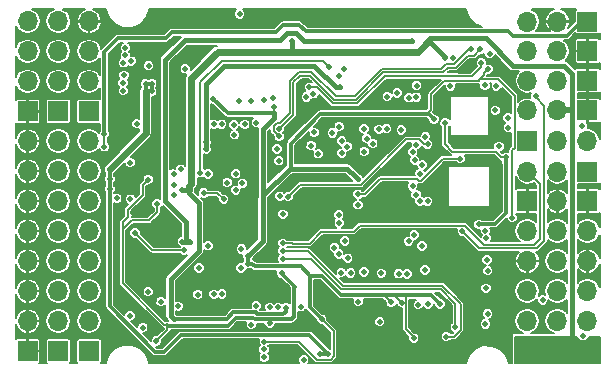
<source format=gbr>
G04 #@! TF.FileFunction,Copper,L3,Inr,Signal*
%FSLAX46Y46*%
G04 Gerber Fmt 4.6, Leading zero omitted, Abs format (unit mm)*
G04 Created by KiCad (PCBNEW 4.0.7-e2-6376~58~ubuntu16.04.1) date Mon Mar 12 00:56:02 2018*
%MOMM*%
%LPD*%
G01*
G04 APERTURE LIST*
%ADD10C,0.100000*%
%ADD11R,1.700000X1.700000*%
%ADD12O,1.700000X1.700000*%
%ADD13C,0.500000*%
%ADD14C,0.150000*%
%ADD15C,0.300000*%
%ADD16C,0.450000*%
%ADD17C,0.600000*%
%ADD18C,0.500000*%
%ADD19C,0.200000*%
G04 APERTURE END LIST*
D10*
D11*
X68700000Y-36500000D03*
D12*
X68700000Y-39040000D03*
D11*
X63600000Y-36500000D03*
D12*
X63600000Y-39040000D03*
D11*
X21300000Y-28900000D03*
D12*
X21300000Y-26360000D03*
X21300000Y-23820000D03*
X21300000Y-21280000D03*
D11*
X23900000Y-28900000D03*
D12*
X23900000Y-26360000D03*
X23900000Y-23820000D03*
X23900000Y-21280000D03*
D11*
X26500000Y-28900000D03*
D12*
X26500000Y-26360000D03*
X26500000Y-23820000D03*
X26500000Y-21280000D03*
D11*
X68700000Y-49200000D03*
D12*
X68700000Y-46660000D03*
X68700000Y-44120000D03*
X68700000Y-41580000D03*
D11*
X66150000Y-49200000D03*
D12*
X66150000Y-46660000D03*
X66150000Y-44120000D03*
X66150000Y-41580000D03*
X66150000Y-39040000D03*
X66150000Y-36500000D03*
D11*
X63600000Y-49200000D03*
D12*
X63600000Y-46660000D03*
X63600000Y-44120000D03*
X63600000Y-41580000D03*
D11*
X68700000Y-21300000D03*
D12*
X66160000Y-21300000D03*
X63620000Y-21300000D03*
D11*
X68700000Y-23800000D03*
D12*
X66160000Y-23800000D03*
X63620000Y-23800000D03*
D11*
X68700000Y-26300000D03*
D12*
X66160000Y-26300000D03*
X63620000Y-26300000D03*
D11*
X68700000Y-28825000D03*
D12*
X66160000Y-28825000D03*
X63620000Y-28825000D03*
D11*
X63600000Y-31400000D03*
D12*
X66140000Y-31400000D03*
X68680000Y-31400000D03*
D11*
X68700000Y-34000000D03*
D12*
X66160000Y-34000000D03*
X63620000Y-34000000D03*
D11*
X21300000Y-49200000D03*
D12*
X21300000Y-46660000D03*
X21300000Y-44120000D03*
X21300000Y-41580000D03*
X21300000Y-39040000D03*
X21300000Y-36500000D03*
X21300000Y-33960000D03*
X21300000Y-31420000D03*
D11*
X23900000Y-49200000D03*
D12*
X23900000Y-46660000D03*
X23900000Y-44120000D03*
X23900000Y-41580000D03*
X23900000Y-39040000D03*
X23900000Y-36500000D03*
X23900000Y-33960000D03*
X23900000Y-31420000D03*
D11*
X26500000Y-49200000D03*
D12*
X26500000Y-46660000D03*
X26500000Y-44120000D03*
X26500000Y-41580000D03*
X26500000Y-39040000D03*
X26500000Y-36500000D03*
X26500000Y-33960000D03*
X26500000Y-31420000D03*
D13*
X43500000Y-30500000D03*
X58000000Y-50000000D03*
X28000000Y-21500000D03*
X30000000Y-48000000D03*
X29000000Y-48000000D03*
X37353240Y-20846980D03*
X36835309Y-20849810D03*
X68329258Y-47901885D03*
X29079880Y-36882729D03*
X44625000Y-32425000D03*
X31575000Y-35875000D03*
X31317307Y-39199131D03*
X49215170Y-48100643D03*
X61604786Y-48625109D03*
X59472056Y-43712798D03*
X55530999Y-42941405D03*
X32050000Y-28850000D03*
X57967608Y-25454720D03*
X39647145Y-36249020D03*
X29850000Y-29600000D03*
X54050000Y-41475000D03*
X53605903Y-41027070D03*
X35425000Y-50050000D03*
X31800000Y-20925000D03*
X64900000Y-47260001D03*
X30630000Y-37380000D03*
X32249964Y-33306237D03*
X31595825Y-33306237D03*
X59049998Y-37549999D03*
X46142502Y-34437808D03*
X53238943Y-37625470D03*
X58516633Y-25441240D03*
X58849998Y-40600000D03*
X31800000Y-21600000D03*
X31100000Y-21600000D03*
X57542782Y-40239738D03*
X36784647Y-34831383D03*
X38608000Y-42164000D03*
X59000000Y-46600000D03*
X55377826Y-45913076D03*
X54545692Y-45893266D03*
X47400000Y-42081125D03*
X47163515Y-36500000D03*
X47150309Y-35727993D03*
X53860000Y-45890000D03*
X47320394Y-44830836D03*
X36906525Y-42205203D03*
X39096507Y-46989920D03*
X34250000Y-50050000D03*
X59500000Y-31341353D03*
X48166675Y-48100000D03*
X37657989Y-38728500D03*
X37657989Y-39343661D03*
X34244169Y-28802237D03*
X33740000Y-28802237D03*
X45846106Y-47206396D03*
X33740000Y-29320000D03*
X34244169Y-29328412D03*
X51380920Y-48100000D03*
X55694200Y-48014074D03*
X54680545Y-48031551D03*
X36410308Y-44397641D03*
X53125001Y-26383186D03*
X56207414Y-45206940D03*
X55703371Y-29576528D03*
X42189673Y-28497544D03*
X42172326Y-29063041D03*
X39952000Y-41798000D03*
X41336300Y-48388417D03*
X39950000Y-41150000D03*
X37019466Y-27858040D03*
X39250940Y-20649401D03*
X60275000Y-25332550D03*
X62340437Y-37905590D03*
X49264058Y-34627923D03*
X54000000Y-48100000D03*
X46200000Y-46500000D03*
X53000000Y-45100000D03*
X52079522Y-45071647D03*
X43173481Y-45511974D03*
X56620012Y-24342222D03*
X33684236Y-46484261D03*
X34944753Y-35573255D03*
X43688000Y-22957541D03*
X34350000Y-35573255D03*
X34406308Y-39920430D03*
X35052012Y-39920430D03*
X53848000Y-22940002D03*
X60406666Y-24008976D03*
X49300000Y-45006217D03*
X31282767Y-26572244D03*
X31286875Y-27217153D03*
X46088783Y-49409241D03*
X46749099Y-49425038D03*
X28265150Y-35499999D03*
X28265150Y-33796965D03*
X28265150Y-34648482D03*
X31811330Y-27210123D03*
X31811330Y-26549425D03*
X59512050Y-38471047D03*
X56640053Y-29874990D03*
X57100011Y-26775010D03*
X61793900Y-32800014D03*
X32256624Y-36750003D03*
X44678706Y-49941241D03*
X42794279Y-42592748D03*
X32199993Y-48337313D03*
X41803759Y-46838384D03*
X31500000Y-34675000D03*
X27800000Y-31900000D03*
X27800000Y-30800000D03*
X47730970Y-26855355D03*
X36417024Y-31531571D03*
X36400000Y-32100000D03*
X37060290Y-44391471D03*
X64300000Y-27575000D03*
X58099688Y-39053165D03*
X40236270Y-46958092D03*
X39370000Y-42164000D03*
X40649225Y-45368931D03*
X42926000Y-37612600D03*
X59708436Y-24774521D03*
X45146717Y-26860540D03*
X59641628Y-23629824D03*
X42600000Y-30378994D03*
X37071271Y-30003739D03*
X47108355Y-30732340D03*
X37721100Y-29988335D03*
X47681416Y-30193997D03*
X38810049Y-30880615D03*
X38774389Y-30035778D03*
X39681299Y-30003345D03*
X40666836Y-29846339D03*
X42908482Y-40068435D03*
X29958216Y-46214372D03*
X41317823Y-49056719D03*
X31050000Y-47215002D03*
X41324072Y-49734720D03*
X47699482Y-25870575D03*
X47650000Y-37650000D03*
X48074992Y-25340014D03*
X47675000Y-38375000D03*
X46799778Y-25117966D03*
X35910566Y-34105250D03*
X43353025Y-36122913D03*
X33661460Y-35950000D03*
X55155538Y-31688581D03*
X45562461Y-30684091D03*
X29999508Y-36339240D03*
X36194775Y-35820368D03*
X37898488Y-36348512D03*
X55211538Y-45226038D03*
X49780436Y-42500000D03*
X34637311Y-25300012D03*
X54380635Y-45264560D03*
X31540066Y-25035391D03*
X30078230Y-24657008D03*
X54950000Y-42335353D03*
X34050012Y-45412078D03*
X45900000Y-32500000D03*
X47904458Y-32436209D03*
X32600000Y-45000000D03*
X45300000Y-31800000D03*
X47890308Y-31418090D03*
X33661460Y-34200000D03*
X33661460Y-35150000D03*
X68252736Y-30150684D03*
X36571750Y-40290298D03*
X29575268Y-23508280D03*
X54983640Y-31061710D03*
X54196209Y-31724051D03*
X29573259Y-24158288D03*
X29381287Y-26497624D03*
X54705997Y-33433156D03*
X54523970Y-34175527D03*
X29404200Y-24785930D03*
X29450000Y-25851254D03*
X50000000Y-31200000D03*
X49787049Y-30375002D03*
X29400946Y-27147338D03*
X58836332Y-23629824D03*
X42600000Y-31029007D03*
X60108124Y-39665446D03*
X51249091Y-42613097D03*
X34540000Y-40649988D03*
X62006718Y-30268235D03*
X30393660Y-39199980D03*
X39160164Y-28000000D03*
X38196110Y-34924255D03*
X40175000Y-28000000D03*
X38928590Y-34191349D03*
X41286752Y-27900000D03*
X38915492Y-35579204D03*
X39490441Y-35004254D03*
X42105159Y-27792255D03*
X60047295Y-39018287D03*
X50523057Y-31626943D03*
X60185406Y-41479155D03*
X51685439Y-30371871D03*
X60250001Y-42390296D03*
X51037072Y-30418084D03*
X60099609Y-43882190D03*
X52935461Y-30474191D03*
X60980942Y-26750526D03*
X36595525Y-34196330D03*
X61946469Y-29460470D03*
X35814000Y-42164000D03*
X60899986Y-28823664D03*
X28852209Y-36264988D03*
X42887132Y-40718096D03*
X56751527Y-47964686D03*
X42926928Y-41378116D03*
X57500002Y-47175033D03*
X60237919Y-46047803D03*
X55163043Y-36515871D03*
X60058287Y-46900000D03*
X54509265Y-36509668D03*
X52585257Y-27342977D03*
X52700000Y-42650000D03*
X53432050Y-42667950D03*
X54225221Y-26720595D03*
X31502390Y-44172452D03*
X35707794Y-44407794D03*
X48157956Y-39880027D03*
X41825557Y-45500643D03*
X48400926Y-41331078D03*
X47275012Y-40433325D03*
X47642602Y-40977917D03*
X49276634Y-35916815D03*
X57910000Y-32910287D03*
X47852310Y-42547955D03*
X64910000Y-44880000D03*
X61200014Y-31866740D03*
X51105193Y-46709892D03*
X54697258Y-40299050D03*
X54189208Y-35943913D03*
X54071389Y-33043556D03*
X53550399Y-39906754D03*
X53889197Y-35225010D03*
X53905517Y-32315195D03*
X54026301Y-39368571D03*
X54220065Y-27697983D03*
X49795667Y-32300000D03*
X53572296Y-27751938D03*
X51750000Y-27650000D03*
X60020150Y-26707389D03*
X57278917Y-24342222D03*
X48346492Y-31881135D03*
X42523580Y-45500012D03*
X42418408Y-32079400D03*
X42561036Y-33083283D03*
X44413966Y-45447498D03*
X49275036Y-36815643D03*
X48644452Y-42589519D03*
X37739196Y-44370177D03*
X30533315Y-29944415D03*
X42658581Y-36083231D03*
X29987719Y-33238209D03*
X34275000Y-33800000D03*
X39400000Y-40550002D03*
X45499990Y-27418956D03*
X44903025Y-27676148D03*
D14*
X55100000Y-29100000D02*
X55445416Y-28754584D01*
X55445416Y-28754584D02*
X55445416Y-27442559D01*
X55445416Y-27442559D02*
X56587975Y-26300000D01*
X56587975Y-26300000D02*
X59500000Y-26300000D01*
X59500000Y-26283233D02*
X59930182Y-25853051D01*
X59930182Y-25853051D02*
X59930182Y-25677368D01*
X59930182Y-25677368D02*
X60275000Y-25332550D01*
X59489985Y-26297638D02*
X59587623Y-26200000D01*
X62308748Y-32213750D02*
X62308748Y-37520348D01*
X59587623Y-26200000D02*
X61133418Y-26200000D01*
X61133418Y-26200000D02*
X62524999Y-27591581D01*
X62524999Y-27591581D02*
X62524999Y-31997499D01*
X62524999Y-31997499D02*
X62308748Y-32213750D01*
X62308748Y-37520348D02*
X62340437Y-37552037D01*
X62340437Y-37552037D02*
X62340437Y-37905590D01*
D15*
X43563147Y-33871347D02*
X43563147Y-31628382D01*
X43563147Y-31628382D02*
X46085720Y-29105809D01*
X46085720Y-29105809D02*
X50394191Y-29105809D01*
D14*
X56247101Y-45246627D02*
X56207414Y-45206940D01*
X56254950Y-45246627D02*
X56247101Y-45246627D01*
D15*
X55453372Y-29326529D02*
X55703371Y-29576528D01*
X55244186Y-29117343D02*
X55453372Y-29326529D01*
X55100000Y-29117343D02*
X55244186Y-29117343D01*
D16*
X43338557Y-33912800D02*
X43509593Y-33741764D01*
X43509593Y-33741764D02*
X48377899Y-33741764D01*
X48377899Y-33741764D02*
X49014059Y-34377924D01*
X49014059Y-34377924D02*
X49264058Y-34627923D01*
X41217625Y-36216869D02*
X41217625Y-36021655D01*
X41217625Y-36021655D02*
X43483485Y-33755795D01*
X43483485Y-33755795D02*
X43725031Y-33755795D01*
D14*
X42189673Y-29045694D02*
X42172326Y-29063041D01*
X42189673Y-28497544D02*
X42189673Y-29045694D01*
D15*
X38224467Y-29063041D02*
X41818773Y-29063041D01*
D14*
X42071746Y-29090792D02*
X42144575Y-29090792D01*
D15*
X37019466Y-27858040D02*
X38224467Y-29063041D01*
X41818773Y-29063041D02*
X42172326Y-29063041D01*
D16*
X42172326Y-29465162D02*
X42172326Y-29416594D01*
D14*
X42144575Y-29090792D02*
X42172326Y-29063041D01*
D16*
X41231032Y-30406456D02*
X42172326Y-29465162D01*
X42172326Y-29416594D02*
X42172326Y-29063041D01*
X41231032Y-36202225D02*
X41231032Y-30406456D01*
D15*
X39950000Y-41796000D02*
X39952000Y-41798000D01*
X39950000Y-41150000D02*
X39950000Y-41796000D01*
X39952000Y-41798000D02*
X40305553Y-41798000D01*
X40305553Y-41798000D02*
X40540210Y-42032657D01*
X40540210Y-42032657D02*
X44403317Y-42032657D01*
X44403317Y-42032657D02*
X45200000Y-42829340D01*
X55464530Y-44456207D02*
X56254950Y-45246627D01*
X53300000Y-44456207D02*
X55464530Y-44456207D01*
D14*
X53300000Y-47281572D02*
X53300000Y-44456207D01*
X53300000Y-47300000D02*
X53300000Y-47281572D01*
X54000000Y-48000000D02*
X53300000Y-47300000D01*
D15*
X46189817Y-42837620D02*
X47802184Y-44449987D01*
X45200000Y-42837620D02*
X46189817Y-42837620D01*
X51393780Y-44449987D02*
X51400000Y-44456207D01*
X47802184Y-44449987D02*
X51393780Y-44449987D01*
D14*
X46200000Y-46500000D02*
X47224100Y-47524100D01*
X47224100Y-49653039D02*
X46966884Y-49910255D01*
X47224100Y-47524100D02*
X47224100Y-49653039D01*
X46966884Y-49910255D02*
X45757244Y-49910255D01*
X45757244Y-49910255D02*
X44235406Y-48388417D01*
X44235406Y-48388417D02*
X41336300Y-48388417D01*
D16*
X41207165Y-39892835D02*
X41207165Y-36225140D01*
X39950000Y-41150000D02*
X41207165Y-39892835D01*
D15*
X41206159Y-36216869D02*
X41217625Y-36216869D01*
X41231032Y-36202225D02*
X41206159Y-36227098D01*
D14*
X41231032Y-36200000D02*
X41234494Y-36200000D01*
D15*
X41231032Y-36201273D02*
X41231032Y-36200000D01*
X41207165Y-36225140D02*
X41231032Y-36201273D01*
X45200000Y-43750000D02*
X45200000Y-45501911D01*
X45200000Y-42829340D02*
X45200000Y-43750000D01*
D14*
X45202848Y-43756207D02*
X45200000Y-43756207D01*
D15*
X45200000Y-45501911D02*
X46190801Y-46492712D01*
D14*
X46190801Y-46509199D02*
X46200000Y-46500000D01*
X46190801Y-46492712D02*
X46190801Y-46509199D01*
X45200000Y-42829340D02*
X45200000Y-42837620D01*
X50394191Y-29105809D02*
X50400000Y-29100000D01*
D15*
X50400000Y-29100000D02*
X55100000Y-29100000D01*
D14*
X55100000Y-29100000D02*
X55100000Y-29117343D01*
D15*
X52400000Y-44456207D02*
X53300000Y-44456207D01*
X51400000Y-44456207D02*
X52400000Y-44456207D01*
D14*
X52400000Y-44456207D02*
X52400000Y-44500000D01*
X52400000Y-44500000D02*
X53000000Y-45100000D01*
X51400000Y-44456207D02*
X51464082Y-44456207D01*
X51464082Y-44456207D02*
X52079522Y-45071647D01*
D16*
X34410253Y-35573255D02*
X34924551Y-35573255D01*
X35795308Y-36683906D02*
X35795308Y-40681906D01*
X34924551Y-35573255D02*
X34924551Y-35813149D01*
X34924551Y-35813149D02*
X35795308Y-36683906D01*
X35795308Y-40681906D02*
X33395249Y-43081965D01*
X33395249Y-43081965D02*
X33395249Y-46195274D01*
X33395249Y-46195274D02*
X33684236Y-46484261D01*
D15*
X43137695Y-45547760D02*
X43173481Y-45511974D01*
X34037789Y-46484261D02*
X33684236Y-46484261D01*
X42949658Y-46052914D02*
X40733434Y-46052914D01*
X43137695Y-45864877D02*
X42949658Y-46052914D01*
X40733434Y-46052914D02*
X40599452Y-45918932D01*
X38717082Y-45918932D02*
X38151753Y-46484261D01*
X40599452Y-45918932D02*
X38717082Y-45918932D01*
X38151753Y-46484261D02*
X34037789Y-46484261D01*
X43137695Y-45864877D02*
X43137695Y-45547760D01*
D16*
X55387988Y-22789382D02*
X55462737Y-22714633D01*
X55462737Y-22714633D02*
X60073434Y-22714633D01*
X60073434Y-22714633D02*
X62413678Y-25054877D01*
X62413678Y-25054877D02*
X66727879Y-25054877D01*
X66727879Y-25054877D02*
X67410244Y-25737242D01*
X67410244Y-25737242D02*
X67410244Y-28400000D01*
D17*
X55197671Y-22988050D02*
X54326978Y-23858743D01*
X55205364Y-22988050D02*
X55197671Y-22988050D01*
X54326978Y-23858743D02*
X43688000Y-23858743D01*
X35163419Y-35047083D02*
X34971438Y-35239064D01*
X37378704Y-23858743D02*
X35163419Y-26074028D01*
X35163419Y-26074028D02*
X35163419Y-35047083D01*
X43688000Y-23858743D02*
X37378704Y-23858743D01*
X34971438Y-35239064D02*
X34971438Y-35592617D01*
D18*
X66160000Y-28800000D02*
X67362081Y-28800000D01*
D14*
X67410244Y-28751837D02*
X67410244Y-28400000D01*
D16*
X67410244Y-28400000D02*
X67410244Y-48947003D01*
D14*
X67362081Y-28800000D02*
X67410244Y-28751837D01*
D15*
X33917196Y-46516805D02*
X33884652Y-46484261D01*
X33884652Y-46484261D02*
X33684236Y-46484261D01*
D14*
X43110876Y-45910876D02*
X43137695Y-45884057D01*
X43137695Y-45884057D02*
X43137695Y-45864877D01*
D16*
X43688000Y-23858743D02*
X43688000Y-22957541D01*
X67410244Y-48947003D02*
X67157247Y-49200000D01*
X67157247Y-49200000D02*
X66150000Y-49200000D01*
D17*
X55052943Y-23124427D02*
X55387988Y-22789382D01*
D16*
X55438124Y-23133683D02*
X56620012Y-24315571D01*
D15*
X55438124Y-22867218D02*
X55438124Y-23133683D01*
D14*
X56620012Y-24315571D02*
X56620012Y-24514628D01*
X23900000Y-29169632D02*
X23900000Y-28900000D01*
D16*
X35010245Y-39923551D02*
X34409429Y-39923551D01*
X34409429Y-39923551D02*
X34406308Y-39920430D01*
D15*
X35055465Y-39965318D02*
X35048559Y-39972224D01*
X35048559Y-39972224D02*
X34900082Y-39972224D01*
X34900082Y-39972224D02*
X34870594Y-40001712D01*
D16*
X34744698Y-39954959D02*
X34744698Y-38263726D01*
X34744698Y-38263726D02*
X32943308Y-36462336D01*
X32943308Y-32737745D02*
X32916059Y-32710496D01*
X32943308Y-36462336D02*
X32943308Y-32737745D01*
X32916059Y-32710496D02*
X32916059Y-24557819D01*
X32916059Y-24557819D02*
X34582122Y-22891756D01*
X42646376Y-22891756D02*
X43233762Y-22304369D01*
X34582122Y-22891756D02*
X42646376Y-22891756D01*
X43233762Y-22304369D02*
X44048649Y-22304369D01*
X44048649Y-22304369D02*
X44684282Y-22940002D01*
X44684282Y-22940002D02*
X53494447Y-22940002D01*
X53494447Y-22940002D02*
X53848000Y-22940002D01*
D15*
X28265150Y-33796965D02*
X28265150Y-45418669D01*
X28265150Y-45418669D02*
X32122603Y-49276122D01*
X32122603Y-49276122D02*
X32867528Y-49276122D01*
X32867528Y-49276122D02*
X34305234Y-47838416D01*
X34305234Y-47838416D02*
X45162477Y-47838416D01*
X45162477Y-47838416D02*
X46499100Y-49175039D01*
X46499100Y-49175039D02*
X46749099Y-49425038D01*
X31305586Y-26549425D02*
X31282767Y-26572244D01*
X31811330Y-26549425D02*
X31305586Y-26549425D01*
X31286875Y-26576352D02*
X31282767Y-26572244D01*
X31286875Y-27217153D02*
X31286875Y-26576352D01*
X31293905Y-27210123D02*
X31286875Y-27217153D01*
X31811330Y-27210123D02*
X31293905Y-27210123D01*
D17*
X31286875Y-27570706D02*
X31286875Y-27217153D01*
X31286875Y-30775240D02*
X31286875Y-27570706D01*
X28269889Y-33792226D02*
X31286875Y-30775240D01*
D15*
X46088783Y-49409241D02*
X46733302Y-49409241D01*
D16*
X28269889Y-33792226D02*
X28265150Y-33796965D01*
D15*
X31811330Y-26549425D02*
X31811330Y-27210123D01*
D14*
X46733302Y-49409241D02*
X46749099Y-49425038D01*
D15*
X59512050Y-38471047D02*
X59545733Y-38437364D01*
X59545733Y-38437364D02*
X60830299Y-38437364D01*
D14*
X60796616Y-38471047D02*
X60836218Y-38431445D01*
X56636629Y-29878414D02*
X56640053Y-29874990D01*
D15*
X61800000Y-33400000D02*
X61800000Y-37467663D01*
X61800000Y-37467663D02*
X60836218Y-38431445D01*
X61793900Y-33393900D02*
X61793900Y-33153567D01*
X61794665Y-33394665D02*
X61793900Y-33393900D01*
D19*
X60914362Y-32302491D02*
X61411885Y-32800014D01*
X56636629Y-29878414D02*
X56636629Y-31671675D01*
D15*
X61793900Y-33153567D02*
X61793900Y-32800014D01*
D19*
X56636629Y-31671675D02*
X57267445Y-32302491D01*
X61411885Y-32800014D02*
X61440347Y-32800014D01*
X61440347Y-32800014D02*
X61793900Y-32800014D01*
X57267445Y-32302491D02*
X60914362Y-32302491D01*
D14*
X61794665Y-33394665D02*
X61800000Y-33400000D01*
D15*
X38233175Y-47039250D02*
X38903482Y-46368943D01*
X38903482Y-46368943D02*
X40413052Y-46368943D01*
X40547034Y-46502925D02*
X41800000Y-46502925D01*
X33125815Y-46983319D02*
X33181746Y-47039250D01*
X33181746Y-47039250D02*
X38233175Y-47039250D01*
X40413052Y-46368943D02*
X40547034Y-46502925D01*
X43636444Y-46502925D02*
X43848572Y-46290797D01*
X43848572Y-46290797D02*
X43848572Y-43827239D01*
X43848572Y-43827239D02*
X43938965Y-43736846D01*
D14*
X29338711Y-38900000D02*
X30106255Y-38132456D01*
X30106255Y-38132456D02*
X31567544Y-38132456D01*
X31567544Y-38132456D02*
X32260040Y-37439960D01*
X32260040Y-37439960D02*
X32260040Y-36775918D01*
X32260040Y-36775918D02*
X32256624Y-36772502D01*
X32256624Y-36772502D02*
X32256624Y-36750003D01*
X31250001Y-34924999D02*
X31500000Y-34675000D01*
X31027389Y-35147611D02*
X31250001Y-34924999D01*
X31027389Y-35983125D02*
X31027389Y-35147611D01*
X29760000Y-37250514D02*
X31027389Y-35983125D01*
X29760000Y-37857389D02*
X29760000Y-37250514D01*
X29338711Y-38900000D02*
X29338711Y-38747398D01*
X29338711Y-43468507D02*
X29338711Y-38900000D01*
D15*
X41800000Y-46502925D02*
X43636444Y-46502925D01*
D14*
X41803759Y-46838384D02*
X41803759Y-46506684D01*
X41803759Y-46506684D02*
X41800000Y-46502925D01*
D15*
X43863956Y-43661837D02*
X43043648Y-42841529D01*
X43043648Y-42841529D02*
X42793649Y-42591530D01*
D14*
X43938965Y-43736846D02*
X43863956Y-43661837D01*
D15*
X43636444Y-46502925D02*
X43685332Y-46454037D01*
D14*
X33125815Y-47411491D02*
X32449992Y-48087314D01*
X33125815Y-46983319D02*
X33125815Y-47411491D01*
X32449992Y-48087314D02*
X32199993Y-48337313D01*
X41803759Y-46918902D02*
X41803759Y-46838384D01*
X41766789Y-46955872D02*
X41803759Y-46918902D01*
X29338711Y-38278678D02*
X29882440Y-37734949D01*
X33125815Y-46983319D02*
X32853523Y-46983319D01*
X29338711Y-38747398D02*
X29338711Y-38278678D01*
X32853523Y-46983319D02*
X29338711Y-43468507D01*
X29466109Y-38151280D02*
X29760000Y-37857389D01*
X29882440Y-37734949D02*
X29760000Y-37857389D01*
D15*
X27800000Y-30800000D02*
X27800000Y-23857406D01*
X27800000Y-23857406D02*
X28957406Y-22700000D01*
X28957406Y-22700000D02*
X32991440Y-22700000D01*
X44283634Y-21574846D02*
X44848148Y-22139360D01*
X32991440Y-22700000D02*
X33500000Y-22191440D01*
X62352074Y-22497127D02*
X66943898Y-22497127D01*
X33500000Y-22191440D02*
X42325062Y-22191440D01*
X42325062Y-22191440D02*
X42941656Y-21574846D01*
X42941656Y-21574846D02*
X44283634Y-21574846D01*
X44848148Y-22139360D02*
X61994307Y-22139360D01*
X61994307Y-22139360D02*
X62352074Y-22497127D01*
X66943898Y-22497127D02*
X68141025Y-21300000D01*
D14*
X68141025Y-21300000D02*
X68700000Y-21300000D01*
X27800000Y-31900000D02*
X27800000Y-30800000D01*
D16*
X45576187Y-25054125D02*
X47377417Y-26855355D01*
X37919051Y-25054125D02*
X45576187Y-25054125D01*
X36392353Y-26580823D02*
X37919051Y-25054125D01*
X36392353Y-32107236D02*
X36392353Y-26580823D01*
X47377417Y-26855355D02*
X47730970Y-26855355D01*
D14*
X64393614Y-40504999D02*
X59551522Y-40504999D01*
X65049428Y-39849185D02*
X64393614Y-40504999D01*
X64300000Y-27675000D02*
X65049428Y-28424428D01*
X64300000Y-27575000D02*
X64300000Y-27675000D01*
X58349687Y-39303164D02*
X58099688Y-39053165D01*
X59551522Y-40504999D02*
X58349687Y-39303164D01*
X65049428Y-28424428D02*
X65049428Y-39849185D01*
X57718071Y-25908185D02*
X57739607Y-25929721D01*
X49225162Y-28213959D02*
X51530935Y-25908185D01*
X51530935Y-25908185D02*
X57718071Y-25908185D01*
X47124254Y-28213959D02*
X49225162Y-28213959D01*
X59708436Y-25128074D02*
X59708436Y-24774521D01*
X58906789Y-25929721D02*
X59708436Y-25128074D01*
X45770835Y-26860540D02*
X47124254Y-28213959D01*
X45146717Y-26860540D02*
X45770835Y-26860540D01*
X57739607Y-25929721D02*
X58906789Y-25929721D01*
X49100894Y-27913948D02*
X47248522Y-27913948D01*
X58570728Y-24179833D02*
X57543144Y-25207417D01*
X59641628Y-23629824D02*
X59091619Y-24179833D01*
X56892583Y-25207417D02*
X56495694Y-25604306D01*
X47248522Y-27913948D02*
X45200668Y-25866093D01*
X59091619Y-24179833D02*
X58570728Y-24179833D01*
X56495694Y-25604306D02*
X51410534Y-25604307D01*
X57543144Y-25207417D02*
X56892583Y-25207417D01*
X51410534Y-25604307D02*
X49100894Y-27913948D01*
X45200668Y-25866093D02*
X44382083Y-25866093D01*
X44382083Y-25866093D02*
X43800000Y-26448176D01*
X43800000Y-26448176D02*
X43800000Y-29178994D01*
X43800000Y-29178994D02*
X42600000Y-30378994D01*
X64469999Y-34849999D02*
X63620000Y-34000000D01*
X64675001Y-35055001D02*
X64469999Y-34849999D01*
X64675001Y-39674999D02*
X64675001Y-35055001D01*
X64155319Y-40194681D02*
X64675001Y-39674999D01*
X43750000Y-40100000D02*
X45164932Y-40100000D01*
X58317840Y-38578164D02*
X59934357Y-40194681D01*
X48890945Y-39087219D02*
X49400000Y-38578164D01*
X46177713Y-39087219D02*
X48890945Y-39087219D01*
X45164932Y-40100000D02*
X46177713Y-39087219D01*
X49400000Y-38578164D02*
X58317840Y-38578164D01*
X59934357Y-40194681D02*
X64155319Y-40194681D01*
X43262035Y-40068435D02*
X42908482Y-40068435D01*
X43750000Y-40100000D02*
X43718435Y-40068435D01*
X43718435Y-40068435D02*
X43262035Y-40068435D01*
X43750000Y-40100000D02*
X43849560Y-40100000D01*
X46799778Y-25117966D02*
X46285926Y-24604114D01*
X37732652Y-24604114D02*
X35910566Y-26426200D01*
X35910566Y-33751697D02*
X35910566Y-34105250D01*
X35910566Y-26426200D02*
X35910566Y-33751697D01*
X46285926Y-24604114D02*
X37732652Y-24604114D01*
X55155538Y-31688581D02*
X54873060Y-31688581D01*
X54873060Y-31688581D02*
X54433529Y-31249050D01*
X54433529Y-31249050D02*
X53345933Y-31249050D01*
X53345933Y-31249050D02*
X49492059Y-35102924D01*
X49492059Y-35102924D02*
X44373014Y-35102924D01*
X43603024Y-35872914D02*
X43353025Y-36122913D01*
X44373014Y-35102924D02*
X43603024Y-35872914D01*
X36548328Y-35820368D02*
X36194775Y-35820368D01*
X37370344Y-35820368D02*
X36548328Y-35820368D01*
X37898488Y-36348512D02*
X37370344Y-35820368D01*
X42124999Y-30601402D02*
X42552604Y-31029007D01*
X42124999Y-30150993D02*
X42124999Y-30601402D01*
X42375992Y-29900000D02*
X42124999Y-30150993D01*
X42552604Y-31029007D02*
X42600000Y-31029007D01*
X43487974Y-29066742D02*
X42654716Y-29900000D01*
X44257814Y-25566084D02*
X43487974Y-26335924D01*
X48976626Y-27613937D02*
X47372790Y-27613937D01*
X56731495Y-24900000D02*
X56327197Y-25304298D01*
X57399324Y-24900000D02*
X56731495Y-24900000D01*
X58666285Y-23633039D02*
X57399324Y-24900000D01*
X42654716Y-29900000D02*
X42375992Y-29900000D01*
X43487974Y-26335924D02*
X43487974Y-29066742D01*
X45324936Y-25566083D02*
X44257814Y-25566084D01*
X47372790Y-27613937D02*
X45324936Y-25566083D01*
X58833220Y-23633039D02*
X58666285Y-23633039D01*
X58833220Y-23632936D02*
X58833220Y-23633039D01*
X58836332Y-23629824D02*
X58833220Y-23632936D01*
X51286265Y-25304298D02*
X48976626Y-27613937D01*
X56327197Y-25304298D02*
X51286265Y-25304298D01*
X31843668Y-40649988D02*
X34186447Y-40649988D01*
X34186447Y-40649988D02*
X34540000Y-40649988D01*
X30393660Y-39199980D02*
X31843668Y-40649988D01*
X43240685Y-40718096D02*
X42887132Y-40718096D01*
X57413340Y-47964686D02*
X57975003Y-47403023D01*
X45024917Y-40718096D02*
X43240685Y-40718096D01*
X57975003Y-47403023D02*
X57975003Y-45250796D01*
X57975003Y-45250796D02*
X56389101Y-43664894D01*
X56389101Y-43664894D02*
X47971715Y-43664894D01*
X47971715Y-43664894D02*
X45024917Y-40718096D01*
X56751527Y-47964686D02*
X57413340Y-47964686D01*
X43280481Y-41378116D02*
X42926928Y-41378116D01*
X45260658Y-41378116D02*
X43280481Y-41378116D01*
X47847447Y-43964905D02*
X45260658Y-41378116D01*
X57500002Y-47175033D02*
X57500002Y-45200074D01*
X57500002Y-45200074D02*
X56264833Y-43964905D01*
X56264833Y-43964905D02*
X47847447Y-43964905D01*
X57910000Y-32910287D02*
X56460977Y-32910287D01*
X56460977Y-32910287D02*
X54604637Y-34766627D01*
X54604637Y-34766627D02*
X54412068Y-34766627D01*
X51155530Y-34610376D02*
X49853153Y-35912753D01*
X54412068Y-34766627D02*
X54255817Y-34610376D01*
X54255817Y-34610376D02*
X51155530Y-34610376D01*
X49853153Y-35912753D02*
X49280696Y-35912753D01*
X49280696Y-35912753D02*
X49276634Y-35916815D01*
G36*
X23467555Y-20286830D02*
X23118800Y-20519860D01*
X22885770Y-20868615D01*
X22803940Y-21280000D01*
X22885770Y-21691385D01*
X23118800Y-22040140D01*
X23467555Y-22273170D01*
X23878940Y-22355000D01*
X23921060Y-22355000D01*
X24332445Y-22273170D01*
X24681200Y-22040140D01*
X24914230Y-21691385D01*
X24957706Y-21472814D01*
X25442433Y-21472814D01*
X25449146Y-21506578D01*
X25615845Y-21891475D01*
X25917149Y-22183281D01*
X26307186Y-22337570D01*
X26475000Y-22298462D01*
X26475000Y-21305000D01*
X26525000Y-21305000D01*
X26525000Y-22298462D01*
X26692814Y-22337570D01*
X27082851Y-22183281D01*
X27384155Y-21891475D01*
X27550854Y-21506578D01*
X27557567Y-21472814D01*
X27518443Y-21305000D01*
X26525000Y-21305000D01*
X26475000Y-21305000D01*
X25481557Y-21305000D01*
X25442433Y-21472814D01*
X24957706Y-21472814D01*
X24996060Y-21280000D01*
X24914230Y-20868615D01*
X24681200Y-20519860D01*
X24332445Y-20286830D01*
X24272972Y-20275000D01*
X26174291Y-20275000D01*
X25917149Y-20376719D01*
X25615845Y-20668525D01*
X25449146Y-21053422D01*
X25442433Y-21087186D01*
X25481557Y-21255000D01*
X26475000Y-21255000D01*
X26475000Y-21235000D01*
X26525000Y-21235000D01*
X26525000Y-21255000D01*
X27518443Y-21255000D01*
X27557567Y-21087186D01*
X27550854Y-21053422D01*
X27384155Y-20668525D01*
X27082851Y-20376719D01*
X26825709Y-20275000D01*
X27924759Y-20275000D01*
X27924684Y-20361422D01*
X28201938Y-21032429D01*
X28714871Y-21546258D01*
X29385392Y-21824683D01*
X30111422Y-21825316D01*
X30782429Y-21548062D01*
X31296258Y-21035129D01*
X31574683Y-20364608D01*
X31574761Y-20275000D01*
X38953657Y-20275000D01*
X38848489Y-20379984D01*
X38776022Y-20554503D01*
X38775858Y-20743470D01*
X38848020Y-20918115D01*
X38981523Y-21051852D01*
X39156042Y-21124319D01*
X39345009Y-21124483D01*
X39519654Y-21052321D01*
X39653391Y-20918818D01*
X39725858Y-20744299D01*
X39726022Y-20555332D01*
X39653860Y-20380687D01*
X39548358Y-20275000D01*
X58424759Y-20275000D01*
X58424684Y-20361422D01*
X58701938Y-21032429D01*
X59214871Y-21546258D01*
X59740118Y-21764360D01*
X45003478Y-21764360D01*
X44548799Y-21309681D01*
X44427141Y-21228391D01*
X44283634Y-21199846D01*
X42941656Y-21199846D01*
X42798150Y-21228391D01*
X42676491Y-21309681D01*
X42169732Y-21816440D01*
X33500000Y-21816440D01*
X33356494Y-21844985D01*
X33356492Y-21844986D01*
X33356493Y-21844986D01*
X33234835Y-21926275D01*
X32836110Y-22325000D01*
X28957406Y-22325000D01*
X28813899Y-22353545D01*
X28692241Y-22434835D01*
X27548114Y-23578962D01*
X27514230Y-23408615D01*
X27281200Y-23059860D01*
X26932445Y-22826830D01*
X26521060Y-22745000D01*
X26478940Y-22745000D01*
X26067555Y-22826830D01*
X25718800Y-23059860D01*
X25485770Y-23408615D01*
X25403940Y-23820000D01*
X25485770Y-24231385D01*
X25718800Y-24580140D01*
X26067555Y-24813170D01*
X26478940Y-24895000D01*
X26521060Y-24895000D01*
X26932445Y-24813170D01*
X27281200Y-24580140D01*
X27425000Y-24364927D01*
X27425000Y-25815073D01*
X27281200Y-25599860D01*
X26932445Y-25366830D01*
X26521060Y-25285000D01*
X26478940Y-25285000D01*
X26067555Y-25366830D01*
X25718800Y-25599860D01*
X25485770Y-25948615D01*
X25403940Y-26360000D01*
X25485770Y-26771385D01*
X25718800Y-27120140D01*
X26067555Y-27353170D01*
X26478940Y-27435000D01*
X26521060Y-27435000D01*
X26932445Y-27353170D01*
X27281200Y-27120140D01*
X27425000Y-26904927D01*
X27425000Y-27835780D01*
X27350000Y-27820592D01*
X25650000Y-27820592D01*
X25566620Y-27836281D01*
X25490040Y-27885559D01*
X25438666Y-27960747D01*
X25420592Y-28050000D01*
X25420592Y-29750000D01*
X25436281Y-29833380D01*
X25485559Y-29909960D01*
X25560747Y-29961334D01*
X25650000Y-29979408D01*
X27350000Y-29979408D01*
X27425000Y-29965296D01*
X27425000Y-30503180D01*
X27397549Y-30530583D01*
X27325082Y-30705102D01*
X27325064Y-30725508D01*
X27281200Y-30659860D01*
X26932445Y-30426830D01*
X26521060Y-30345000D01*
X26478940Y-30345000D01*
X26067555Y-30426830D01*
X25718800Y-30659860D01*
X25485770Y-31008615D01*
X25403940Y-31420000D01*
X25485770Y-31831385D01*
X25718800Y-32180140D01*
X26067555Y-32413170D01*
X26478940Y-32495000D01*
X26521060Y-32495000D01*
X26932445Y-32413170D01*
X27281200Y-32180140D01*
X27355719Y-32068614D01*
X27397080Y-32168714D01*
X27530583Y-32302451D01*
X27705102Y-32374918D01*
X27894069Y-32375082D01*
X28068714Y-32302920D01*
X28202451Y-32169417D01*
X28274918Y-31994898D01*
X28275082Y-31805931D01*
X28202920Y-31631286D01*
X28100000Y-31528186D01*
X28100000Y-31171689D01*
X28202451Y-31069417D01*
X28274918Y-30894898D01*
X28275082Y-30705931D01*
X28202920Y-30531286D01*
X28175000Y-30503317D01*
X28175000Y-26591693D01*
X28906205Y-26591693D01*
X28978367Y-26766338D01*
X29044205Y-26832291D01*
X28998495Y-26877921D01*
X28926028Y-27052440D01*
X28925864Y-27241407D01*
X28998026Y-27416052D01*
X29131529Y-27549789D01*
X29306048Y-27622256D01*
X29495015Y-27622420D01*
X29669660Y-27550258D01*
X29803397Y-27416755D01*
X29875864Y-27242236D01*
X29876028Y-27053269D01*
X29803866Y-26878624D01*
X29738028Y-26812671D01*
X29783738Y-26767041D01*
X29856205Y-26592522D01*
X29856369Y-26403555D01*
X29784207Y-26228910D01*
X29764150Y-26208818D01*
X29852451Y-26120671D01*
X29924918Y-25946152D01*
X29925082Y-25757185D01*
X29852920Y-25582540D01*
X29719417Y-25448803D01*
X29544898Y-25376336D01*
X29355931Y-25376172D01*
X29181286Y-25448334D01*
X29047549Y-25581837D01*
X28975082Y-25756356D01*
X28974918Y-25945323D01*
X29047080Y-26119968D01*
X29067137Y-26140060D01*
X28978836Y-26228207D01*
X28906369Y-26402726D01*
X28906205Y-26591693D01*
X28175000Y-26591693D01*
X28175000Y-24012736D01*
X29112736Y-23075000D01*
X29380031Y-23075000D01*
X29306554Y-23105360D01*
X29172817Y-23238863D01*
X29100350Y-23413382D01*
X29100186Y-23602349D01*
X29172348Y-23776994D01*
X29227518Y-23832260D01*
X29170808Y-23888871D01*
X29098341Y-24063390D01*
X29098177Y-24252357D01*
X29149730Y-24377124D01*
X29135486Y-24383010D01*
X29001749Y-24516513D01*
X28929282Y-24691032D01*
X28929118Y-24879999D01*
X29001280Y-25054644D01*
X29134783Y-25188381D01*
X29309302Y-25260848D01*
X29498269Y-25261012D01*
X29672914Y-25188850D01*
X29805678Y-25056318D01*
X29808813Y-25059459D01*
X29983332Y-25131926D01*
X30172299Y-25132090D01*
X30178664Y-25129460D01*
X31064984Y-25129460D01*
X31137146Y-25304105D01*
X31270649Y-25437842D01*
X31445168Y-25510309D01*
X31634135Y-25510473D01*
X31808780Y-25438311D01*
X31942517Y-25304808D01*
X32014984Y-25130289D01*
X32015148Y-24941322D01*
X31942986Y-24766677D01*
X31809483Y-24632940D01*
X31634964Y-24560473D01*
X31445997Y-24560309D01*
X31271352Y-24632471D01*
X31137615Y-24765974D01*
X31065148Y-24940493D01*
X31064984Y-25129460D01*
X30178664Y-25129460D01*
X30346944Y-25059928D01*
X30480681Y-24926425D01*
X30553148Y-24751906D01*
X30553312Y-24562939D01*
X30481150Y-24388294D01*
X30347647Y-24254557D01*
X30173128Y-24182090D01*
X30048239Y-24181982D01*
X30048341Y-24064219D01*
X29976179Y-23889574D01*
X29921009Y-23834308D01*
X29977719Y-23777697D01*
X30050186Y-23603178D01*
X30050350Y-23414211D01*
X29978188Y-23239566D01*
X29844685Y-23105829D01*
X29770441Y-23075000D01*
X32991440Y-23075000D01*
X33134947Y-23046455D01*
X33256605Y-22965165D01*
X33655330Y-22566440D01*
X34274577Y-22566440D01*
X34263924Y-22573558D01*
X32597861Y-24239621D01*
X32500313Y-24385611D01*
X32466059Y-24557819D01*
X32466059Y-32710496D01*
X32493308Y-32847487D01*
X32493308Y-36333960D01*
X32351522Y-36275085D01*
X32162555Y-36274921D01*
X31987910Y-36347083D01*
X31854173Y-36480586D01*
X31781706Y-36655105D01*
X31781542Y-36844072D01*
X31853704Y-37018717D01*
X31960040Y-37125239D01*
X31960040Y-37315696D01*
X31443280Y-37832456D01*
X30163045Y-37832456D01*
X30182440Y-37734949D01*
X30159604Y-37620144D01*
X30094572Y-37522817D01*
X30060000Y-37499717D01*
X30060000Y-37374778D01*
X31239521Y-36195257D01*
X31304553Y-36097930D01*
X31327389Y-35983125D01*
X31327389Y-35271875D01*
X31449308Y-35149956D01*
X31594069Y-35150082D01*
X31768714Y-35077920D01*
X31902451Y-34944417D01*
X31974918Y-34769898D01*
X31975082Y-34580931D01*
X31902920Y-34406286D01*
X31769417Y-34272549D01*
X31594898Y-34200082D01*
X31405931Y-34199918D01*
X31231286Y-34272080D01*
X31097549Y-34405583D01*
X31025082Y-34580102D01*
X31024956Y-34725780D01*
X30815257Y-34935479D01*
X30750225Y-35032806D01*
X30727389Y-35147611D01*
X30727389Y-35858861D01*
X30435554Y-36150696D01*
X30402428Y-36070526D01*
X30268925Y-35936789D01*
X30094406Y-35864322D01*
X29905439Y-35864158D01*
X29730794Y-35936320D01*
X29597057Y-36069823D01*
X29524590Y-36244342D01*
X29524426Y-36433309D01*
X29596588Y-36607954D01*
X29730091Y-36741691D01*
X29810973Y-36775277D01*
X29547868Y-37038382D01*
X29482836Y-37135709D01*
X29460000Y-37250514D01*
X29460000Y-37733125D01*
X29126579Y-38066546D01*
X29061547Y-38163873D01*
X29038711Y-38278678D01*
X29038711Y-43468507D01*
X29061547Y-43583312D01*
X29126579Y-43680639D01*
X32641391Y-47195451D01*
X32738718Y-47260483D01*
X32825815Y-47277808D01*
X32825815Y-47287227D01*
X32250685Y-47862357D01*
X32105924Y-47862231D01*
X31931279Y-47934393D01*
X31797542Y-48067896D01*
X31725075Y-48242415D01*
X31724983Y-48348172D01*
X31066828Y-47690017D01*
X31144069Y-47690084D01*
X31318714Y-47617922D01*
X31452451Y-47484419D01*
X31524918Y-47309900D01*
X31525082Y-47120933D01*
X31452920Y-46946288D01*
X31319417Y-46812551D01*
X31144898Y-46740084D01*
X30955931Y-46739920D01*
X30781286Y-46812082D01*
X30647549Y-46945585D01*
X30575082Y-47120104D01*
X30575014Y-47198203D01*
X30062177Y-46685366D01*
X30226930Y-46617292D01*
X30360667Y-46483789D01*
X30433134Y-46309270D01*
X30433298Y-46120303D01*
X30361136Y-45945658D01*
X30227633Y-45811921D01*
X30053114Y-45739454D01*
X29864147Y-45739290D01*
X29689502Y-45811452D01*
X29555765Y-45944955D01*
X29487108Y-46110297D01*
X28640150Y-45263339D01*
X28640150Y-36691256D01*
X28757311Y-36739906D01*
X28946278Y-36740070D01*
X29120923Y-36667908D01*
X29254660Y-36534405D01*
X29327127Y-36359886D01*
X29327291Y-36170919D01*
X29255129Y-35996274D01*
X29121626Y-35862537D01*
X28947107Y-35790070D01*
X28758140Y-35789906D01*
X28640150Y-35838659D01*
X28640150Y-35796819D01*
X28667601Y-35769416D01*
X28740068Y-35594897D01*
X28740232Y-35405930D01*
X28668070Y-35231285D01*
X28640150Y-35203316D01*
X28640150Y-34945302D01*
X28667601Y-34917899D01*
X28740068Y-34743380D01*
X28740232Y-34554413D01*
X28668070Y-34379768D01*
X28640150Y-34351799D01*
X28640150Y-34164105D01*
X28641120Y-34163457D01*
X29512672Y-33291905D01*
X29512637Y-33332278D01*
X29584799Y-33506923D01*
X29718302Y-33640660D01*
X29892821Y-33713127D01*
X30081788Y-33713291D01*
X30256433Y-33641129D01*
X30390170Y-33507626D01*
X30462637Y-33333107D01*
X30462801Y-33144140D01*
X30390639Y-32969495D01*
X30257136Y-32835758D01*
X30082617Y-32763291D01*
X30041322Y-32763255D01*
X31658106Y-31146471D01*
X31709592Y-31069417D01*
X31771912Y-30976149D01*
X31811875Y-30775240D01*
X31811875Y-27685124D01*
X31905399Y-27685205D01*
X32080044Y-27613043D01*
X32213781Y-27479540D01*
X32286248Y-27305021D01*
X32286412Y-27116054D01*
X32214250Y-26941409D01*
X32186330Y-26913440D01*
X32186330Y-26846245D01*
X32213781Y-26818842D01*
X32286248Y-26644323D01*
X32286412Y-26455356D01*
X32214250Y-26280711D01*
X32080747Y-26146974D01*
X31906228Y-26074507D01*
X31717261Y-26074343D01*
X31542616Y-26146505D01*
X31528951Y-26160146D01*
X31377665Y-26097326D01*
X31188698Y-26097162D01*
X31014053Y-26169324D01*
X30880316Y-26302827D01*
X30807849Y-26477346D01*
X30807685Y-26666313D01*
X30879847Y-26840958D01*
X30903278Y-26864430D01*
X30801838Y-27016244D01*
X30761875Y-27217153D01*
X30761875Y-29524999D01*
X30628213Y-29469497D01*
X30439246Y-29469333D01*
X30264601Y-29541495D01*
X30130864Y-29674998D01*
X30058397Y-29849517D01*
X30058233Y-30038484D01*
X30130395Y-30213129D01*
X30263898Y-30346866D01*
X30438417Y-30419333D01*
X30627384Y-30419497D01*
X30761875Y-30363926D01*
X30761875Y-30557778D01*
X27898658Y-33420995D01*
X27784852Y-33591317D01*
X27744889Y-33792226D01*
X27784852Y-33993135D01*
X27890150Y-34150724D01*
X27890150Y-34351662D01*
X27862699Y-34379065D01*
X27790232Y-34553584D01*
X27790068Y-34742551D01*
X27862230Y-34917196D01*
X27890150Y-34945165D01*
X27890150Y-35203179D01*
X27862699Y-35230582D01*
X27790232Y-35405101D01*
X27790068Y-35594068D01*
X27862230Y-35768713D01*
X27890150Y-35796682D01*
X27890150Y-45418669D01*
X27918695Y-45562176D01*
X27999985Y-45683834D01*
X31857438Y-49541287D01*
X31979097Y-49622577D01*
X32122603Y-49651122D01*
X32867528Y-49651122D01*
X33011035Y-49622577D01*
X33132693Y-49541287D01*
X34460564Y-48213416D01*
X40894644Y-48213416D01*
X40861382Y-48293519D01*
X40861218Y-48482486D01*
X40933380Y-48657131D01*
X40989477Y-48713326D01*
X40915372Y-48787302D01*
X40842905Y-48961821D01*
X40842741Y-49150788D01*
X40914903Y-49325433D01*
X40988191Y-49398849D01*
X40921621Y-49465303D01*
X40849154Y-49639822D01*
X40848990Y-49828789D01*
X40921152Y-50003434D01*
X41054655Y-50137171D01*
X41229174Y-50209638D01*
X41418141Y-50209802D01*
X41592786Y-50137640D01*
X41726523Y-50004137D01*
X41798990Y-49829618D01*
X41799154Y-49640651D01*
X41726992Y-49466006D01*
X41653704Y-49392590D01*
X41720274Y-49326136D01*
X41792741Y-49151617D01*
X41792905Y-48962650D01*
X41720743Y-48788005D01*
X41664646Y-48731810D01*
X41708114Y-48688417D01*
X44111142Y-48688417D01*
X45545112Y-50122387D01*
X45642439Y-50187419D01*
X45757244Y-50210255D01*
X46966884Y-50210255D01*
X47081689Y-50187419D01*
X47179016Y-50122387D01*
X47436232Y-49865171D01*
X47501264Y-49767844D01*
X47524100Y-49653039D01*
X47524100Y-47524100D01*
X47501264Y-47409295D01*
X47436232Y-47311968D01*
X46928225Y-46803961D01*
X50630111Y-46803961D01*
X50702273Y-46978606D01*
X50835776Y-47112343D01*
X51010295Y-47184810D01*
X51199262Y-47184974D01*
X51373907Y-47112812D01*
X51507644Y-46979309D01*
X51580111Y-46804790D01*
X51580275Y-46615823D01*
X51508113Y-46441178D01*
X51374610Y-46307441D01*
X51200091Y-46234974D01*
X51011124Y-46234810D01*
X50836479Y-46306972D01*
X50702742Y-46440475D01*
X50630275Y-46614994D01*
X50630111Y-46803961D01*
X46928225Y-46803961D01*
X46674956Y-46550692D01*
X46675082Y-46405931D01*
X46602920Y-46231286D01*
X46469417Y-46097549D01*
X46294898Y-46025082D01*
X46253465Y-46025046D01*
X45575000Y-45346581D01*
X45575000Y-43212620D01*
X46034487Y-43212620D01*
X47537019Y-44715152D01*
X47658677Y-44796442D01*
X47802184Y-44824987D01*
X48860930Y-44824987D01*
X48825082Y-44911319D01*
X48824918Y-45100286D01*
X48897080Y-45274931D01*
X49030583Y-45408668D01*
X49205102Y-45481135D01*
X49394069Y-45481299D01*
X49568714Y-45409137D01*
X49702451Y-45275634D01*
X49774918Y-45101115D01*
X49775082Y-44912148D01*
X49739068Y-44824987D01*
X51368730Y-44824987D01*
X51400000Y-44831207D01*
X51414818Y-44831207D01*
X51604566Y-45020955D01*
X51604440Y-45165716D01*
X51676602Y-45340361D01*
X51810105Y-45474098D01*
X51984624Y-45546565D01*
X52173591Y-45546729D01*
X52348236Y-45474567D01*
X52481973Y-45341064D01*
X52533942Y-45215909D01*
X52597080Y-45368714D01*
X52730583Y-45502451D01*
X52905102Y-45574918D01*
X53000000Y-45575000D01*
X53000000Y-47300000D01*
X53022836Y-47414805D01*
X53087868Y-47512132D01*
X53541441Y-47965705D01*
X53525082Y-48005102D01*
X53524918Y-48194069D01*
X53597080Y-48368714D01*
X53730583Y-48502451D01*
X53905102Y-48574918D01*
X54094069Y-48575082D01*
X54268714Y-48502920D01*
X54402451Y-48369417D01*
X54474918Y-48194898D01*
X54475082Y-48005931D01*
X54402920Y-47831286D01*
X54269417Y-47697549D01*
X54094898Y-47625082D01*
X54049306Y-47625042D01*
X53600000Y-47175736D01*
X53600000Y-44831207D01*
X54185574Y-44831207D01*
X54111921Y-44861640D01*
X53978184Y-44995143D01*
X53905717Y-45169662D01*
X53905553Y-45358629D01*
X53977715Y-45533274D01*
X54111218Y-45667011D01*
X54285737Y-45739478D01*
X54474704Y-45739642D01*
X54649349Y-45667480D01*
X54783086Y-45533977D01*
X54804007Y-45483593D01*
X54808618Y-45494752D01*
X54942121Y-45628489D01*
X55116640Y-45700956D01*
X55305607Y-45701120D01*
X55480252Y-45628958D01*
X55613989Y-45495455D01*
X55686456Y-45320936D01*
X55686554Y-45208561D01*
X55732372Y-45254379D01*
X55732332Y-45301009D01*
X55804494Y-45475654D01*
X55937997Y-45609391D01*
X56112516Y-45681858D01*
X56301483Y-45682022D01*
X56476128Y-45609860D01*
X56609865Y-45476357D01*
X56682332Y-45301838D01*
X56682496Y-45112871D01*
X56610334Y-44938226D01*
X56476831Y-44804489D01*
X56302312Y-44732022D01*
X56270648Y-44731995D01*
X55803558Y-44264905D01*
X56140569Y-44264905D01*
X57200002Y-45324338D01*
X57200002Y-46803344D01*
X57097551Y-46905616D01*
X57025084Y-47080135D01*
X57024920Y-47269102D01*
X57097082Y-47443747D01*
X57230585Y-47577484D01*
X57333531Y-47620231D01*
X57289076Y-47664686D01*
X57123216Y-47664686D01*
X57020944Y-47562235D01*
X56846425Y-47489768D01*
X56657458Y-47489604D01*
X56482813Y-47561766D01*
X56349076Y-47695269D01*
X56276609Y-47869788D01*
X56276445Y-48058755D01*
X56348607Y-48233400D01*
X56482110Y-48367137D01*
X56656629Y-48439604D01*
X56845596Y-48439768D01*
X57020241Y-48367606D01*
X57123341Y-48264686D01*
X57413340Y-48264686D01*
X57528145Y-48241850D01*
X57625472Y-48176818D01*
X58187135Y-47615155D01*
X58252167Y-47517828D01*
X58275003Y-47403023D01*
X58275003Y-46994069D01*
X59583205Y-46994069D01*
X59655367Y-47168714D01*
X59788870Y-47302451D01*
X59963389Y-47374918D01*
X60152356Y-47375082D01*
X60327001Y-47302920D01*
X60460738Y-47169417D01*
X60533205Y-46994898D01*
X60533369Y-46805931D01*
X60461207Y-46631286D01*
X60346861Y-46516740D01*
X60506633Y-46450723D01*
X60640370Y-46317220D01*
X60712837Y-46142701D01*
X60713001Y-45953734D01*
X60640839Y-45779089D01*
X60507336Y-45645352D01*
X60332817Y-45572885D01*
X60143850Y-45572721D01*
X59969205Y-45644883D01*
X59835468Y-45778386D01*
X59763001Y-45952905D01*
X59762837Y-46141872D01*
X59834999Y-46316517D01*
X59949345Y-46431063D01*
X59789573Y-46497080D01*
X59655836Y-46630583D01*
X59583369Y-46805102D01*
X59583205Y-46994069D01*
X58275003Y-46994069D01*
X58275003Y-45250796D01*
X58252167Y-45135991D01*
X58187135Y-45038664D01*
X57124730Y-43976259D01*
X59624527Y-43976259D01*
X59696689Y-44150904D01*
X59830192Y-44284641D01*
X60004711Y-44357108D01*
X60193678Y-44357272D01*
X60368323Y-44285110D01*
X60502060Y-44151607D01*
X60574527Y-43977088D01*
X60574691Y-43788121D01*
X60502529Y-43613476D01*
X60369026Y-43479739D01*
X60194507Y-43407272D01*
X60005540Y-43407108D01*
X59830895Y-43479270D01*
X59697158Y-43612773D01*
X59624691Y-43787292D01*
X59624527Y-43976259D01*
X57124730Y-43976259D01*
X56601233Y-43452762D01*
X56503906Y-43387730D01*
X56389101Y-43364894D01*
X48095979Y-43364894D01*
X47751505Y-43020420D01*
X47757412Y-43022873D01*
X47946379Y-43023037D01*
X48121024Y-42950875D01*
X48233442Y-42838654D01*
X48241532Y-42858233D01*
X48375035Y-42991970D01*
X48549554Y-43064437D01*
X48738521Y-43064601D01*
X48913166Y-42992439D01*
X49046903Y-42858936D01*
X49119370Y-42684417D01*
X49119448Y-42594069D01*
X49305354Y-42594069D01*
X49377516Y-42768714D01*
X49511019Y-42902451D01*
X49685538Y-42974918D01*
X49874505Y-42975082D01*
X50049150Y-42902920D01*
X50182887Y-42769417D01*
X50208736Y-42707166D01*
X50774009Y-42707166D01*
X50846171Y-42881811D01*
X50979674Y-43015548D01*
X51154193Y-43088015D01*
X51343160Y-43088179D01*
X51517805Y-43016017D01*
X51651542Y-42882514D01*
X51709029Y-42744069D01*
X52224918Y-42744069D01*
X52297080Y-42918714D01*
X52430583Y-43052451D01*
X52605102Y-43124918D01*
X52794069Y-43125082D01*
X52968714Y-43052920D01*
X53057103Y-42964686D01*
X53162633Y-43070401D01*
X53337152Y-43142868D01*
X53526119Y-43143032D01*
X53700764Y-43070870D01*
X53834501Y-42937367D01*
X53906968Y-42762848D01*
X53907132Y-42573881D01*
X53847443Y-42429422D01*
X54474918Y-42429422D01*
X54547080Y-42604067D01*
X54680583Y-42737804D01*
X54855102Y-42810271D01*
X55044069Y-42810435D01*
X55218714Y-42738273D01*
X55352451Y-42604770D01*
X55424918Y-42430251D01*
X55425082Y-42241284D01*
X55352920Y-42066639D01*
X55219417Y-41932902D01*
X55044898Y-41860435D01*
X54855931Y-41860271D01*
X54681286Y-41932433D01*
X54547549Y-42065936D01*
X54475082Y-42240455D01*
X54474918Y-42429422D01*
X53847443Y-42429422D01*
X53834970Y-42399236D01*
X53701467Y-42265499D01*
X53526948Y-42193032D01*
X53337981Y-42192868D01*
X53163336Y-42265030D01*
X53074947Y-42353264D01*
X52969417Y-42247549D01*
X52794898Y-42175082D01*
X52605931Y-42174918D01*
X52431286Y-42247080D01*
X52297549Y-42380583D01*
X52225082Y-42555102D01*
X52224918Y-42744069D01*
X51709029Y-42744069D01*
X51724009Y-42707995D01*
X51724173Y-42519028D01*
X51652011Y-42344383D01*
X51518508Y-42210646D01*
X51343989Y-42138179D01*
X51155022Y-42138015D01*
X50980377Y-42210177D01*
X50846640Y-42343680D01*
X50774173Y-42518199D01*
X50774009Y-42707166D01*
X50208736Y-42707166D01*
X50255354Y-42594898D01*
X50255518Y-42405931D01*
X50183356Y-42231286D01*
X50049853Y-42097549D01*
X49875334Y-42025082D01*
X49686367Y-42024918D01*
X49511722Y-42097080D01*
X49377985Y-42230583D01*
X49305518Y-42405102D01*
X49305354Y-42594069D01*
X49119448Y-42594069D01*
X49119534Y-42495450D01*
X49047372Y-42320805D01*
X48913869Y-42187068D01*
X48739350Y-42114601D01*
X48550383Y-42114437D01*
X48375738Y-42186599D01*
X48263320Y-42298820D01*
X48255230Y-42279241D01*
X48121727Y-42145504D01*
X47947208Y-42073037D01*
X47758241Y-42072873D01*
X47583596Y-42145035D01*
X47449859Y-42278538D01*
X47377392Y-42453057D01*
X47377228Y-42642024D01*
X47380128Y-42649043D01*
X45258479Y-40527394D01*
X46799930Y-40527394D01*
X46872092Y-40702039D01*
X47005595Y-40835776D01*
X47167667Y-40903074D01*
X47167520Y-41071986D01*
X47239682Y-41246631D01*
X47373185Y-41380368D01*
X47547704Y-41452835D01*
X47736671Y-41452999D01*
X47911316Y-41380837D01*
X47925895Y-41366283D01*
X47925844Y-41425147D01*
X47998006Y-41599792D01*
X48131509Y-41733529D01*
X48306028Y-41805996D01*
X48494995Y-41806160D01*
X48669640Y-41733998D01*
X48803377Y-41600495D01*
X48814700Y-41573224D01*
X59710324Y-41573224D01*
X59782486Y-41747869D01*
X59915989Y-41881606D01*
X60076232Y-41948145D01*
X59981287Y-41987376D01*
X59847550Y-42120879D01*
X59775083Y-42295398D01*
X59774919Y-42484365D01*
X59847081Y-42659010D01*
X59980584Y-42792747D01*
X60155103Y-42865214D01*
X60344070Y-42865378D01*
X60518715Y-42793216D01*
X60652452Y-42659713D01*
X60724919Y-42485194D01*
X60725083Y-42296227D01*
X60652921Y-42121582D01*
X60519418Y-41987845D01*
X60359175Y-41921306D01*
X60454120Y-41882075D01*
X60563572Y-41772814D01*
X62542433Y-41772814D01*
X62549146Y-41806578D01*
X62715845Y-42191475D01*
X63017149Y-42483281D01*
X63407186Y-42637570D01*
X63575000Y-42598462D01*
X63575000Y-41605000D01*
X63625000Y-41605000D01*
X63625000Y-42598462D01*
X63792814Y-42637570D01*
X64182851Y-42483281D01*
X64484155Y-42191475D01*
X64650854Y-41806578D01*
X64657567Y-41772814D01*
X64618443Y-41605000D01*
X63625000Y-41605000D01*
X63575000Y-41605000D01*
X62581557Y-41605000D01*
X62542433Y-41772814D01*
X60563572Y-41772814D01*
X60587857Y-41748572D01*
X60660324Y-41574053D01*
X60660488Y-41385086D01*
X60588326Y-41210441D01*
X60454823Y-41076704D01*
X60280304Y-41004237D01*
X60091337Y-41004073D01*
X59916692Y-41076235D01*
X59782955Y-41209738D01*
X59710488Y-41384257D01*
X59710324Y-41573224D01*
X48814700Y-41573224D01*
X48875844Y-41425976D01*
X48876008Y-41237009D01*
X48803846Y-41062364D01*
X48670343Y-40928627D01*
X48495824Y-40856160D01*
X48306857Y-40855996D01*
X48132212Y-40928158D01*
X48117633Y-40942712D01*
X48117684Y-40883848D01*
X48045522Y-40709203D01*
X47912019Y-40575466D01*
X47749947Y-40508168D01*
X47750047Y-40393119D01*
X54222176Y-40393119D01*
X54294338Y-40567764D01*
X54427841Y-40701501D01*
X54602360Y-40773968D01*
X54791327Y-40774132D01*
X54965972Y-40701970D01*
X55099709Y-40568467D01*
X55172176Y-40393948D01*
X55172340Y-40204981D01*
X55100178Y-40030336D01*
X54966675Y-39896599D01*
X54792156Y-39824132D01*
X54603189Y-39823968D01*
X54428544Y-39896130D01*
X54294807Y-40029633D01*
X54222340Y-40204152D01*
X54222176Y-40393119D01*
X47750047Y-40393119D01*
X47750094Y-40339256D01*
X47677932Y-40164611D01*
X47544429Y-40030874D01*
X47407694Y-39974096D01*
X47682874Y-39974096D01*
X47755036Y-40148741D01*
X47888539Y-40282478D01*
X48063058Y-40354945D01*
X48252025Y-40355109D01*
X48426670Y-40282947D01*
X48560407Y-40149444D01*
X48622120Y-40000823D01*
X53075317Y-40000823D01*
X53147479Y-40175468D01*
X53280982Y-40309205D01*
X53455501Y-40381672D01*
X53644468Y-40381836D01*
X53819113Y-40309674D01*
X53952850Y-40176171D01*
X54025317Y-40001652D01*
X54025454Y-39843571D01*
X54120370Y-39843653D01*
X54295015Y-39771491D01*
X54428752Y-39637988D01*
X54501219Y-39463469D01*
X54501383Y-39274502D01*
X54429221Y-39099857D01*
X54295718Y-38966120D01*
X54121199Y-38893653D01*
X53932232Y-38893489D01*
X53757587Y-38965651D01*
X53623850Y-39099154D01*
X53551383Y-39273673D01*
X53551246Y-39431754D01*
X53456330Y-39431672D01*
X53281685Y-39503834D01*
X53147948Y-39637337D01*
X53075481Y-39811856D01*
X53075317Y-40000823D01*
X48622120Y-40000823D01*
X48632874Y-39974925D01*
X48633038Y-39785958D01*
X48560876Y-39611313D01*
X48427373Y-39477576D01*
X48252854Y-39405109D01*
X48063887Y-39404945D01*
X47889242Y-39477107D01*
X47755505Y-39610610D01*
X47683038Y-39785129D01*
X47682874Y-39974096D01*
X47407694Y-39974096D01*
X47369910Y-39958407D01*
X47180943Y-39958243D01*
X47006298Y-40030405D01*
X46872561Y-40163908D01*
X46800094Y-40338427D01*
X46799930Y-40527394D01*
X45258479Y-40527394D01*
X45237049Y-40505964D01*
X45139722Y-40440932D01*
X45024917Y-40418096D01*
X43258821Y-40418096D01*
X43244709Y-40403960D01*
X43280296Y-40368435D01*
X43622131Y-40368435D01*
X43635195Y-40377164D01*
X43750000Y-40400000D01*
X45164932Y-40400000D01*
X45279737Y-40377164D01*
X45377064Y-40312132D01*
X46301977Y-39387219D01*
X48890945Y-39387219D01*
X49005750Y-39364383D01*
X49103077Y-39299351D01*
X49524264Y-38878164D01*
X57658032Y-38878164D01*
X57624770Y-38958267D01*
X57624606Y-39147234D01*
X57696768Y-39321879D01*
X57830271Y-39455616D01*
X58004790Y-39528083D01*
X58150468Y-39528209D01*
X59339390Y-40717131D01*
X59436717Y-40782163D01*
X59551522Y-40804999D01*
X62884694Y-40804999D01*
X62715845Y-40968525D01*
X62549146Y-41353422D01*
X62542433Y-41387186D01*
X62581557Y-41555000D01*
X63575000Y-41555000D01*
X63575000Y-41535000D01*
X63625000Y-41535000D01*
X63625000Y-41555000D01*
X64618443Y-41555000D01*
X64657567Y-41387186D01*
X64650854Y-41353422D01*
X64484155Y-40968525D01*
X64315306Y-40804999D01*
X64393614Y-40804999D01*
X64508419Y-40782163D01*
X64605746Y-40717131D01*
X65261560Y-40061317D01*
X65326592Y-39963990D01*
X65349428Y-39849185D01*
X65349428Y-39771148D01*
X65368800Y-39800140D01*
X65717555Y-40033170D01*
X66128940Y-40115000D01*
X66171060Y-40115000D01*
X66582445Y-40033170D01*
X66931200Y-39800140D01*
X66960244Y-39756672D01*
X66960244Y-40863328D01*
X66931200Y-40819860D01*
X66582445Y-40586830D01*
X66171060Y-40505000D01*
X66128940Y-40505000D01*
X65717555Y-40586830D01*
X65368800Y-40819860D01*
X65135770Y-41168615D01*
X65053940Y-41580000D01*
X65135770Y-41991385D01*
X65368800Y-42340140D01*
X65717555Y-42573170D01*
X66128940Y-42655000D01*
X66171060Y-42655000D01*
X66582445Y-42573170D01*
X66931200Y-42340140D01*
X66960244Y-42296672D01*
X66960244Y-43403328D01*
X66931200Y-43359860D01*
X66582445Y-43126830D01*
X66171060Y-43045000D01*
X66128940Y-43045000D01*
X65717555Y-43126830D01*
X65368800Y-43359860D01*
X65135770Y-43708615D01*
X65053940Y-44120000D01*
X65120167Y-44452946D01*
X65004898Y-44405082D01*
X64815931Y-44404918D01*
X64641286Y-44477080D01*
X64621005Y-44497326D01*
X64696060Y-44120000D01*
X64614230Y-43708615D01*
X64381200Y-43359860D01*
X64032445Y-43126830D01*
X63621060Y-43045000D01*
X63578940Y-43045000D01*
X63167555Y-43126830D01*
X62818800Y-43359860D01*
X62585770Y-43708615D01*
X62503940Y-44120000D01*
X62585770Y-44531385D01*
X62818800Y-44880140D01*
X63167555Y-45113170D01*
X63578940Y-45195000D01*
X63621060Y-45195000D01*
X64032445Y-45113170D01*
X64381200Y-44880140D01*
X64435069Y-44799518D01*
X64434918Y-44974069D01*
X64507080Y-45148714D01*
X64640583Y-45282451D01*
X64815102Y-45354918D01*
X65004069Y-45355082D01*
X65178714Y-45282920D01*
X65312451Y-45149417D01*
X65384918Y-44974898D01*
X65384991Y-44890958D01*
X65717555Y-45113170D01*
X66128940Y-45195000D01*
X66171060Y-45195000D01*
X66582445Y-45113170D01*
X66931200Y-44880140D01*
X66960244Y-44836672D01*
X66960244Y-45943328D01*
X66931200Y-45899860D01*
X66582445Y-45666830D01*
X66171060Y-45585000D01*
X66128940Y-45585000D01*
X65717555Y-45666830D01*
X65368800Y-45899860D01*
X65135770Y-46248615D01*
X65053940Y-46660000D01*
X65135770Y-47071385D01*
X65368800Y-47420140D01*
X65717555Y-47653170D01*
X65827301Y-47675000D01*
X63922699Y-47675000D01*
X64032445Y-47653170D01*
X64381200Y-47420140D01*
X64614230Y-47071385D01*
X64696060Y-46660000D01*
X64614230Y-46248615D01*
X64381200Y-45899860D01*
X64032445Y-45666830D01*
X63621060Y-45585000D01*
X63578940Y-45585000D01*
X63167555Y-45666830D01*
X62818800Y-45899860D01*
X62585770Y-46248615D01*
X62503940Y-46660000D01*
X62585770Y-47071385D01*
X62818800Y-47420140D01*
X63167555Y-47653170D01*
X63277301Y-47675000D01*
X62500000Y-47675000D01*
X62418222Y-47690388D01*
X62343114Y-47738718D01*
X62292727Y-47812462D01*
X62275000Y-47900000D01*
X62275000Y-50225000D01*
X62075284Y-50225000D01*
X62075316Y-50188578D01*
X61798062Y-49517571D01*
X61285129Y-49003742D01*
X60614608Y-48725317D01*
X59888578Y-48724684D01*
X59217571Y-49001938D01*
X58703742Y-49514871D01*
X58425317Y-50185392D01*
X58425282Y-50225000D01*
X45066790Y-50225000D01*
X45081157Y-50210658D01*
X45153624Y-50036139D01*
X45153788Y-49847172D01*
X45081626Y-49672527D01*
X44948123Y-49538790D01*
X44773604Y-49466323D01*
X44584637Y-49466159D01*
X44409992Y-49538321D01*
X44276255Y-49671824D01*
X44203788Y-49846343D01*
X44203624Y-50035310D01*
X44275786Y-50209955D01*
X44290805Y-50225000D01*
X31575241Y-50225000D01*
X31575316Y-50138578D01*
X31298062Y-49467571D01*
X30785129Y-48953742D01*
X30114608Y-48675317D01*
X29388578Y-48674684D01*
X28717571Y-48951938D01*
X28203742Y-49464871D01*
X27925317Y-50135392D01*
X27925239Y-50225000D01*
X27493551Y-50225000D01*
X27509960Y-50214441D01*
X27561334Y-50139253D01*
X27579408Y-50050000D01*
X27579408Y-48350000D01*
X27563719Y-48266620D01*
X27514441Y-48190040D01*
X27439253Y-48138666D01*
X27350000Y-48120592D01*
X25650000Y-48120592D01*
X25566620Y-48136281D01*
X25490040Y-48185559D01*
X25438666Y-48260747D01*
X25420592Y-48350000D01*
X25420592Y-50050000D01*
X25436281Y-50133380D01*
X25485559Y-50209960D01*
X25507571Y-50225000D01*
X24893551Y-50225000D01*
X24909960Y-50214441D01*
X24961334Y-50139253D01*
X24979408Y-50050000D01*
X24979408Y-48350000D01*
X24963719Y-48266620D01*
X24914441Y-48190040D01*
X24839253Y-48138666D01*
X24750000Y-48120592D01*
X23050000Y-48120592D01*
X22966620Y-48136281D01*
X22890040Y-48185559D01*
X22838666Y-48260747D01*
X22820592Y-48350000D01*
X22820592Y-50050000D01*
X22836281Y-50133380D01*
X22885559Y-50209960D01*
X22907571Y-50225000D01*
X22293198Y-50225000D01*
X22340746Y-50177452D01*
X22375000Y-50094756D01*
X22375000Y-49281250D01*
X22318750Y-49225000D01*
X21325000Y-49225000D01*
X21325000Y-49245000D01*
X21275000Y-49245000D01*
X21275000Y-49225000D01*
X21255000Y-49225000D01*
X21255000Y-49175000D01*
X21275000Y-49175000D01*
X21275000Y-48181250D01*
X21325000Y-48181250D01*
X21325000Y-49175000D01*
X22318750Y-49175000D01*
X22375000Y-49118750D01*
X22375000Y-48305244D01*
X22340746Y-48222548D01*
X22277452Y-48159254D01*
X22194755Y-48125000D01*
X21381250Y-48125000D01*
X21325000Y-48181250D01*
X21275000Y-48181250D01*
X21218750Y-48125000D01*
X20405245Y-48125000D01*
X20322548Y-48159254D01*
X20275000Y-48206802D01*
X20275000Y-46946273D01*
X20415845Y-47271475D01*
X20717149Y-47563281D01*
X21107186Y-47717570D01*
X21275000Y-47678462D01*
X21275000Y-46685000D01*
X21325000Y-46685000D01*
X21325000Y-47678462D01*
X21492814Y-47717570D01*
X21882851Y-47563281D01*
X22184155Y-47271475D01*
X22350854Y-46886578D01*
X22357567Y-46852814D01*
X22318443Y-46685000D01*
X21325000Y-46685000D01*
X21275000Y-46685000D01*
X21255000Y-46685000D01*
X21255000Y-46660000D01*
X22803940Y-46660000D01*
X22885770Y-47071385D01*
X23118800Y-47420140D01*
X23467555Y-47653170D01*
X23878940Y-47735000D01*
X23921060Y-47735000D01*
X24332445Y-47653170D01*
X24681200Y-47420140D01*
X24914230Y-47071385D01*
X24996060Y-46660000D01*
X25403940Y-46660000D01*
X25485770Y-47071385D01*
X25718800Y-47420140D01*
X26067555Y-47653170D01*
X26478940Y-47735000D01*
X26521060Y-47735000D01*
X26932445Y-47653170D01*
X27281200Y-47420140D01*
X27514230Y-47071385D01*
X27596060Y-46660000D01*
X27514230Y-46248615D01*
X27281200Y-45899860D01*
X26932445Y-45666830D01*
X26521060Y-45585000D01*
X26478940Y-45585000D01*
X26067555Y-45666830D01*
X25718800Y-45899860D01*
X25485770Y-46248615D01*
X25403940Y-46660000D01*
X24996060Y-46660000D01*
X24914230Y-46248615D01*
X24681200Y-45899860D01*
X24332445Y-45666830D01*
X23921060Y-45585000D01*
X23878940Y-45585000D01*
X23467555Y-45666830D01*
X23118800Y-45899860D01*
X22885770Y-46248615D01*
X22803940Y-46660000D01*
X21255000Y-46660000D01*
X21255000Y-46635000D01*
X21275000Y-46635000D01*
X21275000Y-45641538D01*
X21325000Y-45641538D01*
X21325000Y-46635000D01*
X22318443Y-46635000D01*
X22357567Y-46467186D01*
X22350854Y-46433422D01*
X22184155Y-46048525D01*
X21882851Y-45756719D01*
X21492814Y-45602430D01*
X21325000Y-45641538D01*
X21275000Y-45641538D01*
X21107186Y-45602430D01*
X20717149Y-45756719D01*
X20415845Y-46048525D01*
X20275000Y-46373727D01*
X20275000Y-44406273D01*
X20415845Y-44731475D01*
X20717149Y-45023281D01*
X21107186Y-45177570D01*
X21275000Y-45138462D01*
X21275000Y-44145000D01*
X21325000Y-44145000D01*
X21325000Y-45138462D01*
X21492814Y-45177570D01*
X21882851Y-45023281D01*
X22184155Y-44731475D01*
X22350854Y-44346578D01*
X22357567Y-44312814D01*
X22318443Y-44145000D01*
X21325000Y-44145000D01*
X21275000Y-44145000D01*
X21255000Y-44145000D01*
X21255000Y-44120000D01*
X22803940Y-44120000D01*
X22885770Y-44531385D01*
X23118800Y-44880140D01*
X23467555Y-45113170D01*
X23878940Y-45195000D01*
X23921060Y-45195000D01*
X24332445Y-45113170D01*
X24681200Y-44880140D01*
X24914230Y-44531385D01*
X24996060Y-44120000D01*
X25403940Y-44120000D01*
X25485770Y-44531385D01*
X25718800Y-44880140D01*
X26067555Y-45113170D01*
X26478940Y-45195000D01*
X26521060Y-45195000D01*
X26932445Y-45113170D01*
X27281200Y-44880140D01*
X27514230Y-44531385D01*
X27596060Y-44120000D01*
X27514230Y-43708615D01*
X27281200Y-43359860D01*
X26932445Y-43126830D01*
X26521060Y-43045000D01*
X26478940Y-43045000D01*
X26067555Y-43126830D01*
X25718800Y-43359860D01*
X25485770Y-43708615D01*
X25403940Y-44120000D01*
X24996060Y-44120000D01*
X24914230Y-43708615D01*
X24681200Y-43359860D01*
X24332445Y-43126830D01*
X23921060Y-43045000D01*
X23878940Y-43045000D01*
X23467555Y-43126830D01*
X23118800Y-43359860D01*
X22885770Y-43708615D01*
X22803940Y-44120000D01*
X21255000Y-44120000D01*
X21255000Y-44095000D01*
X21275000Y-44095000D01*
X21275000Y-43101538D01*
X21325000Y-43101538D01*
X21325000Y-44095000D01*
X22318443Y-44095000D01*
X22357567Y-43927186D01*
X22350854Y-43893422D01*
X22184155Y-43508525D01*
X21882851Y-43216719D01*
X21492814Y-43062430D01*
X21325000Y-43101538D01*
X21275000Y-43101538D01*
X21107186Y-43062430D01*
X20717149Y-43216719D01*
X20415845Y-43508525D01*
X20275000Y-43833727D01*
X20275000Y-41866273D01*
X20415845Y-42191475D01*
X20717149Y-42483281D01*
X21107186Y-42637570D01*
X21275000Y-42598462D01*
X21275000Y-41605000D01*
X21325000Y-41605000D01*
X21325000Y-42598462D01*
X21492814Y-42637570D01*
X21882851Y-42483281D01*
X22184155Y-42191475D01*
X22350854Y-41806578D01*
X22357567Y-41772814D01*
X22318443Y-41605000D01*
X21325000Y-41605000D01*
X21275000Y-41605000D01*
X21255000Y-41605000D01*
X21255000Y-41580000D01*
X22803940Y-41580000D01*
X22885770Y-41991385D01*
X23118800Y-42340140D01*
X23467555Y-42573170D01*
X23878940Y-42655000D01*
X23921060Y-42655000D01*
X24332445Y-42573170D01*
X24681200Y-42340140D01*
X24914230Y-41991385D01*
X24996060Y-41580000D01*
X25403940Y-41580000D01*
X25485770Y-41991385D01*
X25718800Y-42340140D01*
X26067555Y-42573170D01*
X26478940Y-42655000D01*
X26521060Y-42655000D01*
X26932445Y-42573170D01*
X27281200Y-42340140D01*
X27514230Y-41991385D01*
X27596060Y-41580000D01*
X27514230Y-41168615D01*
X27281200Y-40819860D01*
X26932445Y-40586830D01*
X26521060Y-40505000D01*
X26478940Y-40505000D01*
X26067555Y-40586830D01*
X25718800Y-40819860D01*
X25485770Y-41168615D01*
X25403940Y-41580000D01*
X24996060Y-41580000D01*
X24914230Y-41168615D01*
X24681200Y-40819860D01*
X24332445Y-40586830D01*
X23921060Y-40505000D01*
X23878940Y-40505000D01*
X23467555Y-40586830D01*
X23118800Y-40819860D01*
X22885770Y-41168615D01*
X22803940Y-41580000D01*
X21255000Y-41580000D01*
X21255000Y-41555000D01*
X21275000Y-41555000D01*
X21275000Y-40561538D01*
X21325000Y-40561538D01*
X21325000Y-41555000D01*
X22318443Y-41555000D01*
X22357567Y-41387186D01*
X22350854Y-41353422D01*
X22184155Y-40968525D01*
X21882851Y-40676719D01*
X21492814Y-40522430D01*
X21325000Y-40561538D01*
X21275000Y-40561538D01*
X21107186Y-40522430D01*
X20717149Y-40676719D01*
X20415845Y-40968525D01*
X20275000Y-41293727D01*
X20275000Y-39326273D01*
X20415845Y-39651475D01*
X20717149Y-39943281D01*
X21107186Y-40097570D01*
X21275000Y-40058462D01*
X21275000Y-39065000D01*
X21325000Y-39065000D01*
X21325000Y-40058462D01*
X21492814Y-40097570D01*
X21882851Y-39943281D01*
X22184155Y-39651475D01*
X22350854Y-39266578D01*
X22357567Y-39232814D01*
X22318443Y-39065000D01*
X21325000Y-39065000D01*
X21275000Y-39065000D01*
X21255000Y-39065000D01*
X21255000Y-39040000D01*
X22803940Y-39040000D01*
X22885770Y-39451385D01*
X23118800Y-39800140D01*
X23467555Y-40033170D01*
X23878940Y-40115000D01*
X23921060Y-40115000D01*
X24332445Y-40033170D01*
X24681200Y-39800140D01*
X24914230Y-39451385D01*
X24996060Y-39040000D01*
X25403940Y-39040000D01*
X25485770Y-39451385D01*
X25718800Y-39800140D01*
X26067555Y-40033170D01*
X26478940Y-40115000D01*
X26521060Y-40115000D01*
X26932445Y-40033170D01*
X27281200Y-39800140D01*
X27514230Y-39451385D01*
X27596060Y-39040000D01*
X27514230Y-38628615D01*
X27281200Y-38279860D01*
X26932445Y-38046830D01*
X26521060Y-37965000D01*
X26478940Y-37965000D01*
X26067555Y-38046830D01*
X25718800Y-38279860D01*
X25485770Y-38628615D01*
X25403940Y-39040000D01*
X24996060Y-39040000D01*
X24914230Y-38628615D01*
X24681200Y-38279860D01*
X24332445Y-38046830D01*
X23921060Y-37965000D01*
X23878940Y-37965000D01*
X23467555Y-38046830D01*
X23118800Y-38279860D01*
X22885770Y-38628615D01*
X22803940Y-39040000D01*
X21255000Y-39040000D01*
X21255000Y-39015000D01*
X21275000Y-39015000D01*
X21275000Y-38021538D01*
X21325000Y-38021538D01*
X21325000Y-39015000D01*
X22318443Y-39015000D01*
X22357567Y-38847186D01*
X22350854Y-38813422D01*
X22184155Y-38428525D01*
X21882851Y-38136719D01*
X21492814Y-37982430D01*
X21325000Y-38021538D01*
X21275000Y-38021538D01*
X21107186Y-37982430D01*
X20717149Y-38136719D01*
X20415845Y-38428525D01*
X20275000Y-38753727D01*
X20275000Y-36786273D01*
X20415845Y-37111475D01*
X20717149Y-37403281D01*
X21107186Y-37557570D01*
X21275000Y-37518462D01*
X21275000Y-36525000D01*
X21325000Y-36525000D01*
X21325000Y-37518462D01*
X21492814Y-37557570D01*
X21882851Y-37403281D01*
X22184155Y-37111475D01*
X22350854Y-36726578D01*
X22357567Y-36692814D01*
X22318443Y-36525000D01*
X21325000Y-36525000D01*
X21275000Y-36525000D01*
X21255000Y-36525000D01*
X21255000Y-36500000D01*
X22803940Y-36500000D01*
X22885770Y-36911385D01*
X23118800Y-37260140D01*
X23467555Y-37493170D01*
X23878940Y-37575000D01*
X23921060Y-37575000D01*
X24332445Y-37493170D01*
X24681200Y-37260140D01*
X24914230Y-36911385D01*
X24996060Y-36500000D01*
X25403940Y-36500000D01*
X25485770Y-36911385D01*
X25718800Y-37260140D01*
X26067555Y-37493170D01*
X26478940Y-37575000D01*
X26521060Y-37575000D01*
X26932445Y-37493170D01*
X27281200Y-37260140D01*
X27514230Y-36911385D01*
X27596060Y-36500000D01*
X27514230Y-36088615D01*
X27281200Y-35739860D01*
X26932445Y-35506830D01*
X26521060Y-35425000D01*
X26478940Y-35425000D01*
X26067555Y-35506830D01*
X25718800Y-35739860D01*
X25485770Y-36088615D01*
X25403940Y-36500000D01*
X24996060Y-36500000D01*
X24914230Y-36088615D01*
X24681200Y-35739860D01*
X24332445Y-35506830D01*
X23921060Y-35425000D01*
X23878940Y-35425000D01*
X23467555Y-35506830D01*
X23118800Y-35739860D01*
X22885770Y-36088615D01*
X22803940Y-36500000D01*
X21255000Y-36500000D01*
X21255000Y-36475000D01*
X21275000Y-36475000D01*
X21275000Y-35481538D01*
X21325000Y-35481538D01*
X21325000Y-36475000D01*
X22318443Y-36475000D01*
X22357567Y-36307186D01*
X22350854Y-36273422D01*
X22184155Y-35888525D01*
X21882851Y-35596719D01*
X21492814Y-35442430D01*
X21325000Y-35481538D01*
X21275000Y-35481538D01*
X21107186Y-35442430D01*
X20717149Y-35596719D01*
X20415845Y-35888525D01*
X20275000Y-36213727D01*
X20275000Y-34246273D01*
X20415845Y-34571475D01*
X20717149Y-34863281D01*
X21107186Y-35017570D01*
X21275000Y-34978462D01*
X21275000Y-33985000D01*
X21325000Y-33985000D01*
X21325000Y-34978462D01*
X21492814Y-35017570D01*
X21882851Y-34863281D01*
X22184155Y-34571475D01*
X22350854Y-34186578D01*
X22357567Y-34152814D01*
X22318443Y-33985000D01*
X21325000Y-33985000D01*
X21275000Y-33985000D01*
X21255000Y-33985000D01*
X21255000Y-33960000D01*
X22803940Y-33960000D01*
X22885770Y-34371385D01*
X23118800Y-34720140D01*
X23467555Y-34953170D01*
X23878940Y-35035000D01*
X23921060Y-35035000D01*
X24332445Y-34953170D01*
X24681200Y-34720140D01*
X24914230Y-34371385D01*
X24996060Y-33960000D01*
X25403940Y-33960000D01*
X25485770Y-34371385D01*
X25718800Y-34720140D01*
X26067555Y-34953170D01*
X26478940Y-35035000D01*
X26521060Y-35035000D01*
X26932445Y-34953170D01*
X27281200Y-34720140D01*
X27514230Y-34371385D01*
X27596060Y-33960000D01*
X27514230Y-33548615D01*
X27281200Y-33199860D01*
X26932445Y-32966830D01*
X26521060Y-32885000D01*
X26478940Y-32885000D01*
X26067555Y-32966830D01*
X25718800Y-33199860D01*
X25485770Y-33548615D01*
X25403940Y-33960000D01*
X24996060Y-33960000D01*
X24914230Y-33548615D01*
X24681200Y-33199860D01*
X24332445Y-32966830D01*
X23921060Y-32885000D01*
X23878940Y-32885000D01*
X23467555Y-32966830D01*
X23118800Y-33199860D01*
X22885770Y-33548615D01*
X22803940Y-33960000D01*
X21255000Y-33960000D01*
X21255000Y-33935000D01*
X21275000Y-33935000D01*
X21275000Y-32941538D01*
X21325000Y-32941538D01*
X21325000Y-33935000D01*
X22318443Y-33935000D01*
X22357567Y-33767186D01*
X22350854Y-33733422D01*
X22184155Y-33348525D01*
X21882851Y-33056719D01*
X21492814Y-32902430D01*
X21325000Y-32941538D01*
X21275000Y-32941538D01*
X21107186Y-32902430D01*
X20717149Y-33056719D01*
X20415845Y-33348525D01*
X20275000Y-33673727D01*
X20275000Y-31706273D01*
X20415845Y-32031475D01*
X20717149Y-32323281D01*
X21107186Y-32477570D01*
X21275000Y-32438462D01*
X21275000Y-31445000D01*
X21325000Y-31445000D01*
X21325000Y-32438462D01*
X21492814Y-32477570D01*
X21882851Y-32323281D01*
X22184155Y-32031475D01*
X22350854Y-31646578D01*
X22357567Y-31612814D01*
X22318443Y-31445000D01*
X21325000Y-31445000D01*
X21275000Y-31445000D01*
X21255000Y-31445000D01*
X21255000Y-31420000D01*
X22803940Y-31420000D01*
X22885770Y-31831385D01*
X23118800Y-32180140D01*
X23467555Y-32413170D01*
X23878940Y-32495000D01*
X23921060Y-32495000D01*
X24332445Y-32413170D01*
X24681200Y-32180140D01*
X24914230Y-31831385D01*
X24996060Y-31420000D01*
X24914230Y-31008615D01*
X24681200Y-30659860D01*
X24332445Y-30426830D01*
X23921060Y-30345000D01*
X23878940Y-30345000D01*
X23467555Y-30426830D01*
X23118800Y-30659860D01*
X22885770Y-31008615D01*
X22803940Y-31420000D01*
X21255000Y-31420000D01*
X21255000Y-31395000D01*
X21275000Y-31395000D01*
X21275000Y-30401538D01*
X21325000Y-30401538D01*
X21325000Y-31395000D01*
X22318443Y-31395000D01*
X22357567Y-31227186D01*
X22350854Y-31193422D01*
X22184155Y-30808525D01*
X21882851Y-30516719D01*
X21492814Y-30362430D01*
X21325000Y-30401538D01*
X21275000Y-30401538D01*
X21107186Y-30362430D01*
X20717149Y-30516719D01*
X20415845Y-30808525D01*
X20275000Y-31133727D01*
X20275000Y-29893198D01*
X20322548Y-29940746D01*
X20405245Y-29975000D01*
X21218750Y-29975000D01*
X21275000Y-29918750D01*
X21275000Y-28925000D01*
X21325000Y-28925000D01*
X21325000Y-29918750D01*
X21381250Y-29975000D01*
X22194755Y-29975000D01*
X22277452Y-29940746D01*
X22340746Y-29877452D01*
X22375000Y-29794756D01*
X22375000Y-28981250D01*
X22318750Y-28925000D01*
X21325000Y-28925000D01*
X21275000Y-28925000D01*
X21255000Y-28925000D01*
X21255000Y-28875000D01*
X21275000Y-28875000D01*
X21275000Y-27881250D01*
X21325000Y-27881250D01*
X21325000Y-28875000D01*
X22318750Y-28875000D01*
X22375000Y-28818750D01*
X22375000Y-28050000D01*
X22820592Y-28050000D01*
X22820592Y-29750000D01*
X22836281Y-29833380D01*
X22885559Y-29909960D01*
X22960747Y-29961334D01*
X23050000Y-29979408D01*
X24750000Y-29979408D01*
X24833380Y-29963719D01*
X24909960Y-29914441D01*
X24961334Y-29839253D01*
X24979408Y-29750000D01*
X24979408Y-28050000D01*
X24963719Y-27966620D01*
X24914441Y-27890040D01*
X24839253Y-27838666D01*
X24750000Y-27820592D01*
X23050000Y-27820592D01*
X22966620Y-27836281D01*
X22890040Y-27885559D01*
X22838666Y-27960747D01*
X22820592Y-28050000D01*
X22375000Y-28050000D01*
X22375000Y-28005244D01*
X22340746Y-27922548D01*
X22277452Y-27859254D01*
X22194755Y-27825000D01*
X21381250Y-27825000D01*
X21325000Y-27881250D01*
X21275000Y-27881250D01*
X21218750Y-27825000D01*
X20405245Y-27825000D01*
X20322548Y-27859254D01*
X20275000Y-27906802D01*
X20275000Y-26717241D01*
X20285770Y-26771385D01*
X20518800Y-27120140D01*
X20867555Y-27353170D01*
X21278940Y-27435000D01*
X21321060Y-27435000D01*
X21732445Y-27353170D01*
X22081200Y-27120140D01*
X22314230Y-26771385D01*
X22396060Y-26360000D01*
X22803940Y-26360000D01*
X22885770Y-26771385D01*
X23118800Y-27120140D01*
X23467555Y-27353170D01*
X23878940Y-27435000D01*
X23921060Y-27435000D01*
X24332445Y-27353170D01*
X24681200Y-27120140D01*
X24914230Y-26771385D01*
X24996060Y-26360000D01*
X24914230Y-25948615D01*
X24681200Y-25599860D01*
X24332445Y-25366830D01*
X23921060Y-25285000D01*
X23878940Y-25285000D01*
X23467555Y-25366830D01*
X23118800Y-25599860D01*
X22885770Y-25948615D01*
X22803940Y-26360000D01*
X22396060Y-26360000D01*
X22314230Y-25948615D01*
X22081200Y-25599860D01*
X21732445Y-25366830D01*
X21321060Y-25285000D01*
X21278940Y-25285000D01*
X20867555Y-25366830D01*
X20518800Y-25599860D01*
X20285770Y-25948615D01*
X20275000Y-26002759D01*
X20275000Y-24177241D01*
X20285770Y-24231385D01*
X20518800Y-24580140D01*
X20867555Y-24813170D01*
X21278940Y-24895000D01*
X21321060Y-24895000D01*
X21732445Y-24813170D01*
X22081200Y-24580140D01*
X22314230Y-24231385D01*
X22396060Y-23820000D01*
X22803940Y-23820000D01*
X22885770Y-24231385D01*
X23118800Y-24580140D01*
X23467555Y-24813170D01*
X23878940Y-24895000D01*
X23921060Y-24895000D01*
X24332445Y-24813170D01*
X24681200Y-24580140D01*
X24914230Y-24231385D01*
X24996060Y-23820000D01*
X24914230Y-23408615D01*
X24681200Y-23059860D01*
X24332445Y-22826830D01*
X23921060Y-22745000D01*
X23878940Y-22745000D01*
X23467555Y-22826830D01*
X23118800Y-23059860D01*
X22885770Y-23408615D01*
X22803940Y-23820000D01*
X22396060Y-23820000D01*
X22314230Y-23408615D01*
X22081200Y-23059860D01*
X21732445Y-22826830D01*
X21321060Y-22745000D01*
X21278940Y-22745000D01*
X20867555Y-22826830D01*
X20518800Y-23059860D01*
X20285770Y-23408615D01*
X20275000Y-23462759D01*
X20275000Y-21637241D01*
X20285770Y-21691385D01*
X20518800Y-22040140D01*
X20867555Y-22273170D01*
X21278940Y-22355000D01*
X21321060Y-22355000D01*
X21732445Y-22273170D01*
X22081200Y-22040140D01*
X22314230Y-21691385D01*
X22396060Y-21280000D01*
X22314230Y-20868615D01*
X22081200Y-20519860D01*
X21732445Y-20286830D01*
X21672972Y-20275000D01*
X23527028Y-20275000D01*
X23467555Y-20286830D01*
X23467555Y-20286830D01*
G37*
X23467555Y-20286830D02*
X23118800Y-20519860D01*
X22885770Y-20868615D01*
X22803940Y-21280000D01*
X22885770Y-21691385D01*
X23118800Y-22040140D01*
X23467555Y-22273170D01*
X23878940Y-22355000D01*
X23921060Y-22355000D01*
X24332445Y-22273170D01*
X24681200Y-22040140D01*
X24914230Y-21691385D01*
X24957706Y-21472814D01*
X25442433Y-21472814D01*
X25449146Y-21506578D01*
X25615845Y-21891475D01*
X25917149Y-22183281D01*
X26307186Y-22337570D01*
X26475000Y-22298462D01*
X26475000Y-21305000D01*
X26525000Y-21305000D01*
X26525000Y-22298462D01*
X26692814Y-22337570D01*
X27082851Y-22183281D01*
X27384155Y-21891475D01*
X27550854Y-21506578D01*
X27557567Y-21472814D01*
X27518443Y-21305000D01*
X26525000Y-21305000D01*
X26475000Y-21305000D01*
X25481557Y-21305000D01*
X25442433Y-21472814D01*
X24957706Y-21472814D01*
X24996060Y-21280000D01*
X24914230Y-20868615D01*
X24681200Y-20519860D01*
X24332445Y-20286830D01*
X24272972Y-20275000D01*
X26174291Y-20275000D01*
X25917149Y-20376719D01*
X25615845Y-20668525D01*
X25449146Y-21053422D01*
X25442433Y-21087186D01*
X25481557Y-21255000D01*
X26475000Y-21255000D01*
X26475000Y-21235000D01*
X26525000Y-21235000D01*
X26525000Y-21255000D01*
X27518443Y-21255000D01*
X27557567Y-21087186D01*
X27550854Y-21053422D01*
X27384155Y-20668525D01*
X27082851Y-20376719D01*
X26825709Y-20275000D01*
X27924759Y-20275000D01*
X27924684Y-20361422D01*
X28201938Y-21032429D01*
X28714871Y-21546258D01*
X29385392Y-21824683D01*
X30111422Y-21825316D01*
X30782429Y-21548062D01*
X31296258Y-21035129D01*
X31574683Y-20364608D01*
X31574761Y-20275000D01*
X38953657Y-20275000D01*
X38848489Y-20379984D01*
X38776022Y-20554503D01*
X38775858Y-20743470D01*
X38848020Y-20918115D01*
X38981523Y-21051852D01*
X39156042Y-21124319D01*
X39345009Y-21124483D01*
X39519654Y-21052321D01*
X39653391Y-20918818D01*
X39725858Y-20744299D01*
X39726022Y-20555332D01*
X39653860Y-20380687D01*
X39548358Y-20275000D01*
X58424759Y-20275000D01*
X58424684Y-20361422D01*
X58701938Y-21032429D01*
X59214871Y-21546258D01*
X59740118Y-21764360D01*
X45003478Y-21764360D01*
X44548799Y-21309681D01*
X44427141Y-21228391D01*
X44283634Y-21199846D01*
X42941656Y-21199846D01*
X42798150Y-21228391D01*
X42676491Y-21309681D01*
X42169732Y-21816440D01*
X33500000Y-21816440D01*
X33356494Y-21844985D01*
X33356492Y-21844986D01*
X33356493Y-21844986D01*
X33234835Y-21926275D01*
X32836110Y-22325000D01*
X28957406Y-22325000D01*
X28813899Y-22353545D01*
X28692241Y-22434835D01*
X27548114Y-23578962D01*
X27514230Y-23408615D01*
X27281200Y-23059860D01*
X26932445Y-22826830D01*
X26521060Y-22745000D01*
X26478940Y-22745000D01*
X26067555Y-22826830D01*
X25718800Y-23059860D01*
X25485770Y-23408615D01*
X25403940Y-23820000D01*
X25485770Y-24231385D01*
X25718800Y-24580140D01*
X26067555Y-24813170D01*
X26478940Y-24895000D01*
X26521060Y-24895000D01*
X26932445Y-24813170D01*
X27281200Y-24580140D01*
X27425000Y-24364927D01*
X27425000Y-25815073D01*
X27281200Y-25599860D01*
X26932445Y-25366830D01*
X26521060Y-25285000D01*
X26478940Y-25285000D01*
X26067555Y-25366830D01*
X25718800Y-25599860D01*
X25485770Y-25948615D01*
X25403940Y-26360000D01*
X25485770Y-26771385D01*
X25718800Y-27120140D01*
X26067555Y-27353170D01*
X26478940Y-27435000D01*
X26521060Y-27435000D01*
X26932445Y-27353170D01*
X27281200Y-27120140D01*
X27425000Y-26904927D01*
X27425000Y-27835780D01*
X27350000Y-27820592D01*
X25650000Y-27820592D01*
X25566620Y-27836281D01*
X25490040Y-27885559D01*
X25438666Y-27960747D01*
X25420592Y-28050000D01*
X25420592Y-29750000D01*
X25436281Y-29833380D01*
X25485559Y-29909960D01*
X25560747Y-29961334D01*
X25650000Y-29979408D01*
X27350000Y-29979408D01*
X27425000Y-29965296D01*
X27425000Y-30503180D01*
X27397549Y-30530583D01*
X27325082Y-30705102D01*
X27325064Y-30725508D01*
X27281200Y-30659860D01*
X26932445Y-30426830D01*
X26521060Y-30345000D01*
X26478940Y-30345000D01*
X26067555Y-30426830D01*
X25718800Y-30659860D01*
X25485770Y-31008615D01*
X25403940Y-31420000D01*
X25485770Y-31831385D01*
X25718800Y-32180140D01*
X26067555Y-32413170D01*
X26478940Y-32495000D01*
X26521060Y-32495000D01*
X26932445Y-32413170D01*
X27281200Y-32180140D01*
X27355719Y-32068614D01*
X27397080Y-32168714D01*
X27530583Y-32302451D01*
X27705102Y-32374918D01*
X27894069Y-32375082D01*
X28068714Y-32302920D01*
X28202451Y-32169417D01*
X28274918Y-31994898D01*
X28275082Y-31805931D01*
X28202920Y-31631286D01*
X28100000Y-31528186D01*
X28100000Y-31171689D01*
X28202451Y-31069417D01*
X28274918Y-30894898D01*
X28275082Y-30705931D01*
X28202920Y-30531286D01*
X28175000Y-30503317D01*
X28175000Y-26591693D01*
X28906205Y-26591693D01*
X28978367Y-26766338D01*
X29044205Y-26832291D01*
X28998495Y-26877921D01*
X28926028Y-27052440D01*
X28925864Y-27241407D01*
X28998026Y-27416052D01*
X29131529Y-27549789D01*
X29306048Y-27622256D01*
X29495015Y-27622420D01*
X29669660Y-27550258D01*
X29803397Y-27416755D01*
X29875864Y-27242236D01*
X29876028Y-27053269D01*
X29803866Y-26878624D01*
X29738028Y-26812671D01*
X29783738Y-26767041D01*
X29856205Y-26592522D01*
X29856369Y-26403555D01*
X29784207Y-26228910D01*
X29764150Y-26208818D01*
X29852451Y-26120671D01*
X29924918Y-25946152D01*
X29925082Y-25757185D01*
X29852920Y-25582540D01*
X29719417Y-25448803D01*
X29544898Y-25376336D01*
X29355931Y-25376172D01*
X29181286Y-25448334D01*
X29047549Y-25581837D01*
X28975082Y-25756356D01*
X28974918Y-25945323D01*
X29047080Y-26119968D01*
X29067137Y-26140060D01*
X28978836Y-26228207D01*
X28906369Y-26402726D01*
X28906205Y-26591693D01*
X28175000Y-26591693D01*
X28175000Y-24012736D01*
X29112736Y-23075000D01*
X29380031Y-23075000D01*
X29306554Y-23105360D01*
X29172817Y-23238863D01*
X29100350Y-23413382D01*
X29100186Y-23602349D01*
X29172348Y-23776994D01*
X29227518Y-23832260D01*
X29170808Y-23888871D01*
X29098341Y-24063390D01*
X29098177Y-24252357D01*
X29149730Y-24377124D01*
X29135486Y-24383010D01*
X29001749Y-24516513D01*
X28929282Y-24691032D01*
X28929118Y-24879999D01*
X29001280Y-25054644D01*
X29134783Y-25188381D01*
X29309302Y-25260848D01*
X29498269Y-25261012D01*
X29672914Y-25188850D01*
X29805678Y-25056318D01*
X29808813Y-25059459D01*
X29983332Y-25131926D01*
X30172299Y-25132090D01*
X30178664Y-25129460D01*
X31064984Y-25129460D01*
X31137146Y-25304105D01*
X31270649Y-25437842D01*
X31445168Y-25510309D01*
X31634135Y-25510473D01*
X31808780Y-25438311D01*
X31942517Y-25304808D01*
X32014984Y-25130289D01*
X32015148Y-24941322D01*
X31942986Y-24766677D01*
X31809483Y-24632940D01*
X31634964Y-24560473D01*
X31445997Y-24560309D01*
X31271352Y-24632471D01*
X31137615Y-24765974D01*
X31065148Y-24940493D01*
X31064984Y-25129460D01*
X30178664Y-25129460D01*
X30346944Y-25059928D01*
X30480681Y-24926425D01*
X30553148Y-24751906D01*
X30553312Y-24562939D01*
X30481150Y-24388294D01*
X30347647Y-24254557D01*
X30173128Y-24182090D01*
X30048239Y-24181982D01*
X30048341Y-24064219D01*
X29976179Y-23889574D01*
X29921009Y-23834308D01*
X29977719Y-23777697D01*
X30050186Y-23603178D01*
X30050350Y-23414211D01*
X29978188Y-23239566D01*
X29844685Y-23105829D01*
X29770441Y-23075000D01*
X32991440Y-23075000D01*
X33134947Y-23046455D01*
X33256605Y-22965165D01*
X33655330Y-22566440D01*
X34274577Y-22566440D01*
X34263924Y-22573558D01*
X32597861Y-24239621D01*
X32500313Y-24385611D01*
X32466059Y-24557819D01*
X32466059Y-32710496D01*
X32493308Y-32847487D01*
X32493308Y-36333960D01*
X32351522Y-36275085D01*
X32162555Y-36274921D01*
X31987910Y-36347083D01*
X31854173Y-36480586D01*
X31781706Y-36655105D01*
X31781542Y-36844072D01*
X31853704Y-37018717D01*
X31960040Y-37125239D01*
X31960040Y-37315696D01*
X31443280Y-37832456D01*
X30163045Y-37832456D01*
X30182440Y-37734949D01*
X30159604Y-37620144D01*
X30094572Y-37522817D01*
X30060000Y-37499717D01*
X30060000Y-37374778D01*
X31239521Y-36195257D01*
X31304553Y-36097930D01*
X31327389Y-35983125D01*
X31327389Y-35271875D01*
X31449308Y-35149956D01*
X31594069Y-35150082D01*
X31768714Y-35077920D01*
X31902451Y-34944417D01*
X31974918Y-34769898D01*
X31975082Y-34580931D01*
X31902920Y-34406286D01*
X31769417Y-34272549D01*
X31594898Y-34200082D01*
X31405931Y-34199918D01*
X31231286Y-34272080D01*
X31097549Y-34405583D01*
X31025082Y-34580102D01*
X31024956Y-34725780D01*
X30815257Y-34935479D01*
X30750225Y-35032806D01*
X30727389Y-35147611D01*
X30727389Y-35858861D01*
X30435554Y-36150696D01*
X30402428Y-36070526D01*
X30268925Y-35936789D01*
X30094406Y-35864322D01*
X29905439Y-35864158D01*
X29730794Y-35936320D01*
X29597057Y-36069823D01*
X29524590Y-36244342D01*
X29524426Y-36433309D01*
X29596588Y-36607954D01*
X29730091Y-36741691D01*
X29810973Y-36775277D01*
X29547868Y-37038382D01*
X29482836Y-37135709D01*
X29460000Y-37250514D01*
X29460000Y-37733125D01*
X29126579Y-38066546D01*
X29061547Y-38163873D01*
X29038711Y-38278678D01*
X29038711Y-43468507D01*
X29061547Y-43583312D01*
X29126579Y-43680639D01*
X32641391Y-47195451D01*
X32738718Y-47260483D01*
X32825815Y-47277808D01*
X32825815Y-47287227D01*
X32250685Y-47862357D01*
X32105924Y-47862231D01*
X31931279Y-47934393D01*
X31797542Y-48067896D01*
X31725075Y-48242415D01*
X31724983Y-48348172D01*
X31066828Y-47690017D01*
X31144069Y-47690084D01*
X31318714Y-47617922D01*
X31452451Y-47484419D01*
X31524918Y-47309900D01*
X31525082Y-47120933D01*
X31452920Y-46946288D01*
X31319417Y-46812551D01*
X31144898Y-46740084D01*
X30955931Y-46739920D01*
X30781286Y-46812082D01*
X30647549Y-46945585D01*
X30575082Y-47120104D01*
X30575014Y-47198203D01*
X30062177Y-46685366D01*
X30226930Y-46617292D01*
X30360667Y-46483789D01*
X30433134Y-46309270D01*
X30433298Y-46120303D01*
X30361136Y-45945658D01*
X30227633Y-45811921D01*
X30053114Y-45739454D01*
X29864147Y-45739290D01*
X29689502Y-45811452D01*
X29555765Y-45944955D01*
X29487108Y-46110297D01*
X28640150Y-45263339D01*
X28640150Y-36691256D01*
X28757311Y-36739906D01*
X28946278Y-36740070D01*
X29120923Y-36667908D01*
X29254660Y-36534405D01*
X29327127Y-36359886D01*
X29327291Y-36170919D01*
X29255129Y-35996274D01*
X29121626Y-35862537D01*
X28947107Y-35790070D01*
X28758140Y-35789906D01*
X28640150Y-35838659D01*
X28640150Y-35796819D01*
X28667601Y-35769416D01*
X28740068Y-35594897D01*
X28740232Y-35405930D01*
X28668070Y-35231285D01*
X28640150Y-35203316D01*
X28640150Y-34945302D01*
X28667601Y-34917899D01*
X28740068Y-34743380D01*
X28740232Y-34554413D01*
X28668070Y-34379768D01*
X28640150Y-34351799D01*
X28640150Y-34164105D01*
X28641120Y-34163457D01*
X29512672Y-33291905D01*
X29512637Y-33332278D01*
X29584799Y-33506923D01*
X29718302Y-33640660D01*
X29892821Y-33713127D01*
X30081788Y-33713291D01*
X30256433Y-33641129D01*
X30390170Y-33507626D01*
X30462637Y-33333107D01*
X30462801Y-33144140D01*
X30390639Y-32969495D01*
X30257136Y-32835758D01*
X30082617Y-32763291D01*
X30041322Y-32763255D01*
X31658106Y-31146471D01*
X31709592Y-31069417D01*
X31771912Y-30976149D01*
X31811875Y-30775240D01*
X31811875Y-27685124D01*
X31905399Y-27685205D01*
X32080044Y-27613043D01*
X32213781Y-27479540D01*
X32286248Y-27305021D01*
X32286412Y-27116054D01*
X32214250Y-26941409D01*
X32186330Y-26913440D01*
X32186330Y-26846245D01*
X32213781Y-26818842D01*
X32286248Y-26644323D01*
X32286412Y-26455356D01*
X32214250Y-26280711D01*
X32080747Y-26146974D01*
X31906228Y-26074507D01*
X31717261Y-26074343D01*
X31542616Y-26146505D01*
X31528951Y-26160146D01*
X31377665Y-26097326D01*
X31188698Y-26097162D01*
X31014053Y-26169324D01*
X30880316Y-26302827D01*
X30807849Y-26477346D01*
X30807685Y-26666313D01*
X30879847Y-26840958D01*
X30903278Y-26864430D01*
X30801838Y-27016244D01*
X30761875Y-27217153D01*
X30761875Y-29524999D01*
X30628213Y-29469497D01*
X30439246Y-29469333D01*
X30264601Y-29541495D01*
X30130864Y-29674998D01*
X30058397Y-29849517D01*
X30058233Y-30038484D01*
X30130395Y-30213129D01*
X30263898Y-30346866D01*
X30438417Y-30419333D01*
X30627384Y-30419497D01*
X30761875Y-30363926D01*
X30761875Y-30557778D01*
X27898658Y-33420995D01*
X27784852Y-33591317D01*
X27744889Y-33792226D01*
X27784852Y-33993135D01*
X27890150Y-34150724D01*
X27890150Y-34351662D01*
X27862699Y-34379065D01*
X27790232Y-34553584D01*
X27790068Y-34742551D01*
X27862230Y-34917196D01*
X27890150Y-34945165D01*
X27890150Y-35203179D01*
X27862699Y-35230582D01*
X27790232Y-35405101D01*
X27790068Y-35594068D01*
X27862230Y-35768713D01*
X27890150Y-35796682D01*
X27890150Y-45418669D01*
X27918695Y-45562176D01*
X27999985Y-45683834D01*
X31857438Y-49541287D01*
X31979097Y-49622577D01*
X32122603Y-49651122D01*
X32867528Y-49651122D01*
X33011035Y-49622577D01*
X33132693Y-49541287D01*
X34460564Y-48213416D01*
X40894644Y-48213416D01*
X40861382Y-48293519D01*
X40861218Y-48482486D01*
X40933380Y-48657131D01*
X40989477Y-48713326D01*
X40915372Y-48787302D01*
X40842905Y-48961821D01*
X40842741Y-49150788D01*
X40914903Y-49325433D01*
X40988191Y-49398849D01*
X40921621Y-49465303D01*
X40849154Y-49639822D01*
X40848990Y-49828789D01*
X40921152Y-50003434D01*
X41054655Y-50137171D01*
X41229174Y-50209638D01*
X41418141Y-50209802D01*
X41592786Y-50137640D01*
X41726523Y-50004137D01*
X41798990Y-49829618D01*
X41799154Y-49640651D01*
X41726992Y-49466006D01*
X41653704Y-49392590D01*
X41720274Y-49326136D01*
X41792741Y-49151617D01*
X41792905Y-48962650D01*
X41720743Y-48788005D01*
X41664646Y-48731810D01*
X41708114Y-48688417D01*
X44111142Y-48688417D01*
X45545112Y-50122387D01*
X45642439Y-50187419D01*
X45757244Y-50210255D01*
X46966884Y-50210255D01*
X47081689Y-50187419D01*
X47179016Y-50122387D01*
X47436232Y-49865171D01*
X47501264Y-49767844D01*
X47524100Y-49653039D01*
X47524100Y-47524100D01*
X47501264Y-47409295D01*
X47436232Y-47311968D01*
X46928225Y-46803961D01*
X50630111Y-46803961D01*
X50702273Y-46978606D01*
X50835776Y-47112343D01*
X51010295Y-47184810D01*
X51199262Y-47184974D01*
X51373907Y-47112812D01*
X51507644Y-46979309D01*
X51580111Y-46804790D01*
X51580275Y-46615823D01*
X51508113Y-46441178D01*
X51374610Y-46307441D01*
X51200091Y-46234974D01*
X51011124Y-46234810D01*
X50836479Y-46306972D01*
X50702742Y-46440475D01*
X50630275Y-46614994D01*
X50630111Y-46803961D01*
X46928225Y-46803961D01*
X46674956Y-46550692D01*
X46675082Y-46405931D01*
X46602920Y-46231286D01*
X46469417Y-46097549D01*
X46294898Y-46025082D01*
X46253465Y-46025046D01*
X45575000Y-45346581D01*
X45575000Y-43212620D01*
X46034487Y-43212620D01*
X47537019Y-44715152D01*
X47658677Y-44796442D01*
X47802184Y-44824987D01*
X48860930Y-44824987D01*
X48825082Y-44911319D01*
X48824918Y-45100286D01*
X48897080Y-45274931D01*
X49030583Y-45408668D01*
X49205102Y-45481135D01*
X49394069Y-45481299D01*
X49568714Y-45409137D01*
X49702451Y-45275634D01*
X49774918Y-45101115D01*
X49775082Y-44912148D01*
X49739068Y-44824987D01*
X51368730Y-44824987D01*
X51400000Y-44831207D01*
X51414818Y-44831207D01*
X51604566Y-45020955D01*
X51604440Y-45165716D01*
X51676602Y-45340361D01*
X51810105Y-45474098D01*
X51984624Y-45546565D01*
X52173591Y-45546729D01*
X52348236Y-45474567D01*
X52481973Y-45341064D01*
X52533942Y-45215909D01*
X52597080Y-45368714D01*
X52730583Y-45502451D01*
X52905102Y-45574918D01*
X53000000Y-45575000D01*
X53000000Y-47300000D01*
X53022836Y-47414805D01*
X53087868Y-47512132D01*
X53541441Y-47965705D01*
X53525082Y-48005102D01*
X53524918Y-48194069D01*
X53597080Y-48368714D01*
X53730583Y-48502451D01*
X53905102Y-48574918D01*
X54094069Y-48575082D01*
X54268714Y-48502920D01*
X54402451Y-48369417D01*
X54474918Y-48194898D01*
X54475082Y-48005931D01*
X54402920Y-47831286D01*
X54269417Y-47697549D01*
X54094898Y-47625082D01*
X54049306Y-47625042D01*
X53600000Y-47175736D01*
X53600000Y-44831207D01*
X54185574Y-44831207D01*
X54111921Y-44861640D01*
X53978184Y-44995143D01*
X53905717Y-45169662D01*
X53905553Y-45358629D01*
X53977715Y-45533274D01*
X54111218Y-45667011D01*
X54285737Y-45739478D01*
X54474704Y-45739642D01*
X54649349Y-45667480D01*
X54783086Y-45533977D01*
X54804007Y-45483593D01*
X54808618Y-45494752D01*
X54942121Y-45628489D01*
X55116640Y-45700956D01*
X55305607Y-45701120D01*
X55480252Y-45628958D01*
X55613989Y-45495455D01*
X55686456Y-45320936D01*
X55686554Y-45208561D01*
X55732372Y-45254379D01*
X55732332Y-45301009D01*
X55804494Y-45475654D01*
X55937997Y-45609391D01*
X56112516Y-45681858D01*
X56301483Y-45682022D01*
X56476128Y-45609860D01*
X56609865Y-45476357D01*
X56682332Y-45301838D01*
X56682496Y-45112871D01*
X56610334Y-44938226D01*
X56476831Y-44804489D01*
X56302312Y-44732022D01*
X56270648Y-44731995D01*
X55803558Y-44264905D01*
X56140569Y-44264905D01*
X57200002Y-45324338D01*
X57200002Y-46803344D01*
X57097551Y-46905616D01*
X57025084Y-47080135D01*
X57024920Y-47269102D01*
X57097082Y-47443747D01*
X57230585Y-47577484D01*
X57333531Y-47620231D01*
X57289076Y-47664686D01*
X57123216Y-47664686D01*
X57020944Y-47562235D01*
X56846425Y-47489768D01*
X56657458Y-47489604D01*
X56482813Y-47561766D01*
X56349076Y-47695269D01*
X56276609Y-47869788D01*
X56276445Y-48058755D01*
X56348607Y-48233400D01*
X56482110Y-48367137D01*
X56656629Y-48439604D01*
X56845596Y-48439768D01*
X57020241Y-48367606D01*
X57123341Y-48264686D01*
X57413340Y-48264686D01*
X57528145Y-48241850D01*
X57625472Y-48176818D01*
X58187135Y-47615155D01*
X58252167Y-47517828D01*
X58275003Y-47403023D01*
X58275003Y-46994069D01*
X59583205Y-46994069D01*
X59655367Y-47168714D01*
X59788870Y-47302451D01*
X59963389Y-47374918D01*
X60152356Y-47375082D01*
X60327001Y-47302920D01*
X60460738Y-47169417D01*
X60533205Y-46994898D01*
X60533369Y-46805931D01*
X60461207Y-46631286D01*
X60346861Y-46516740D01*
X60506633Y-46450723D01*
X60640370Y-46317220D01*
X60712837Y-46142701D01*
X60713001Y-45953734D01*
X60640839Y-45779089D01*
X60507336Y-45645352D01*
X60332817Y-45572885D01*
X60143850Y-45572721D01*
X59969205Y-45644883D01*
X59835468Y-45778386D01*
X59763001Y-45952905D01*
X59762837Y-46141872D01*
X59834999Y-46316517D01*
X59949345Y-46431063D01*
X59789573Y-46497080D01*
X59655836Y-46630583D01*
X59583369Y-46805102D01*
X59583205Y-46994069D01*
X58275003Y-46994069D01*
X58275003Y-45250796D01*
X58252167Y-45135991D01*
X58187135Y-45038664D01*
X57124730Y-43976259D01*
X59624527Y-43976259D01*
X59696689Y-44150904D01*
X59830192Y-44284641D01*
X60004711Y-44357108D01*
X60193678Y-44357272D01*
X60368323Y-44285110D01*
X60502060Y-44151607D01*
X60574527Y-43977088D01*
X60574691Y-43788121D01*
X60502529Y-43613476D01*
X60369026Y-43479739D01*
X60194507Y-43407272D01*
X60005540Y-43407108D01*
X59830895Y-43479270D01*
X59697158Y-43612773D01*
X59624691Y-43787292D01*
X59624527Y-43976259D01*
X57124730Y-43976259D01*
X56601233Y-43452762D01*
X56503906Y-43387730D01*
X56389101Y-43364894D01*
X48095979Y-43364894D01*
X47751505Y-43020420D01*
X47757412Y-43022873D01*
X47946379Y-43023037D01*
X48121024Y-42950875D01*
X48233442Y-42838654D01*
X48241532Y-42858233D01*
X48375035Y-42991970D01*
X48549554Y-43064437D01*
X48738521Y-43064601D01*
X48913166Y-42992439D01*
X49046903Y-42858936D01*
X49119370Y-42684417D01*
X49119448Y-42594069D01*
X49305354Y-42594069D01*
X49377516Y-42768714D01*
X49511019Y-42902451D01*
X49685538Y-42974918D01*
X49874505Y-42975082D01*
X50049150Y-42902920D01*
X50182887Y-42769417D01*
X50208736Y-42707166D01*
X50774009Y-42707166D01*
X50846171Y-42881811D01*
X50979674Y-43015548D01*
X51154193Y-43088015D01*
X51343160Y-43088179D01*
X51517805Y-43016017D01*
X51651542Y-42882514D01*
X51709029Y-42744069D01*
X52224918Y-42744069D01*
X52297080Y-42918714D01*
X52430583Y-43052451D01*
X52605102Y-43124918D01*
X52794069Y-43125082D01*
X52968714Y-43052920D01*
X53057103Y-42964686D01*
X53162633Y-43070401D01*
X53337152Y-43142868D01*
X53526119Y-43143032D01*
X53700764Y-43070870D01*
X53834501Y-42937367D01*
X53906968Y-42762848D01*
X53907132Y-42573881D01*
X53847443Y-42429422D01*
X54474918Y-42429422D01*
X54547080Y-42604067D01*
X54680583Y-42737804D01*
X54855102Y-42810271D01*
X55044069Y-42810435D01*
X55218714Y-42738273D01*
X55352451Y-42604770D01*
X55424918Y-42430251D01*
X55425082Y-42241284D01*
X55352920Y-42066639D01*
X55219417Y-41932902D01*
X55044898Y-41860435D01*
X54855931Y-41860271D01*
X54681286Y-41932433D01*
X54547549Y-42065936D01*
X54475082Y-42240455D01*
X54474918Y-42429422D01*
X53847443Y-42429422D01*
X53834970Y-42399236D01*
X53701467Y-42265499D01*
X53526948Y-42193032D01*
X53337981Y-42192868D01*
X53163336Y-42265030D01*
X53074947Y-42353264D01*
X52969417Y-42247549D01*
X52794898Y-42175082D01*
X52605931Y-42174918D01*
X52431286Y-42247080D01*
X52297549Y-42380583D01*
X52225082Y-42555102D01*
X52224918Y-42744069D01*
X51709029Y-42744069D01*
X51724009Y-42707995D01*
X51724173Y-42519028D01*
X51652011Y-42344383D01*
X51518508Y-42210646D01*
X51343989Y-42138179D01*
X51155022Y-42138015D01*
X50980377Y-42210177D01*
X50846640Y-42343680D01*
X50774173Y-42518199D01*
X50774009Y-42707166D01*
X50208736Y-42707166D01*
X50255354Y-42594898D01*
X50255518Y-42405931D01*
X50183356Y-42231286D01*
X50049853Y-42097549D01*
X49875334Y-42025082D01*
X49686367Y-42024918D01*
X49511722Y-42097080D01*
X49377985Y-42230583D01*
X49305518Y-42405102D01*
X49305354Y-42594069D01*
X49119448Y-42594069D01*
X49119534Y-42495450D01*
X49047372Y-42320805D01*
X48913869Y-42187068D01*
X48739350Y-42114601D01*
X48550383Y-42114437D01*
X48375738Y-42186599D01*
X48263320Y-42298820D01*
X48255230Y-42279241D01*
X48121727Y-42145504D01*
X47947208Y-42073037D01*
X47758241Y-42072873D01*
X47583596Y-42145035D01*
X47449859Y-42278538D01*
X47377392Y-42453057D01*
X47377228Y-42642024D01*
X47380128Y-42649043D01*
X45258479Y-40527394D01*
X46799930Y-40527394D01*
X46872092Y-40702039D01*
X47005595Y-40835776D01*
X47167667Y-40903074D01*
X47167520Y-41071986D01*
X47239682Y-41246631D01*
X47373185Y-41380368D01*
X47547704Y-41452835D01*
X47736671Y-41452999D01*
X47911316Y-41380837D01*
X47925895Y-41366283D01*
X47925844Y-41425147D01*
X47998006Y-41599792D01*
X48131509Y-41733529D01*
X48306028Y-41805996D01*
X48494995Y-41806160D01*
X48669640Y-41733998D01*
X48803377Y-41600495D01*
X48814700Y-41573224D01*
X59710324Y-41573224D01*
X59782486Y-41747869D01*
X59915989Y-41881606D01*
X60076232Y-41948145D01*
X59981287Y-41987376D01*
X59847550Y-42120879D01*
X59775083Y-42295398D01*
X59774919Y-42484365D01*
X59847081Y-42659010D01*
X59980584Y-42792747D01*
X60155103Y-42865214D01*
X60344070Y-42865378D01*
X60518715Y-42793216D01*
X60652452Y-42659713D01*
X60724919Y-42485194D01*
X60725083Y-42296227D01*
X60652921Y-42121582D01*
X60519418Y-41987845D01*
X60359175Y-41921306D01*
X60454120Y-41882075D01*
X60563572Y-41772814D01*
X62542433Y-41772814D01*
X62549146Y-41806578D01*
X62715845Y-42191475D01*
X63017149Y-42483281D01*
X63407186Y-42637570D01*
X63575000Y-42598462D01*
X63575000Y-41605000D01*
X63625000Y-41605000D01*
X63625000Y-42598462D01*
X63792814Y-42637570D01*
X64182851Y-42483281D01*
X64484155Y-42191475D01*
X64650854Y-41806578D01*
X64657567Y-41772814D01*
X64618443Y-41605000D01*
X63625000Y-41605000D01*
X63575000Y-41605000D01*
X62581557Y-41605000D01*
X62542433Y-41772814D01*
X60563572Y-41772814D01*
X60587857Y-41748572D01*
X60660324Y-41574053D01*
X60660488Y-41385086D01*
X60588326Y-41210441D01*
X60454823Y-41076704D01*
X60280304Y-41004237D01*
X60091337Y-41004073D01*
X59916692Y-41076235D01*
X59782955Y-41209738D01*
X59710488Y-41384257D01*
X59710324Y-41573224D01*
X48814700Y-41573224D01*
X48875844Y-41425976D01*
X48876008Y-41237009D01*
X48803846Y-41062364D01*
X48670343Y-40928627D01*
X48495824Y-40856160D01*
X48306857Y-40855996D01*
X48132212Y-40928158D01*
X48117633Y-40942712D01*
X48117684Y-40883848D01*
X48045522Y-40709203D01*
X47912019Y-40575466D01*
X47749947Y-40508168D01*
X47750047Y-40393119D01*
X54222176Y-40393119D01*
X54294338Y-40567764D01*
X54427841Y-40701501D01*
X54602360Y-40773968D01*
X54791327Y-40774132D01*
X54965972Y-40701970D01*
X55099709Y-40568467D01*
X55172176Y-40393948D01*
X55172340Y-40204981D01*
X55100178Y-40030336D01*
X54966675Y-39896599D01*
X54792156Y-39824132D01*
X54603189Y-39823968D01*
X54428544Y-39896130D01*
X54294807Y-40029633D01*
X54222340Y-40204152D01*
X54222176Y-40393119D01*
X47750047Y-40393119D01*
X47750094Y-40339256D01*
X47677932Y-40164611D01*
X47544429Y-40030874D01*
X47407694Y-39974096D01*
X47682874Y-39974096D01*
X47755036Y-40148741D01*
X47888539Y-40282478D01*
X48063058Y-40354945D01*
X48252025Y-40355109D01*
X48426670Y-40282947D01*
X48560407Y-40149444D01*
X48622120Y-40000823D01*
X53075317Y-40000823D01*
X53147479Y-40175468D01*
X53280982Y-40309205D01*
X53455501Y-40381672D01*
X53644468Y-40381836D01*
X53819113Y-40309674D01*
X53952850Y-40176171D01*
X54025317Y-40001652D01*
X54025454Y-39843571D01*
X54120370Y-39843653D01*
X54295015Y-39771491D01*
X54428752Y-39637988D01*
X54501219Y-39463469D01*
X54501383Y-39274502D01*
X54429221Y-39099857D01*
X54295718Y-38966120D01*
X54121199Y-38893653D01*
X53932232Y-38893489D01*
X53757587Y-38965651D01*
X53623850Y-39099154D01*
X53551383Y-39273673D01*
X53551246Y-39431754D01*
X53456330Y-39431672D01*
X53281685Y-39503834D01*
X53147948Y-39637337D01*
X53075481Y-39811856D01*
X53075317Y-40000823D01*
X48622120Y-40000823D01*
X48632874Y-39974925D01*
X48633038Y-39785958D01*
X48560876Y-39611313D01*
X48427373Y-39477576D01*
X48252854Y-39405109D01*
X48063887Y-39404945D01*
X47889242Y-39477107D01*
X47755505Y-39610610D01*
X47683038Y-39785129D01*
X47682874Y-39974096D01*
X47407694Y-39974096D01*
X47369910Y-39958407D01*
X47180943Y-39958243D01*
X47006298Y-40030405D01*
X46872561Y-40163908D01*
X46800094Y-40338427D01*
X46799930Y-40527394D01*
X45258479Y-40527394D01*
X45237049Y-40505964D01*
X45139722Y-40440932D01*
X45024917Y-40418096D01*
X43258821Y-40418096D01*
X43244709Y-40403960D01*
X43280296Y-40368435D01*
X43622131Y-40368435D01*
X43635195Y-40377164D01*
X43750000Y-40400000D01*
X45164932Y-40400000D01*
X45279737Y-40377164D01*
X45377064Y-40312132D01*
X46301977Y-39387219D01*
X48890945Y-39387219D01*
X49005750Y-39364383D01*
X49103077Y-39299351D01*
X49524264Y-38878164D01*
X57658032Y-38878164D01*
X57624770Y-38958267D01*
X57624606Y-39147234D01*
X57696768Y-39321879D01*
X57830271Y-39455616D01*
X58004790Y-39528083D01*
X58150468Y-39528209D01*
X59339390Y-40717131D01*
X59436717Y-40782163D01*
X59551522Y-40804999D01*
X62884694Y-40804999D01*
X62715845Y-40968525D01*
X62549146Y-41353422D01*
X62542433Y-41387186D01*
X62581557Y-41555000D01*
X63575000Y-41555000D01*
X63575000Y-41535000D01*
X63625000Y-41535000D01*
X63625000Y-41555000D01*
X64618443Y-41555000D01*
X64657567Y-41387186D01*
X64650854Y-41353422D01*
X64484155Y-40968525D01*
X64315306Y-40804999D01*
X64393614Y-40804999D01*
X64508419Y-40782163D01*
X64605746Y-40717131D01*
X65261560Y-40061317D01*
X65326592Y-39963990D01*
X65349428Y-39849185D01*
X65349428Y-39771148D01*
X65368800Y-39800140D01*
X65717555Y-40033170D01*
X66128940Y-40115000D01*
X66171060Y-40115000D01*
X66582445Y-40033170D01*
X66931200Y-39800140D01*
X66960244Y-39756672D01*
X66960244Y-40863328D01*
X66931200Y-40819860D01*
X66582445Y-40586830D01*
X66171060Y-40505000D01*
X66128940Y-40505000D01*
X65717555Y-40586830D01*
X65368800Y-40819860D01*
X65135770Y-41168615D01*
X65053940Y-41580000D01*
X65135770Y-41991385D01*
X65368800Y-42340140D01*
X65717555Y-42573170D01*
X66128940Y-42655000D01*
X66171060Y-42655000D01*
X66582445Y-42573170D01*
X66931200Y-42340140D01*
X66960244Y-42296672D01*
X66960244Y-43403328D01*
X66931200Y-43359860D01*
X66582445Y-43126830D01*
X66171060Y-43045000D01*
X66128940Y-43045000D01*
X65717555Y-43126830D01*
X65368800Y-43359860D01*
X65135770Y-43708615D01*
X65053940Y-44120000D01*
X65120167Y-44452946D01*
X65004898Y-44405082D01*
X64815931Y-44404918D01*
X64641286Y-44477080D01*
X64621005Y-44497326D01*
X64696060Y-44120000D01*
X64614230Y-43708615D01*
X64381200Y-43359860D01*
X64032445Y-43126830D01*
X63621060Y-43045000D01*
X63578940Y-43045000D01*
X63167555Y-43126830D01*
X62818800Y-43359860D01*
X62585770Y-43708615D01*
X62503940Y-44120000D01*
X62585770Y-44531385D01*
X62818800Y-44880140D01*
X63167555Y-45113170D01*
X63578940Y-45195000D01*
X63621060Y-45195000D01*
X64032445Y-45113170D01*
X64381200Y-44880140D01*
X64435069Y-44799518D01*
X64434918Y-44974069D01*
X64507080Y-45148714D01*
X64640583Y-45282451D01*
X64815102Y-45354918D01*
X65004069Y-45355082D01*
X65178714Y-45282920D01*
X65312451Y-45149417D01*
X65384918Y-44974898D01*
X65384991Y-44890958D01*
X65717555Y-45113170D01*
X66128940Y-45195000D01*
X66171060Y-45195000D01*
X66582445Y-45113170D01*
X66931200Y-44880140D01*
X66960244Y-44836672D01*
X66960244Y-45943328D01*
X66931200Y-45899860D01*
X66582445Y-45666830D01*
X66171060Y-45585000D01*
X66128940Y-45585000D01*
X65717555Y-45666830D01*
X65368800Y-45899860D01*
X65135770Y-46248615D01*
X65053940Y-46660000D01*
X65135770Y-47071385D01*
X65368800Y-47420140D01*
X65717555Y-47653170D01*
X65827301Y-47675000D01*
X63922699Y-47675000D01*
X64032445Y-47653170D01*
X64381200Y-47420140D01*
X64614230Y-47071385D01*
X64696060Y-46660000D01*
X64614230Y-46248615D01*
X64381200Y-45899860D01*
X64032445Y-45666830D01*
X63621060Y-45585000D01*
X63578940Y-45585000D01*
X63167555Y-45666830D01*
X62818800Y-45899860D01*
X62585770Y-46248615D01*
X62503940Y-46660000D01*
X62585770Y-47071385D01*
X62818800Y-47420140D01*
X63167555Y-47653170D01*
X63277301Y-47675000D01*
X62500000Y-47675000D01*
X62418222Y-47690388D01*
X62343114Y-47738718D01*
X62292727Y-47812462D01*
X62275000Y-47900000D01*
X62275000Y-50225000D01*
X62075284Y-50225000D01*
X62075316Y-50188578D01*
X61798062Y-49517571D01*
X61285129Y-49003742D01*
X60614608Y-48725317D01*
X59888578Y-48724684D01*
X59217571Y-49001938D01*
X58703742Y-49514871D01*
X58425317Y-50185392D01*
X58425282Y-50225000D01*
X45066790Y-50225000D01*
X45081157Y-50210658D01*
X45153624Y-50036139D01*
X45153788Y-49847172D01*
X45081626Y-49672527D01*
X44948123Y-49538790D01*
X44773604Y-49466323D01*
X44584637Y-49466159D01*
X44409992Y-49538321D01*
X44276255Y-49671824D01*
X44203788Y-49846343D01*
X44203624Y-50035310D01*
X44275786Y-50209955D01*
X44290805Y-50225000D01*
X31575241Y-50225000D01*
X31575316Y-50138578D01*
X31298062Y-49467571D01*
X30785129Y-48953742D01*
X30114608Y-48675317D01*
X29388578Y-48674684D01*
X28717571Y-48951938D01*
X28203742Y-49464871D01*
X27925317Y-50135392D01*
X27925239Y-50225000D01*
X27493551Y-50225000D01*
X27509960Y-50214441D01*
X27561334Y-50139253D01*
X27579408Y-50050000D01*
X27579408Y-48350000D01*
X27563719Y-48266620D01*
X27514441Y-48190040D01*
X27439253Y-48138666D01*
X27350000Y-48120592D01*
X25650000Y-48120592D01*
X25566620Y-48136281D01*
X25490040Y-48185559D01*
X25438666Y-48260747D01*
X25420592Y-48350000D01*
X25420592Y-50050000D01*
X25436281Y-50133380D01*
X25485559Y-50209960D01*
X25507571Y-50225000D01*
X24893551Y-50225000D01*
X24909960Y-50214441D01*
X24961334Y-50139253D01*
X24979408Y-50050000D01*
X24979408Y-48350000D01*
X24963719Y-48266620D01*
X24914441Y-48190040D01*
X24839253Y-48138666D01*
X24750000Y-48120592D01*
X23050000Y-48120592D01*
X22966620Y-48136281D01*
X22890040Y-48185559D01*
X22838666Y-48260747D01*
X22820592Y-48350000D01*
X22820592Y-50050000D01*
X22836281Y-50133380D01*
X22885559Y-50209960D01*
X22907571Y-50225000D01*
X22293198Y-50225000D01*
X22340746Y-50177452D01*
X22375000Y-50094756D01*
X22375000Y-49281250D01*
X22318750Y-49225000D01*
X21325000Y-49225000D01*
X21325000Y-49245000D01*
X21275000Y-49245000D01*
X21275000Y-49225000D01*
X21255000Y-49225000D01*
X21255000Y-49175000D01*
X21275000Y-49175000D01*
X21275000Y-48181250D01*
X21325000Y-48181250D01*
X21325000Y-49175000D01*
X22318750Y-49175000D01*
X22375000Y-49118750D01*
X22375000Y-48305244D01*
X22340746Y-48222548D01*
X22277452Y-48159254D01*
X22194755Y-48125000D01*
X21381250Y-48125000D01*
X21325000Y-48181250D01*
X21275000Y-48181250D01*
X21218750Y-48125000D01*
X20405245Y-48125000D01*
X20322548Y-48159254D01*
X20275000Y-48206802D01*
X20275000Y-46946273D01*
X20415845Y-47271475D01*
X20717149Y-47563281D01*
X21107186Y-47717570D01*
X21275000Y-47678462D01*
X21275000Y-46685000D01*
X21325000Y-46685000D01*
X21325000Y-47678462D01*
X21492814Y-47717570D01*
X21882851Y-47563281D01*
X22184155Y-47271475D01*
X22350854Y-46886578D01*
X22357567Y-46852814D01*
X22318443Y-46685000D01*
X21325000Y-46685000D01*
X21275000Y-46685000D01*
X21255000Y-46685000D01*
X21255000Y-46660000D01*
X22803940Y-46660000D01*
X22885770Y-47071385D01*
X23118800Y-47420140D01*
X23467555Y-47653170D01*
X23878940Y-47735000D01*
X23921060Y-47735000D01*
X24332445Y-47653170D01*
X24681200Y-47420140D01*
X24914230Y-47071385D01*
X24996060Y-46660000D01*
X25403940Y-46660000D01*
X25485770Y-47071385D01*
X25718800Y-47420140D01*
X26067555Y-47653170D01*
X26478940Y-47735000D01*
X26521060Y-47735000D01*
X26932445Y-47653170D01*
X27281200Y-47420140D01*
X27514230Y-47071385D01*
X27596060Y-46660000D01*
X27514230Y-46248615D01*
X27281200Y-45899860D01*
X26932445Y-45666830D01*
X26521060Y-45585000D01*
X26478940Y-45585000D01*
X26067555Y-45666830D01*
X25718800Y-45899860D01*
X25485770Y-46248615D01*
X25403940Y-46660000D01*
X24996060Y-46660000D01*
X24914230Y-46248615D01*
X24681200Y-45899860D01*
X24332445Y-45666830D01*
X23921060Y-45585000D01*
X23878940Y-45585000D01*
X23467555Y-45666830D01*
X23118800Y-45899860D01*
X22885770Y-46248615D01*
X22803940Y-46660000D01*
X21255000Y-46660000D01*
X21255000Y-46635000D01*
X21275000Y-46635000D01*
X21275000Y-45641538D01*
X21325000Y-45641538D01*
X21325000Y-46635000D01*
X22318443Y-46635000D01*
X22357567Y-46467186D01*
X22350854Y-46433422D01*
X22184155Y-46048525D01*
X21882851Y-45756719D01*
X21492814Y-45602430D01*
X21325000Y-45641538D01*
X21275000Y-45641538D01*
X21107186Y-45602430D01*
X20717149Y-45756719D01*
X20415845Y-46048525D01*
X20275000Y-46373727D01*
X20275000Y-44406273D01*
X20415845Y-44731475D01*
X20717149Y-45023281D01*
X21107186Y-45177570D01*
X21275000Y-45138462D01*
X21275000Y-44145000D01*
X21325000Y-44145000D01*
X21325000Y-45138462D01*
X21492814Y-45177570D01*
X21882851Y-45023281D01*
X22184155Y-44731475D01*
X22350854Y-44346578D01*
X22357567Y-44312814D01*
X22318443Y-44145000D01*
X21325000Y-44145000D01*
X21275000Y-44145000D01*
X21255000Y-44145000D01*
X21255000Y-44120000D01*
X22803940Y-44120000D01*
X22885770Y-44531385D01*
X23118800Y-44880140D01*
X23467555Y-45113170D01*
X23878940Y-45195000D01*
X23921060Y-45195000D01*
X24332445Y-45113170D01*
X24681200Y-44880140D01*
X24914230Y-44531385D01*
X24996060Y-44120000D01*
X25403940Y-44120000D01*
X25485770Y-44531385D01*
X25718800Y-44880140D01*
X26067555Y-45113170D01*
X26478940Y-45195000D01*
X26521060Y-45195000D01*
X26932445Y-45113170D01*
X27281200Y-44880140D01*
X27514230Y-44531385D01*
X27596060Y-44120000D01*
X27514230Y-43708615D01*
X27281200Y-43359860D01*
X26932445Y-43126830D01*
X26521060Y-43045000D01*
X26478940Y-43045000D01*
X26067555Y-43126830D01*
X25718800Y-43359860D01*
X25485770Y-43708615D01*
X25403940Y-44120000D01*
X24996060Y-44120000D01*
X24914230Y-43708615D01*
X24681200Y-43359860D01*
X24332445Y-43126830D01*
X23921060Y-43045000D01*
X23878940Y-43045000D01*
X23467555Y-43126830D01*
X23118800Y-43359860D01*
X22885770Y-43708615D01*
X22803940Y-44120000D01*
X21255000Y-44120000D01*
X21255000Y-44095000D01*
X21275000Y-44095000D01*
X21275000Y-43101538D01*
X21325000Y-43101538D01*
X21325000Y-44095000D01*
X22318443Y-44095000D01*
X22357567Y-43927186D01*
X22350854Y-43893422D01*
X22184155Y-43508525D01*
X21882851Y-43216719D01*
X21492814Y-43062430D01*
X21325000Y-43101538D01*
X21275000Y-43101538D01*
X21107186Y-43062430D01*
X20717149Y-43216719D01*
X20415845Y-43508525D01*
X20275000Y-43833727D01*
X20275000Y-41866273D01*
X20415845Y-42191475D01*
X20717149Y-42483281D01*
X21107186Y-42637570D01*
X21275000Y-42598462D01*
X21275000Y-41605000D01*
X21325000Y-41605000D01*
X21325000Y-42598462D01*
X21492814Y-42637570D01*
X21882851Y-42483281D01*
X22184155Y-42191475D01*
X22350854Y-41806578D01*
X22357567Y-41772814D01*
X22318443Y-41605000D01*
X21325000Y-41605000D01*
X21275000Y-41605000D01*
X21255000Y-41605000D01*
X21255000Y-41580000D01*
X22803940Y-41580000D01*
X22885770Y-41991385D01*
X23118800Y-42340140D01*
X23467555Y-42573170D01*
X23878940Y-42655000D01*
X23921060Y-42655000D01*
X24332445Y-42573170D01*
X24681200Y-42340140D01*
X24914230Y-41991385D01*
X24996060Y-41580000D01*
X25403940Y-41580000D01*
X25485770Y-41991385D01*
X25718800Y-42340140D01*
X26067555Y-42573170D01*
X26478940Y-42655000D01*
X26521060Y-42655000D01*
X26932445Y-42573170D01*
X27281200Y-42340140D01*
X27514230Y-41991385D01*
X27596060Y-41580000D01*
X27514230Y-41168615D01*
X27281200Y-40819860D01*
X26932445Y-40586830D01*
X26521060Y-40505000D01*
X26478940Y-40505000D01*
X26067555Y-40586830D01*
X25718800Y-40819860D01*
X25485770Y-41168615D01*
X25403940Y-41580000D01*
X24996060Y-41580000D01*
X24914230Y-41168615D01*
X24681200Y-40819860D01*
X24332445Y-40586830D01*
X23921060Y-40505000D01*
X23878940Y-40505000D01*
X23467555Y-40586830D01*
X23118800Y-40819860D01*
X22885770Y-41168615D01*
X22803940Y-41580000D01*
X21255000Y-41580000D01*
X21255000Y-41555000D01*
X21275000Y-41555000D01*
X21275000Y-40561538D01*
X21325000Y-40561538D01*
X21325000Y-41555000D01*
X22318443Y-41555000D01*
X22357567Y-41387186D01*
X22350854Y-41353422D01*
X22184155Y-40968525D01*
X21882851Y-40676719D01*
X21492814Y-40522430D01*
X21325000Y-40561538D01*
X21275000Y-40561538D01*
X21107186Y-40522430D01*
X20717149Y-40676719D01*
X20415845Y-40968525D01*
X20275000Y-41293727D01*
X20275000Y-39326273D01*
X20415845Y-39651475D01*
X20717149Y-39943281D01*
X21107186Y-40097570D01*
X21275000Y-40058462D01*
X21275000Y-39065000D01*
X21325000Y-39065000D01*
X21325000Y-40058462D01*
X21492814Y-40097570D01*
X21882851Y-39943281D01*
X22184155Y-39651475D01*
X22350854Y-39266578D01*
X22357567Y-39232814D01*
X22318443Y-39065000D01*
X21325000Y-39065000D01*
X21275000Y-39065000D01*
X21255000Y-39065000D01*
X21255000Y-39040000D01*
X22803940Y-39040000D01*
X22885770Y-39451385D01*
X23118800Y-39800140D01*
X23467555Y-40033170D01*
X23878940Y-40115000D01*
X23921060Y-40115000D01*
X24332445Y-40033170D01*
X24681200Y-39800140D01*
X24914230Y-39451385D01*
X24996060Y-39040000D01*
X25403940Y-39040000D01*
X25485770Y-39451385D01*
X25718800Y-39800140D01*
X26067555Y-40033170D01*
X26478940Y-40115000D01*
X26521060Y-40115000D01*
X26932445Y-40033170D01*
X27281200Y-39800140D01*
X27514230Y-39451385D01*
X27596060Y-39040000D01*
X27514230Y-38628615D01*
X27281200Y-38279860D01*
X26932445Y-38046830D01*
X26521060Y-37965000D01*
X26478940Y-37965000D01*
X26067555Y-38046830D01*
X25718800Y-38279860D01*
X25485770Y-38628615D01*
X25403940Y-39040000D01*
X24996060Y-39040000D01*
X24914230Y-38628615D01*
X24681200Y-38279860D01*
X24332445Y-38046830D01*
X23921060Y-37965000D01*
X23878940Y-37965000D01*
X23467555Y-38046830D01*
X23118800Y-38279860D01*
X22885770Y-38628615D01*
X22803940Y-39040000D01*
X21255000Y-39040000D01*
X21255000Y-39015000D01*
X21275000Y-39015000D01*
X21275000Y-38021538D01*
X21325000Y-38021538D01*
X21325000Y-39015000D01*
X22318443Y-39015000D01*
X22357567Y-38847186D01*
X22350854Y-38813422D01*
X22184155Y-38428525D01*
X21882851Y-38136719D01*
X21492814Y-37982430D01*
X21325000Y-38021538D01*
X21275000Y-38021538D01*
X21107186Y-37982430D01*
X20717149Y-38136719D01*
X20415845Y-38428525D01*
X20275000Y-38753727D01*
X20275000Y-36786273D01*
X20415845Y-37111475D01*
X20717149Y-37403281D01*
X21107186Y-37557570D01*
X21275000Y-37518462D01*
X21275000Y-36525000D01*
X21325000Y-36525000D01*
X21325000Y-37518462D01*
X21492814Y-37557570D01*
X21882851Y-37403281D01*
X22184155Y-37111475D01*
X22350854Y-36726578D01*
X22357567Y-36692814D01*
X22318443Y-36525000D01*
X21325000Y-36525000D01*
X21275000Y-36525000D01*
X21255000Y-36525000D01*
X21255000Y-36500000D01*
X22803940Y-36500000D01*
X22885770Y-36911385D01*
X23118800Y-37260140D01*
X23467555Y-37493170D01*
X23878940Y-37575000D01*
X23921060Y-37575000D01*
X24332445Y-37493170D01*
X24681200Y-37260140D01*
X24914230Y-36911385D01*
X24996060Y-36500000D01*
X25403940Y-36500000D01*
X25485770Y-36911385D01*
X25718800Y-37260140D01*
X26067555Y-37493170D01*
X26478940Y-37575000D01*
X26521060Y-37575000D01*
X26932445Y-37493170D01*
X27281200Y-37260140D01*
X27514230Y-36911385D01*
X27596060Y-36500000D01*
X27514230Y-36088615D01*
X27281200Y-35739860D01*
X26932445Y-35506830D01*
X26521060Y-35425000D01*
X26478940Y-35425000D01*
X26067555Y-35506830D01*
X25718800Y-35739860D01*
X25485770Y-36088615D01*
X25403940Y-36500000D01*
X24996060Y-36500000D01*
X24914230Y-36088615D01*
X24681200Y-35739860D01*
X24332445Y-35506830D01*
X23921060Y-35425000D01*
X23878940Y-35425000D01*
X23467555Y-35506830D01*
X23118800Y-35739860D01*
X22885770Y-36088615D01*
X22803940Y-36500000D01*
X21255000Y-36500000D01*
X21255000Y-36475000D01*
X21275000Y-36475000D01*
X21275000Y-35481538D01*
X21325000Y-35481538D01*
X21325000Y-36475000D01*
X22318443Y-36475000D01*
X22357567Y-36307186D01*
X22350854Y-36273422D01*
X22184155Y-35888525D01*
X21882851Y-35596719D01*
X21492814Y-35442430D01*
X21325000Y-35481538D01*
X21275000Y-35481538D01*
X21107186Y-35442430D01*
X20717149Y-35596719D01*
X20415845Y-35888525D01*
X20275000Y-36213727D01*
X20275000Y-34246273D01*
X20415845Y-34571475D01*
X20717149Y-34863281D01*
X21107186Y-35017570D01*
X21275000Y-34978462D01*
X21275000Y-33985000D01*
X21325000Y-33985000D01*
X21325000Y-34978462D01*
X21492814Y-35017570D01*
X21882851Y-34863281D01*
X22184155Y-34571475D01*
X22350854Y-34186578D01*
X22357567Y-34152814D01*
X22318443Y-33985000D01*
X21325000Y-33985000D01*
X21275000Y-33985000D01*
X21255000Y-33985000D01*
X21255000Y-33960000D01*
X22803940Y-33960000D01*
X22885770Y-34371385D01*
X23118800Y-34720140D01*
X23467555Y-34953170D01*
X23878940Y-35035000D01*
X23921060Y-35035000D01*
X24332445Y-34953170D01*
X24681200Y-34720140D01*
X24914230Y-34371385D01*
X24996060Y-33960000D01*
X25403940Y-33960000D01*
X25485770Y-34371385D01*
X25718800Y-34720140D01*
X26067555Y-34953170D01*
X26478940Y-35035000D01*
X26521060Y-35035000D01*
X26932445Y-34953170D01*
X27281200Y-34720140D01*
X27514230Y-34371385D01*
X27596060Y-33960000D01*
X27514230Y-33548615D01*
X27281200Y-33199860D01*
X26932445Y-32966830D01*
X26521060Y-32885000D01*
X26478940Y-32885000D01*
X26067555Y-32966830D01*
X25718800Y-33199860D01*
X25485770Y-33548615D01*
X25403940Y-33960000D01*
X24996060Y-33960000D01*
X24914230Y-33548615D01*
X24681200Y-33199860D01*
X24332445Y-32966830D01*
X23921060Y-32885000D01*
X23878940Y-32885000D01*
X23467555Y-32966830D01*
X23118800Y-33199860D01*
X22885770Y-33548615D01*
X22803940Y-33960000D01*
X21255000Y-33960000D01*
X21255000Y-33935000D01*
X21275000Y-33935000D01*
X21275000Y-32941538D01*
X21325000Y-32941538D01*
X21325000Y-33935000D01*
X22318443Y-33935000D01*
X22357567Y-33767186D01*
X22350854Y-33733422D01*
X22184155Y-33348525D01*
X21882851Y-33056719D01*
X21492814Y-32902430D01*
X21325000Y-32941538D01*
X21275000Y-32941538D01*
X21107186Y-32902430D01*
X20717149Y-33056719D01*
X20415845Y-33348525D01*
X20275000Y-33673727D01*
X20275000Y-31706273D01*
X20415845Y-32031475D01*
X20717149Y-32323281D01*
X21107186Y-32477570D01*
X21275000Y-32438462D01*
X21275000Y-31445000D01*
X21325000Y-31445000D01*
X21325000Y-32438462D01*
X21492814Y-32477570D01*
X21882851Y-32323281D01*
X22184155Y-32031475D01*
X22350854Y-31646578D01*
X22357567Y-31612814D01*
X22318443Y-31445000D01*
X21325000Y-31445000D01*
X21275000Y-31445000D01*
X21255000Y-31445000D01*
X21255000Y-31420000D01*
X22803940Y-31420000D01*
X22885770Y-31831385D01*
X23118800Y-32180140D01*
X23467555Y-32413170D01*
X23878940Y-32495000D01*
X23921060Y-32495000D01*
X24332445Y-32413170D01*
X24681200Y-32180140D01*
X24914230Y-31831385D01*
X24996060Y-31420000D01*
X24914230Y-31008615D01*
X24681200Y-30659860D01*
X24332445Y-30426830D01*
X23921060Y-30345000D01*
X23878940Y-30345000D01*
X23467555Y-30426830D01*
X23118800Y-30659860D01*
X22885770Y-31008615D01*
X22803940Y-31420000D01*
X21255000Y-31420000D01*
X21255000Y-31395000D01*
X21275000Y-31395000D01*
X21275000Y-30401538D01*
X21325000Y-30401538D01*
X21325000Y-31395000D01*
X22318443Y-31395000D01*
X22357567Y-31227186D01*
X22350854Y-31193422D01*
X22184155Y-30808525D01*
X21882851Y-30516719D01*
X21492814Y-30362430D01*
X21325000Y-30401538D01*
X21275000Y-30401538D01*
X21107186Y-30362430D01*
X20717149Y-30516719D01*
X20415845Y-30808525D01*
X20275000Y-31133727D01*
X20275000Y-29893198D01*
X20322548Y-29940746D01*
X20405245Y-29975000D01*
X21218750Y-29975000D01*
X21275000Y-29918750D01*
X21275000Y-28925000D01*
X21325000Y-28925000D01*
X21325000Y-29918750D01*
X21381250Y-29975000D01*
X22194755Y-29975000D01*
X22277452Y-29940746D01*
X22340746Y-29877452D01*
X22375000Y-29794756D01*
X22375000Y-28981250D01*
X22318750Y-28925000D01*
X21325000Y-28925000D01*
X21275000Y-28925000D01*
X21255000Y-28925000D01*
X21255000Y-28875000D01*
X21275000Y-28875000D01*
X21275000Y-27881250D01*
X21325000Y-27881250D01*
X21325000Y-28875000D01*
X22318750Y-28875000D01*
X22375000Y-28818750D01*
X22375000Y-28050000D01*
X22820592Y-28050000D01*
X22820592Y-29750000D01*
X22836281Y-29833380D01*
X22885559Y-29909960D01*
X22960747Y-29961334D01*
X23050000Y-29979408D01*
X24750000Y-29979408D01*
X24833380Y-29963719D01*
X24909960Y-29914441D01*
X24961334Y-29839253D01*
X24979408Y-29750000D01*
X24979408Y-28050000D01*
X24963719Y-27966620D01*
X24914441Y-27890040D01*
X24839253Y-27838666D01*
X24750000Y-27820592D01*
X23050000Y-27820592D01*
X22966620Y-27836281D01*
X22890040Y-27885559D01*
X22838666Y-27960747D01*
X22820592Y-28050000D01*
X22375000Y-28050000D01*
X22375000Y-28005244D01*
X22340746Y-27922548D01*
X22277452Y-27859254D01*
X22194755Y-27825000D01*
X21381250Y-27825000D01*
X21325000Y-27881250D01*
X21275000Y-27881250D01*
X21218750Y-27825000D01*
X20405245Y-27825000D01*
X20322548Y-27859254D01*
X20275000Y-27906802D01*
X20275000Y-26717241D01*
X20285770Y-26771385D01*
X20518800Y-27120140D01*
X20867555Y-27353170D01*
X21278940Y-27435000D01*
X21321060Y-27435000D01*
X21732445Y-27353170D01*
X22081200Y-27120140D01*
X22314230Y-26771385D01*
X22396060Y-26360000D01*
X22803940Y-26360000D01*
X22885770Y-26771385D01*
X23118800Y-27120140D01*
X23467555Y-27353170D01*
X23878940Y-27435000D01*
X23921060Y-27435000D01*
X24332445Y-27353170D01*
X24681200Y-27120140D01*
X24914230Y-26771385D01*
X24996060Y-26360000D01*
X24914230Y-25948615D01*
X24681200Y-25599860D01*
X24332445Y-25366830D01*
X23921060Y-25285000D01*
X23878940Y-25285000D01*
X23467555Y-25366830D01*
X23118800Y-25599860D01*
X22885770Y-25948615D01*
X22803940Y-26360000D01*
X22396060Y-26360000D01*
X22314230Y-25948615D01*
X22081200Y-25599860D01*
X21732445Y-25366830D01*
X21321060Y-25285000D01*
X21278940Y-25285000D01*
X20867555Y-25366830D01*
X20518800Y-25599860D01*
X20285770Y-25948615D01*
X20275000Y-26002759D01*
X20275000Y-24177241D01*
X20285770Y-24231385D01*
X20518800Y-24580140D01*
X20867555Y-24813170D01*
X21278940Y-24895000D01*
X21321060Y-24895000D01*
X21732445Y-24813170D01*
X22081200Y-24580140D01*
X22314230Y-24231385D01*
X22396060Y-23820000D01*
X22803940Y-23820000D01*
X22885770Y-24231385D01*
X23118800Y-24580140D01*
X23467555Y-24813170D01*
X23878940Y-24895000D01*
X23921060Y-24895000D01*
X24332445Y-24813170D01*
X24681200Y-24580140D01*
X24914230Y-24231385D01*
X24996060Y-23820000D01*
X24914230Y-23408615D01*
X24681200Y-23059860D01*
X24332445Y-22826830D01*
X23921060Y-22745000D01*
X23878940Y-22745000D01*
X23467555Y-22826830D01*
X23118800Y-23059860D01*
X22885770Y-23408615D01*
X22803940Y-23820000D01*
X22396060Y-23820000D01*
X22314230Y-23408615D01*
X22081200Y-23059860D01*
X21732445Y-22826830D01*
X21321060Y-22745000D01*
X21278940Y-22745000D01*
X20867555Y-22826830D01*
X20518800Y-23059860D01*
X20285770Y-23408615D01*
X20275000Y-23462759D01*
X20275000Y-21637241D01*
X20285770Y-21691385D01*
X20518800Y-22040140D01*
X20867555Y-22273170D01*
X21278940Y-22355000D01*
X21321060Y-22355000D01*
X21732445Y-22273170D01*
X22081200Y-22040140D01*
X22314230Y-21691385D01*
X22396060Y-21280000D01*
X22314230Y-20868615D01*
X22081200Y-20519860D01*
X21732445Y-20286830D01*
X21672972Y-20275000D01*
X23527028Y-20275000D01*
X23467555Y-20286830D01*
G36*
X44853545Y-45645418D02*
X44934835Y-45767076D01*
X45724950Y-46557191D01*
X45724918Y-46594069D01*
X45797080Y-46768714D01*
X45930583Y-46902451D01*
X46105102Y-46974918D01*
X46250780Y-46975044D01*
X46924100Y-47648364D01*
X46924100Y-48983382D01*
X46843997Y-48950120D01*
X46804477Y-48950086D01*
X45427642Y-47573251D01*
X45305984Y-47491961D01*
X45162477Y-47463416D01*
X34305234Y-47463416D01*
X34161727Y-47491961D01*
X34040069Y-47573251D01*
X32712198Y-48901122D01*
X32277933Y-48901122D01*
X32189115Y-48812304D01*
X32294062Y-48812395D01*
X32468707Y-48740233D01*
X32602444Y-48606730D01*
X32674911Y-48432211D01*
X32675037Y-48286533D01*
X33337947Y-47623623D01*
X33402979Y-47526296D01*
X33425266Y-47414250D01*
X38233175Y-47414250D01*
X38376682Y-47385705D01*
X38498340Y-47304415D01*
X39058812Y-46743943D01*
X39810870Y-46743943D01*
X39761352Y-46863194D01*
X39761188Y-47052161D01*
X39833350Y-47226806D01*
X39966853Y-47360543D01*
X40141372Y-47433010D01*
X40330339Y-47433174D01*
X40504984Y-47361012D01*
X40638721Y-47227509D01*
X40711188Y-47052990D01*
X40711340Y-46877925D01*
X41328724Y-46877925D01*
X41328677Y-46932453D01*
X41400839Y-47107098D01*
X41534342Y-47240835D01*
X41708861Y-47313302D01*
X41897828Y-47313466D01*
X42072473Y-47241304D01*
X42206210Y-47107801D01*
X42278677Y-46933282D01*
X42278725Y-46877925D01*
X43636444Y-46877925D01*
X43779951Y-46849380D01*
X43901609Y-46768090D01*
X44113737Y-46555962D01*
X44195027Y-46434304D01*
X44223572Y-46290797D01*
X44223572Y-45882762D01*
X44319068Y-45922416D01*
X44508035Y-45922580D01*
X44682680Y-45850418D01*
X44816417Y-45716915D01*
X44851135Y-45633304D01*
X44853545Y-45645418D01*
X44853545Y-45645418D01*
G37*
X44853545Y-45645418D02*
X44934835Y-45767076D01*
X45724950Y-46557191D01*
X45724918Y-46594069D01*
X45797080Y-46768714D01*
X45930583Y-46902451D01*
X46105102Y-46974918D01*
X46250780Y-46975044D01*
X46924100Y-47648364D01*
X46924100Y-48983382D01*
X46843997Y-48950120D01*
X46804477Y-48950086D01*
X45427642Y-47573251D01*
X45305984Y-47491961D01*
X45162477Y-47463416D01*
X34305234Y-47463416D01*
X34161727Y-47491961D01*
X34040069Y-47573251D01*
X32712198Y-48901122D01*
X32277933Y-48901122D01*
X32189115Y-48812304D01*
X32294062Y-48812395D01*
X32468707Y-48740233D01*
X32602444Y-48606730D01*
X32674911Y-48432211D01*
X32675037Y-48286533D01*
X33337947Y-47623623D01*
X33402979Y-47526296D01*
X33425266Y-47414250D01*
X38233175Y-47414250D01*
X38376682Y-47385705D01*
X38498340Y-47304415D01*
X39058812Y-46743943D01*
X39810870Y-46743943D01*
X39761352Y-46863194D01*
X39761188Y-47052161D01*
X39833350Y-47226806D01*
X39966853Y-47360543D01*
X40141372Y-47433010D01*
X40330339Y-47433174D01*
X40504984Y-47361012D01*
X40638721Y-47227509D01*
X40711188Y-47052990D01*
X40711340Y-46877925D01*
X41328724Y-46877925D01*
X41328677Y-46932453D01*
X41400839Y-47107098D01*
X41534342Y-47240835D01*
X41708861Y-47313302D01*
X41897828Y-47313466D01*
X42072473Y-47241304D01*
X42206210Y-47107801D01*
X42278677Y-46933282D01*
X42278725Y-46877925D01*
X43636444Y-46877925D01*
X43779951Y-46849380D01*
X43901609Y-46768090D01*
X44113737Y-46555962D01*
X44195027Y-46434304D01*
X44223572Y-46290797D01*
X44223572Y-45882762D01*
X44319068Y-45922416D01*
X44508035Y-45922580D01*
X44682680Y-45850418D01*
X44816417Y-45716915D01*
X44851135Y-45633304D01*
X44853545Y-45645418D01*
G36*
X34294698Y-38450122D02*
X34294698Y-39452596D01*
X34137594Y-39517510D01*
X34003857Y-39651013D01*
X33931390Y-39825532D01*
X33931226Y-40014499D01*
X34003388Y-40189144D01*
X34136891Y-40322881D01*
X34178170Y-40340021D01*
X34168186Y-40349988D01*
X31967932Y-40349988D01*
X30868616Y-39250672D01*
X30868742Y-39105911D01*
X30796580Y-38931266D01*
X30663077Y-38797529D01*
X30488558Y-38725062D01*
X30299591Y-38724898D01*
X30124946Y-38797060D01*
X29991209Y-38930563D01*
X29918742Y-39105082D01*
X29918578Y-39294049D01*
X29990740Y-39468694D01*
X30124243Y-39602431D01*
X30298762Y-39674898D01*
X30444440Y-39675024D01*
X31631536Y-40862120D01*
X31728863Y-40927152D01*
X31843668Y-40949988D01*
X34168311Y-40949988D01*
X34270583Y-41052439D01*
X34445102Y-41124906D01*
X34634069Y-41125070D01*
X34773261Y-41067557D01*
X33077051Y-42763767D01*
X32979503Y-42909757D01*
X32945249Y-43081965D01*
X32945249Y-44673514D01*
X32869417Y-44597549D01*
X32694898Y-44525082D01*
X32505931Y-44524918D01*
X32331286Y-44597080D01*
X32197549Y-44730583D01*
X32125082Y-44905102D01*
X32124918Y-45094069D01*
X32197080Y-45268714D01*
X32330583Y-45402451D01*
X32505102Y-45474918D01*
X32694069Y-45475082D01*
X32868714Y-45402920D01*
X32945249Y-45326519D01*
X32945249Y-46195274D01*
X32979503Y-46367482D01*
X33057217Y-46483789D01*
X33077051Y-46513472D01*
X33183340Y-46619761D01*
X33125815Y-46608319D01*
X32982308Y-46636864D01*
X32951750Y-46657282D01*
X30560989Y-44266521D01*
X31027308Y-44266521D01*
X31099470Y-44441166D01*
X31232973Y-44574903D01*
X31407492Y-44647370D01*
X31596459Y-44647534D01*
X31771104Y-44575372D01*
X31904841Y-44441869D01*
X31977308Y-44267350D01*
X31977472Y-44078383D01*
X31905310Y-43903738D01*
X31771807Y-43770001D01*
X31597288Y-43697534D01*
X31408321Y-43697370D01*
X31233676Y-43769532D01*
X31099939Y-43903035D01*
X31027472Y-44077554D01*
X31027308Y-44266521D01*
X30560989Y-44266521D01*
X29638711Y-43344243D01*
X29638711Y-39024264D01*
X30230519Y-38432456D01*
X31567544Y-38432456D01*
X31682349Y-38409620D01*
X31779676Y-38344588D01*
X32472172Y-37652092D01*
X32537204Y-37554765D01*
X32560040Y-37439960D01*
X32560040Y-37118282D01*
X32659075Y-37019420D01*
X32719200Y-36874624D01*
X34294698Y-38450122D01*
X34294698Y-38450122D01*
G37*
X34294698Y-38450122D02*
X34294698Y-39452596D01*
X34137594Y-39517510D01*
X34003857Y-39651013D01*
X33931390Y-39825532D01*
X33931226Y-40014499D01*
X34003388Y-40189144D01*
X34136891Y-40322881D01*
X34178170Y-40340021D01*
X34168186Y-40349988D01*
X31967932Y-40349988D01*
X30868616Y-39250672D01*
X30868742Y-39105911D01*
X30796580Y-38931266D01*
X30663077Y-38797529D01*
X30488558Y-38725062D01*
X30299591Y-38724898D01*
X30124946Y-38797060D01*
X29991209Y-38930563D01*
X29918742Y-39105082D01*
X29918578Y-39294049D01*
X29990740Y-39468694D01*
X30124243Y-39602431D01*
X30298762Y-39674898D01*
X30444440Y-39675024D01*
X31631536Y-40862120D01*
X31728863Y-40927152D01*
X31843668Y-40949988D01*
X34168311Y-40949988D01*
X34270583Y-41052439D01*
X34445102Y-41124906D01*
X34634069Y-41125070D01*
X34773261Y-41067557D01*
X33077051Y-42763767D01*
X32979503Y-42909757D01*
X32945249Y-43081965D01*
X32945249Y-44673514D01*
X32869417Y-44597549D01*
X32694898Y-44525082D01*
X32505931Y-44524918D01*
X32331286Y-44597080D01*
X32197549Y-44730583D01*
X32125082Y-44905102D01*
X32124918Y-45094069D01*
X32197080Y-45268714D01*
X32330583Y-45402451D01*
X32505102Y-45474918D01*
X32694069Y-45475082D01*
X32868714Y-45402920D01*
X32945249Y-45326519D01*
X32945249Y-46195274D01*
X32979503Y-46367482D01*
X33057217Y-46483789D01*
X33077051Y-46513472D01*
X33183340Y-46619761D01*
X33125815Y-46608319D01*
X32982308Y-46636864D01*
X32951750Y-46657282D01*
X30560989Y-44266521D01*
X31027308Y-44266521D01*
X31099470Y-44441166D01*
X31232973Y-44574903D01*
X31407492Y-44647370D01*
X31596459Y-44647534D01*
X31771104Y-44575372D01*
X31904841Y-44441869D01*
X31977308Y-44267350D01*
X31977472Y-44078383D01*
X31905310Y-43903738D01*
X31771807Y-43770001D01*
X31597288Y-43697534D01*
X31408321Y-43697370D01*
X31233676Y-43769532D01*
X31099939Y-43903035D01*
X31027472Y-44077554D01*
X31027308Y-44266521D01*
X30560989Y-44266521D01*
X29638711Y-43344243D01*
X29638711Y-39024264D01*
X30230519Y-38432456D01*
X31567544Y-38432456D01*
X31682349Y-38409620D01*
X31779676Y-38344588D01*
X32472172Y-37652092D01*
X32537204Y-37554765D01*
X32560040Y-37439960D01*
X32560040Y-37118282D01*
X32659075Y-37019420D01*
X32719200Y-36874624D01*
X34294698Y-38450122D01*
G36*
X36924568Y-28332958D02*
X36964088Y-28332992D01*
X37959302Y-29328206D01*
X38080961Y-29409496D01*
X38224467Y-29438041D01*
X40411138Y-29438041D01*
X40398122Y-29443419D01*
X40264385Y-29576922D01*
X40191918Y-29751441D01*
X40191754Y-29940408D01*
X40263916Y-30115053D01*
X40397419Y-30248790D01*
X40571938Y-30321257D01*
X40760905Y-30321421D01*
X40801263Y-30304745D01*
X40781032Y-30406456D01*
X40781032Y-35954253D01*
X40767625Y-36021655D01*
X40767625Y-36172554D01*
X40757165Y-36225140D01*
X40757165Y-39706439D01*
X39874967Y-40588637D01*
X39875082Y-40455933D01*
X39802920Y-40281288D01*
X39669417Y-40147551D01*
X39494898Y-40075084D01*
X39305931Y-40074920D01*
X39131286Y-40147082D01*
X38997549Y-40280585D01*
X38925082Y-40455104D01*
X38924918Y-40644071D01*
X38997080Y-40818716D01*
X39130583Y-40952453D01*
X39305102Y-41024920D01*
X39487549Y-41025078D01*
X39475082Y-41055102D01*
X39474918Y-41244069D01*
X39547080Y-41418714D01*
X39575000Y-41446683D01*
X39575000Y-41503177D01*
X39549549Y-41528583D01*
X39480256Y-41695459D01*
X39464898Y-41689082D01*
X39275931Y-41688918D01*
X39101286Y-41761080D01*
X38967549Y-41894583D01*
X38895082Y-42069102D01*
X38894918Y-42258069D01*
X38967080Y-42432714D01*
X39100583Y-42566451D01*
X39275102Y-42638918D01*
X39464069Y-42639082D01*
X39638714Y-42566920D01*
X39772451Y-42433417D01*
X39841744Y-42266541D01*
X39857102Y-42272918D01*
X40046069Y-42273082D01*
X40190590Y-42213367D01*
X40275045Y-42297822D01*
X40396703Y-42379112D01*
X40540210Y-42407657D01*
X42356813Y-42407657D01*
X42319361Y-42497850D01*
X42319197Y-42686817D01*
X42391359Y-42861462D01*
X42524862Y-42995199D01*
X42699381Y-43067666D01*
X42739490Y-43067701D01*
X43477795Y-43806006D01*
X43473572Y-43827239D01*
X43473572Y-45140251D01*
X43442898Y-45109523D01*
X43268379Y-45037056D01*
X43079412Y-45036892D01*
X42904767Y-45109054D01*
X42854531Y-45159202D01*
X42792997Y-45097561D01*
X42618478Y-45025094D01*
X42429511Y-45024930D01*
X42254866Y-45097092D01*
X42174230Y-45177587D01*
X42094974Y-45098192D01*
X41920455Y-45025725D01*
X41731488Y-45025561D01*
X41556843Y-45097723D01*
X41423106Y-45231226D01*
X41350639Y-45405745D01*
X41350475Y-45594712D01*
X41384853Y-45677914D01*
X41012041Y-45677914D01*
X41051676Y-45638348D01*
X41124143Y-45463829D01*
X41124307Y-45274862D01*
X41052145Y-45100217D01*
X40918642Y-44966480D01*
X40744123Y-44894013D01*
X40555156Y-44893849D01*
X40380511Y-44966011D01*
X40246774Y-45099514D01*
X40174307Y-45274033D01*
X40174143Y-45463000D01*
X40207583Y-45543932D01*
X38717082Y-45543932D01*
X38573575Y-45572477D01*
X38451917Y-45653767D01*
X37996423Y-46109261D01*
X33981056Y-46109261D01*
X33953653Y-46081810D01*
X33892992Y-46056621D01*
X33845249Y-46008878D01*
X33845249Y-45841376D01*
X33955114Y-45886996D01*
X34144081Y-45887160D01*
X34318726Y-45814998D01*
X34452463Y-45681495D01*
X34524930Y-45506976D01*
X34525094Y-45318009D01*
X34452932Y-45143364D01*
X34319429Y-45009627D01*
X34144910Y-44937160D01*
X33955943Y-44936996D01*
X33845249Y-44982734D01*
X33845249Y-44501863D01*
X35232712Y-44501863D01*
X35304874Y-44676508D01*
X35438377Y-44810245D01*
X35612896Y-44882712D01*
X35801863Y-44882876D01*
X35976508Y-44810714D01*
X36110245Y-44677211D01*
X36182712Y-44502692D01*
X36182726Y-44485540D01*
X36585208Y-44485540D01*
X36657370Y-44660185D01*
X36790873Y-44793922D01*
X36965392Y-44866389D01*
X37154359Y-44866553D01*
X37329004Y-44794391D01*
X37410396Y-44713141D01*
X37469779Y-44772628D01*
X37644298Y-44845095D01*
X37833265Y-44845259D01*
X38007910Y-44773097D01*
X38141647Y-44639594D01*
X38214114Y-44465075D01*
X38214278Y-44276108D01*
X38142116Y-44101463D01*
X38008613Y-43967726D01*
X37834094Y-43895259D01*
X37645127Y-43895095D01*
X37470482Y-43967257D01*
X37389090Y-44048507D01*
X37329707Y-43989020D01*
X37155188Y-43916553D01*
X36966221Y-43916389D01*
X36791576Y-43988551D01*
X36657839Y-44122054D01*
X36585372Y-44296573D01*
X36585208Y-44485540D01*
X36182726Y-44485540D01*
X36182876Y-44313725D01*
X36110714Y-44139080D01*
X35977211Y-44005343D01*
X35802692Y-43932876D01*
X35613725Y-43932712D01*
X35439080Y-44004874D01*
X35305343Y-44138377D01*
X35232876Y-44312896D01*
X35232712Y-44501863D01*
X33845249Y-44501863D01*
X33845249Y-43268361D01*
X34855541Y-42258069D01*
X35338918Y-42258069D01*
X35411080Y-42432714D01*
X35544583Y-42566451D01*
X35719102Y-42638918D01*
X35908069Y-42639082D01*
X36082714Y-42566920D01*
X36216451Y-42433417D01*
X36288918Y-42258898D01*
X36289082Y-42069931D01*
X36216920Y-41895286D01*
X36083417Y-41761549D01*
X35908898Y-41689082D01*
X35719931Y-41688918D01*
X35545286Y-41761080D01*
X35411549Y-41894583D01*
X35339082Y-42069102D01*
X35338918Y-42258069D01*
X34855541Y-42258069D01*
X36113506Y-41000104D01*
X36130149Y-40975196D01*
X36211054Y-40854114D01*
X36245308Y-40681906D01*
X36245308Y-40635624D01*
X36302333Y-40692749D01*
X36476852Y-40765216D01*
X36665819Y-40765380D01*
X36840464Y-40693218D01*
X36974201Y-40559715D01*
X37046668Y-40385196D01*
X37046832Y-40196229D01*
X36974670Y-40021584D01*
X36841167Y-39887847D01*
X36666648Y-39815380D01*
X36477681Y-39815216D01*
X36303036Y-39887378D01*
X36245308Y-39945005D01*
X36245308Y-36683906D01*
X36211054Y-36511698D01*
X36113506Y-36365708D01*
X36002755Y-36254957D01*
X36099877Y-36295286D01*
X36288844Y-36295450D01*
X36463489Y-36223288D01*
X36566589Y-36120368D01*
X37246080Y-36120368D01*
X37423532Y-36297820D01*
X37423406Y-36442581D01*
X37495568Y-36617226D01*
X37629071Y-36750963D01*
X37803590Y-36823430D01*
X37992557Y-36823594D01*
X38167202Y-36751432D01*
X38300939Y-36617929D01*
X38373406Y-36443410D01*
X38373570Y-36254443D01*
X38301408Y-36079798D01*
X38167905Y-35946061D01*
X37993386Y-35873594D01*
X37847708Y-35873468D01*
X37647513Y-35673273D01*
X38440410Y-35673273D01*
X38512572Y-35847918D01*
X38646075Y-35981655D01*
X38820594Y-36054122D01*
X39009561Y-36054286D01*
X39184206Y-35982124D01*
X39317943Y-35848621D01*
X39390410Y-35674102D01*
X39390574Y-35485135D01*
X39386571Y-35475446D01*
X39395543Y-35479172D01*
X39584510Y-35479336D01*
X39759155Y-35407174D01*
X39892892Y-35273671D01*
X39965359Y-35099152D01*
X39965523Y-34910185D01*
X39893361Y-34735540D01*
X39759858Y-34601803D01*
X39585339Y-34529336D01*
X39396372Y-34529172D01*
X39221727Y-34601334D01*
X39087990Y-34734837D01*
X39015523Y-34909356D01*
X39015359Y-35098323D01*
X39019362Y-35108012D01*
X39010390Y-35104286D01*
X38821423Y-35104122D01*
X38646778Y-35176284D01*
X38513041Y-35309787D01*
X38440574Y-35484306D01*
X38440410Y-35673273D01*
X37647513Y-35673273D01*
X37582476Y-35608236D01*
X37485149Y-35543204D01*
X37370344Y-35520368D01*
X36566464Y-35520368D01*
X36464192Y-35417917D01*
X36289673Y-35345450D01*
X36100706Y-35345286D01*
X35926061Y-35417448D01*
X35792324Y-35550951D01*
X35719857Y-35725470D01*
X35719693Y-35914437D01*
X35760151Y-36012353D01*
X35470552Y-35722754D01*
X35496438Y-35592617D01*
X35496438Y-35456526D01*
X35534650Y-35418314D01*
X35648456Y-35247992D01*
X35688419Y-35047083D01*
X35688419Y-35018324D01*
X37721028Y-35018324D01*
X37793190Y-35192969D01*
X37926693Y-35326706D01*
X38101212Y-35399173D01*
X38290179Y-35399337D01*
X38464824Y-35327175D01*
X38598561Y-35193672D01*
X38671028Y-35019153D01*
X38671192Y-34830186D01*
X38599030Y-34655541D01*
X38465527Y-34521804D01*
X38291008Y-34449337D01*
X38102041Y-34449173D01*
X37927396Y-34521335D01*
X37793659Y-34654838D01*
X37721192Y-34829357D01*
X37721028Y-35018324D01*
X35688419Y-35018324D01*
X35688419Y-34527329D01*
X35815668Y-34580168D01*
X36004635Y-34580332D01*
X36179280Y-34508170D01*
X36207517Y-34479982D01*
X36326108Y-34598781D01*
X36500627Y-34671248D01*
X36689594Y-34671412D01*
X36864239Y-34599250D01*
X36997976Y-34465747D01*
X37070443Y-34291228D01*
X37070448Y-34285418D01*
X38453508Y-34285418D01*
X38525670Y-34460063D01*
X38659173Y-34593800D01*
X38833692Y-34666267D01*
X39022659Y-34666431D01*
X39197304Y-34594269D01*
X39331041Y-34460766D01*
X39403508Y-34286247D01*
X39403672Y-34097280D01*
X39331510Y-33922635D01*
X39198007Y-33788898D01*
X39023488Y-33716431D01*
X38834521Y-33716267D01*
X38659876Y-33788429D01*
X38526139Y-33921932D01*
X38453672Y-34096451D01*
X38453508Y-34285418D01*
X37070448Y-34285418D01*
X37070607Y-34102261D01*
X36998445Y-33927616D01*
X36864942Y-33793879D01*
X36690423Y-33721412D01*
X36501456Y-33721248D01*
X36326811Y-33793410D01*
X36298574Y-33821598D01*
X36210566Y-33733436D01*
X36210566Y-32535663D01*
X36305102Y-32574918D01*
X36494069Y-32575082D01*
X36668714Y-32502920D01*
X36802451Y-32369417D01*
X36874918Y-32194898D01*
X36875082Y-32005931D01*
X36842353Y-31926721D01*
X36842353Y-31745892D01*
X36891942Y-31626469D01*
X36892106Y-31437502D01*
X36842353Y-31317091D01*
X36842353Y-30423007D01*
X36976373Y-30478657D01*
X37165340Y-30478821D01*
X37339985Y-30406659D01*
X37403868Y-30342887D01*
X37451683Y-30390786D01*
X37626202Y-30463253D01*
X37815169Y-30463417D01*
X37989814Y-30391255D01*
X38123551Y-30257752D01*
X38176662Y-30129847D01*
X38299307Y-30129847D01*
X38371469Y-30304492D01*
X38504972Y-30438229D01*
X38570748Y-30465542D01*
X38541335Y-30477695D01*
X38407598Y-30611198D01*
X38335131Y-30785717D01*
X38334967Y-30974684D01*
X38407129Y-31149329D01*
X38540632Y-31283066D01*
X38715151Y-31355533D01*
X38904118Y-31355697D01*
X39078763Y-31283535D01*
X39212500Y-31150032D01*
X39284967Y-30975513D01*
X39285131Y-30786546D01*
X39212969Y-30611901D01*
X39079466Y-30478164D01*
X39013690Y-30450851D01*
X39043103Y-30438698D01*
X39176840Y-30305195D01*
X39234598Y-30166100D01*
X39278379Y-30272059D01*
X39411882Y-30405796D01*
X39586401Y-30478263D01*
X39775368Y-30478427D01*
X39950013Y-30406265D01*
X40083750Y-30272762D01*
X40156217Y-30098243D01*
X40156381Y-29909276D01*
X40084219Y-29734631D01*
X39950716Y-29600894D01*
X39776197Y-29528427D01*
X39587230Y-29528263D01*
X39412585Y-29600425D01*
X39278848Y-29733928D01*
X39221090Y-29873023D01*
X39177309Y-29767064D01*
X39043806Y-29633327D01*
X38869287Y-29560860D01*
X38680320Y-29560696D01*
X38505675Y-29632858D01*
X38371938Y-29766361D01*
X38299471Y-29940880D01*
X38299307Y-30129847D01*
X38176662Y-30129847D01*
X38196018Y-30083233D01*
X38196182Y-29894266D01*
X38124020Y-29719621D01*
X37990517Y-29585884D01*
X37815998Y-29513417D01*
X37627031Y-29513253D01*
X37452386Y-29585415D01*
X37388503Y-29649187D01*
X37340688Y-29601288D01*
X37166169Y-29528821D01*
X36977202Y-29528657D01*
X36842353Y-29584376D01*
X36842353Y-28298819D01*
X36924568Y-28332958D01*
X36924568Y-28332958D01*
G37*
X36924568Y-28332958D02*
X36964088Y-28332992D01*
X37959302Y-29328206D01*
X38080961Y-29409496D01*
X38224467Y-29438041D01*
X40411138Y-29438041D01*
X40398122Y-29443419D01*
X40264385Y-29576922D01*
X40191918Y-29751441D01*
X40191754Y-29940408D01*
X40263916Y-30115053D01*
X40397419Y-30248790D01*
X40571938Y-30321257D01*
X40760905Y-30321421D01*
X40801263Y-30304745D01*
X40781032Y-30406456D01*
X40781032Y-35954253D01*
X40767625Y-36021655D01*
X40767625Y-36172554D01*
X40757165Y-36225140D01*
X40757165Y-39706439D01*
X39874967Y-40588637D01*
X39875082Y-40455933D01*
X39802920Y-40281288D01*
X39669417Y-40147551D01*
X39494898Y-40075084D01*
X39305931Y-40074920D01*
X39131286Y-40147082D01*
X38997549Y-40280585D01*
X38925082Y-40455104D01*
X38924918Y-40644071D01*
X38997080Y-40818716D01*
X39130583Y-40952453D01*
X39305102Y-41024920D01*
X39487549Y-41025078D01*
X39475082Y-41055102D01*
X39474918Y-41244069D01*
X39547080Y-41418714D01*
X39575000Y-41446683D01*
X39575000Y-41503177D01*
X39549549Y-41528583D01*
X39480256Y-41695459D01*
X39464898Y-41689082D01*
X39275931Y-41688918D01*
X39101286Y-41761080D01*
X38967549Y-41894583D01*
X38895082Y-42069102D01*
X38894918Y-42258069D01*
X38967080Y-42432714D01*
X39100583Y-42566451D01*
X39275102Y-42638918D01*
X39464069Y-42639082D01*
X39638714Y-42566920D01*
X39772451Y-42433417D01*
X39841744Y-42266541D01*
X39857102Y-42272918D01*
X40046069Y-42273082D01*
X40190590Y-42213367D01*
X40275045Y-42297822D01*
X40396703Y-42379112D01*
X40540210Y-42407657D01*
X42356813Y-42407657D01*
X42319361Y-42497850D01*
X42319197Y-42686817D01*
X42391359Y-42861462D01*
X42524862Y-42995199D01*
X42699381Y-43067666D01*
X42739490Y-43067701D01*
X43477795Y-43806006D01*
X43473572Y-43827239D01*
X43473572Y-45140251D01*
X43442898Y-45109523D01*
X43268379Y-45037056D01*
X43079412Y-45036892D01*
X42904767Y-45109054D01*
X42854531Y-45159202D01*
X42792997Y-45097561D01*
X42618478Y-45025094D01*
X42429511Y-45024930D01*
X42254866Y-45097092D01*
X42174230Y-45177587D01*
X42094974Y-45098192D01*
X41920455Y-45025725D01*
X41731488Y-45025561D01*
X41556843Y-45097723D01*
X41423106Y-45231226D01*
X41350639Y-45405745D01*
X41350475Y-45594712D01*
X41384853Y-45677914D01*
X41012041Y-45677914D01*
X41051676Y-45638348D01*
X41124143Y-45463829D01*
X41124307Y-45274862D01*
X41052145Y-45100217D01*
X40918642Y-44966480D01*
X40744123Y-44894013D01*
X40555156Y-44893849D01*
X40380511Y-44966011D01*
X40246774Y-45099514D01*
X40174307Y-45274033D01*
X40174143Y-45463000D01*
X40207583Y-45543932D01*
X38717082Y-45543932D01*
X38573575Y-45572477D01*
X38451917Y-45653767D01*
X37996423Y-46109261D01*
X33981056Y-46109261D01*
X33953653Y-46081810D01*
X33892992Y-46056621D01*
X33845249Y-46008878D01*
X33845249Y-45841376D01*
X33955114Y-45886996D01*
X34144081Y-45887160D01*
X34318726Y-45814998D01*
X34452463Y-45681495D01*
X34524930Y-45506976D01*
X34525094Y-45318009D01*
X34452932Y-45143364D01*
X34319429Y-45009627D01*
X34144910Y-44937160D01*
X33955943Y-44936996D01*
X33845249Y-44982734D01*
X33845249Y-44501863D01*
X35232712Y-44501863D01*
X35304874Y-44676508D01*
X35438377Y-44810245D01*
X35612896Y-44882712D01*
X35801863Y-44882876D01*
X35976508Y-44810714D01*
X36110245Y-44677211D01*
X36182712Y-44502692D01*
X36182726Y-44485540D01*
X36585208Y-44485540D01*
X36657370Y-44660185D01*
X36790873Y-44793922D01*
X36965392Y-44866389D01*
X37154359Y-44866553D01*
X37329004Y-44794391D01*
X37410396Y-44713141D01*
X37469779Y-44772628D01*
X37644298Y-44845095D01*
X37833265Y-44845259D01*
X38007910Y-44773097D01*
X38141647Y-44639594D01*
X38214114Y-44465075D01*
X38214278Y-44276108D01*
X38142116Y-44101463D01*
X38008613Y-43967726D01*
X37834094Y-43895259D01*
X37645127Y-43895095D01*
X37470482Y-43967257D01*
X37389090Y-44048507D01*
X37329707Y-43989020D01*
X37155188Y-43916553D01*
X36966221Y-43916389D01*
X36791576Y-43988551D01*
X36657839Y-44122054D01*
X36585372Y-44296573D01*
X36585208Y-44485540D01*
X36182726Y-44485540D01*
X36182876Y-44313725D01*
X36110714Y-44139080D01*
X35977211Y-44005343D01*
X35802692Y-43932876D01*
X35613725Y-43932712D01*
X35439080Y-44004874D01*
X35305343Y-44138377D01*
X35232876Y-44312896D01*
X35232712Y-44501863D01*
X33845249Y-44501863D01*
X33845249Y-43268361D01*
X34855541Y-42258069D01*
X35338918Y-42258069D01*
X35411080Y-42432714D01*
X35544583Y-42566451D01*
X35719102Y-42638918D01*
X35908069Y-42639082D01*
X36082714Y-42566920D01*
X36216451Y-42433417D01*
X36288918Y-42258898D01*
X36289082Y-42069931D01*
X36216920Y-41895286D01*
X36083417Y-41761549D01*
X35908898Y-41689082D01*
X35719931Y-41688918D01*
X35545286Y-41761080D01*
X35411549Y-41894583D01*
X35339082Y-42069102D01*
X35338918Y-42258069D01*
X34855541Y-42258069D01*
X36113506Y-41000104D01*
X36130149Y-40975196D01*
X36211054Y-40854114D01*
X36245308Y-40681906D01*
X36245308Y-40635624D01*
X36302333Y-40692749D01*
X36476852Y-40765216D01*
X36665819Y-40765380D01*
X36840464Y-40693218D01*
X36974201Y-40559715D01*
X37046668Y-40385196D01*
X37046832Y-40196229D01*
X36974670Y-40021584D01*
X36841167Y-39887847D01*
X36666648Y-39815380D01*
X36477681Y-39815216D01*
X36303036Y-39887378D01*
X36245308Y-39945005D01*
X36245308Y-36683906D01*
X36211054Y-36511698D01*
X36113506Y-36365708D01*
X36002755Y-36254957D01*
X36099877Y-36295286D01*
X36288844Y-36295450D01*
X36463489Y-36223288D01*
X36566589Y-36120368D01*
X37246080Y-36120368D01*
X37423532Y-36297820D01*
X37423406Y-36442581D01*
X37495568Y-36617226D01*
X37629071Y-36750963D01*
X37803590Y-36823430D01*
X37992557Y-36823594D01*
X38167202Y-36751432D01*
X38300939Y-36617929D01*
X38373406Y-36443410D01*
X38373570Y-36254443D01*
X38301408Y-36079798D01*
X38167905Y-35946061D01*
X37993386Y-35873594D01*
X37847708Y-35873468D01*
X37647513Y-35673273D01*
X38440410Y-35673273D01*
X38512572Y-35847918D01*
X38646075Y-35981655D01*
X38820594Y-36054122D01*
X39009561Y-36054286D01*
X39184206Y-35982124D01*
X39317943Y-35848621D01*
X39390410Y-35674102D01*
X39390574Y-35485135D01*
X39386571Y-35475446D01*
X39395543Y-35479172D01*
X39584510Y-35479336D01*
X39759155Y-35407174D01*
X39892892Y-35273671D01*
X39965359Y-35099152D01*
X39965523Y-34910185D01*
X39893361Y-34735540D01*
X39759858Y-34601803D01*
X39585339Y-34529336D01*
X39396372Y-34529172D01*
X39221727Y-34601334D01*
X39087990Y-34734837D01*
X39015523Y-34909356D01*
X39015359Y-35098323D01*
X39019362Y-35108012D01*
X39010390Y-35104286D01*
X38821423Y-35104122D01*
X38646778Y-35176284D01*
X38513041Y-35309787D01*
X38440574Y-35484306D01*
X38440410Y-35673273D01*
X37647513Y-35673273D01*
X37582476Y-35608236D01*
X37485149Y-35543204D01*
X37370344Y-35520368D01*
X36566464Y-35520368D01*
X36464192Y-35417917D01*
X36289673Y-35345450D01*
X36100706Y-35345286D01*
X35926061Y-35417448D01*
X35792324Y-35550951D01*
X35719857Y-35725470D01*
X35719693Y-35914437D01*
X35760151Y-36012353D01*
X35470552Y-35722754D01*
X35496438Y-35592617D01*
X35496438Y-35456526D01*
X35534650Y-35418314D01*
X35648456Y-35247992D01*
X35688419Y-35047083D01*
X35688419Y-35018324D01*
X37721028Y-35018324D01*
X37793190Y-35192969D01*
X37926693Y-35326706D01*
X38101212Y-35399173D01*
X38290179Y-35399337D01*
X38464824Y-35327175D01*
X38598561Y-35193672D01*
X38671028Y-35019153D01*
X38671192Y-34830186D01*
X38599030Y-34655541D01*
X38465527Y-34521804D01*
X38291008Y-34449337D01*
X38102041Y-34449173D01*
X37927396Y-34521335D01*
X37793659Y-34654838D01*
X37721192Y-34829357D01*
X37721028Y-35018324D01*
X35688419Y-35018324D01*
X35688419Y-34527329D01*
X35815668Y-34580168D01*
X36004635Y-34580332D01*
X36179280Y-34508170D01*
X36207517Y-34479982D01*
X36326108Y-34598781D01*
X36500627Y-34671248D01*
X36689594Y-34671412D01*
X36864239Y-34599250D01*
X36997976Y-34465747D01*
X37070443Y-34291228D01*
X37070448Y-34285418D01*
X38453508Y-34285418D01*
X38525670Y-34460063D01*
X38659173Y-34593800D01*
X38833692Y-34666267D01*
X39022659Y-34666431D01*
X39197304Y-34594269D01*
X39331041Y-34460766D01*
X39403508Y-34286247D01*
X39403672Y-34097280D01*
X39331510Y-33922635D01*
X39198007Y-33788898D01*
X39023488Y-33716431D01*
X38834521Y-33716267D01*
X38659876Y-33788429D01*
X38526139Y-33921932D01*
X38453672Y-34096451D01*
X38453508Y-34285418D01*
X37070448Y-34285418D01*
X37070607Y-34102261D01*
X36998445Y-33927616D01*
X36864942Y-33793879D01*
X36690423Y-33721412D01*
X36501456Y-33721248D01*
X36326811Y-33793410D01*
X36298574Y-33821598D01*
X36210566Y-33733436D01*
X36210566Y-32535663D01*
X36305102Y-32574918D01*
X36494069Y-32575082D01*
X36668714Y-32502920D01*
X36802451Y-32369417D01*
X36874918Y-32194898D01*
X36875082Y-32005931D01*
X36842353Y-31926721D01*
X36842353Y-31745892D01*
X36891942Y-31626469D01*
X36892106Y-31437502D01*
X36842353Y-31317091D01*
X36842353Y-30423007D01*
X36976373Y-30478657D01*
X37165340Y-30478821D01*
X37339985Y-30406659D01*
X37403868Y-30342887D01*
X37451683Y-30390786D01*
X37626202Y-30463253D01*
X37815169Y-30463417D01*
X37989814Y-30391255D01*
X38123551Y-30257752D01*
X38176662Y-30129847D01*
X38299307Y-30129847D01*
X38371469Y-30304492D01*
X38504972Y-30438229D01*
X38570748Y-30465542D01*
X38541335Y-30477695D01*
X38407598Y-30611198D01*
X38335131Y-30785717D01*
X38334967Y-30974684D01*
X38407129Y-31149329D01*
X38540632Y-31283066D01*
X38715151Y-31355533D01*
X38904118Y-31355697D01*
X39078763Y-31283535D01*
X39212500Y-31150032D01*
X39284967Y-30975513D01*
X39285131Y-30786546D01*
X39212969Y-30611901D01*
X39079466Y-30478164D01*
X39013690Y-30450851D01*
X39043103Y-30438698D01*
X39176840Y-30305195D01*
X39234598Y-30166100D01*
X39278379Y-30272059D01*
X39411882Y-30405796D01*
X39586401Y-30478263D01*
X39775368Y-30478427D01*
X39950013Y-30406265D01*
X40083750Y-30272762D01*
X40156217Y-30098243D01*
X40156381Y-29909276D01*
X40084219Y-29734631D01*
X39950716Y-29600894D01*
X39776197Y-29528427D01*
X39587230Y-29528263D01*
X39412585Y-29600425D01*
X39278848Y-29733928D01*
X39221090Y-29873023D01*
X39177309Y-29767064D01*
X39043806Y-29633327D01*
X38869287Y-29560860D01*
X38680320Y-29560696D01*
X38505675Y-29632858D01*
X38371938Y-29766361D01*
X38299471Y-29940880D01*
X38299307Y-30129847D01*
X38176662Y-30129847D01*
X38196018Y-30083233D01*
X38196182Y-29894266D01*
X38124020Y-29719621D01*
X37990517Y-29585884D01*
X37815998Y-29513417D01*
X37627031Y-29513253D01*
X37452386Y-29585415D01*
X37388503Y-29649187D01*
X37340688Y-29601288D01*
X37166169Y-29528821D01*
X36977202Y-29528657D01*
X36842353Y-29584376D01*
X36842353Y-28298819D01*
X36924568Y-28332958D01*
G36*
X69725000Y-41293727D02*
X69584155Y-40968525D01*
X69282851Y-40676719D01*
X68892814Y-40522430D01*
X68725000Y-40561538D01*
X68725000Y-41555000D01*
X68745000Y-41555000D01*
X68745000Y-41605000D01*
X68725000Y-41605000D01*
X68725000Y-42598462D01*
X68892814Y-42637570D01*
X69282851Y-42483281D01*
X69584155Y-42191475D01*
X69725000Y-41866273D01*
X69725000Y-43762759D01*
X69714230Y-43708615D01*
X69481200Y-43359860D01*
X69132445Y-43126830D01*
X68721060Y-43045000D01*
X68678940Y-43045000D01*
X68267555Y-43126830D01*
X67918800Y-43359860D01*
X67860244Y-43447495D01*
X67860244Y-42234474D01*
X68117149Y-42483281D01*
X68507186Y-42637570D01*
X68675000Y-42598462D01*
X68675000Y-41605000D01*
X68655000Y-41605000D01*
X68655000Y-41555000D01*
X68675000Y-41555000D01*
X68675000Y-40561538D01*
X68507186Y-40522430D01*
X68117149Y-40676719D01*
X67860244Y-40925526D01*
X67860244Y-39712505D01*
X67918800Y-39800140D01*
X68267555Y-40033170D01*
X68678940Y-40115000D01*
X68721060Y-40115000D01*
X69132445Y-40033170D01*
X69481200Y-39800140D01*
X69714230Y-39451385D01*
X69725000Y-39397241D01*
X69725000Y-41293727D01*
X69725000Y-41293727D01*
G37*
X69725000Y-41293727D02*
X69584155Y-40968525D01*
X69282851Y-40676719D01*
X68892814Y-40522430D01*
X68725000Y-40561538D01*
X68725000Y-41555000D01*
X68745000Y-41555000D01*
X68745000Y-41605000D01*
X68725000Y-41605000D01*
X68725000Y-42598462D01*
X68892814Y-42637570D01*
X69282851Y-42483281D01*
X69584155Y-42191475D01*
X69725000Y-41866273D01*
X69725000Y-43762759D01*
X69714230Y-43708615D01*
X69481200Y-43359860D01*
X69132445Y-43126830D01*
X68721060Y-43045000D01*
X68678940Y-43045000D01*
X68267555Y-43126830D01*
X67918800Y-43359860D01*
X67860244Y-43447495D01*
X67860244Y-42234474D01*
X68117149Y-42483281D01*
X68507186Y-42637570D01*
X68675000Y-42598462D01*
X68675000Y-41605000D01*
X68655000Y-41605000D01*
X68655000Y-41555000D01*
X68675000Y-41555000D01*
X68675000Y-40561538D01*
X68507186Y-40522430D01*
X68117149Y-40676719D01*
X67860244Y-40925526D01*
X67860244Y-39712505D01*
X67918800Y-39800140D01*
X68267555Y-40033170D01*
X68678940Y-40115000D01*
X68721060Y-40115000D01*
X69132445Y-40033170D01*
X69481200Y-39800140D01*
X69714230Y-39451385D01*
X69725000Y-39397241D01*
X69725000Y-41293727D01*
G36*
X53721291Y-31629153D02*
X53721127Y-31818120D01*
X53742061Y-31868783D01*
X53636803Y-31912275D01*
X53503066Y-32045778D01*
X53430599Y-32220297D01*
X53430435Y-32409264D01*
X53502597Y-32583909D01*
X53636100Y-32717646D01*
X53699258Y-32743872D01*
X53668938Y-32774139D01*
X53596471Y-32948658D01*
X53596307Y-33137625D01*
X53668469Y-33312270D01*
X53801972Y-33446007D01*
X53976491Y-33518474D01*
X54165458Y-33518638D01*
X54230946Y-33491579D01*
X54230915Y-33527225D01*
X54303077Y-33701870D01*
X54339105Y-33737961D01*
X54255256Y-33772607D01*
X54121519Y-33906110D01*
X54049052Y-34080629D01*
X54048888Y-34269596D01*
X54065738Y-34310376D01*
X51155530Y-34310376D01*
X51040725Y-34333212D01*
X50943398Y-34398244D01*
X49728889Y-35612753D01*
X49644268Y-35612753D01*
X49546051Y-35514364D01*
X49371532Y-35441897D01*
X49182565Y-35441733D01*
X49007920Y-35513895D01*
X48874183Y-35647398D01*
X48801716Y-35821917D01*
X48801552Y-36010884D01*
X48873714Y-36185529D01*
X49007217Y-36319266D01*
X49119583Y-36365925D01*
X49006322Y-36412723D01*
X48872585Y-36546226D01*
X48800118Y-36720745D01*
X48799954Y-36909712D01*
X48872116Y-37084357D01*
X49005619Y-37218094D01*
X49180138Y-37290561D01*
X49369105Y-37290725D01*
X49543750Y-37218563D01*
X49677487Y-37085060D01*
X49749954Y-36910541D01*
X49750118Y-36721574D01*
X49677956Y-36546929D01*
X49544453Y-36413192D01*
X49432087Y-36366533D01*
X49545348Y-36319735D01*
X49652518Y-36212753D01*
X49853153Y-36212753D01*
X49967958Y-36189917D01*
X50065285Y-36124885D01*
X51279794Y-34910376D01*
X53532042Y-34910376D01*
X53486746Y-34955593D01*
X53414279Y-35130112D01*
X53414115Y-35319079D01*
X53486277Y-35493724D01*
X53619780Y-35627461D01*
X53778859Y-35693517D01*
X53714290Y-35849015D01*
X53714126Y-36037982D01*
X53786288Y-36212627D01*
X53919791Y-36346364D01*
X54041727Y-36396997D01*
X54034347Y-36414770D01*
X54034183Y-36603737D01*
X54106345Y-36778382D01*
X54239848Y-36912119D01*
X54414367Y-36984586D01*
X54603334Y-36984750D01*
X54777979Y-36912588D01*
X54833037Y-36857627D01*
X54893626Y-36918322D01*
X55068145Y-36990789D01*
X55257112Y-36990953D01*
X55431757Y-36918791D01*
X55565494Y-36785288D01*
X55637961Y-36610769D01*
X55638125Y-36421802D01*
X55565963Y-36247157D01*
X55432460Y-36113420D01*
X55257941Y-36040953D01*
X55068974Y-36040789D01*
X54894329Y-36112951D01*
X54839271Y-36167912D01*
X54778682Y-36107217D01*
X54656746Y-36056584D01*
X54664126Y-36038811D01*
X54664290Y-35849844D01*
X54592128Y-35675199D01*
X54458625Y-35541462D01*
X54299546Y-35475406D01*
X54364115Y-35319908D01*
X54364279Y-35130941D01*
X54331046Y-35050511D01*
X54412068Y-35066627D01*
X54604637Y-35066627D01*
X54719442Y-35043791D01*
X54816769Y-34978759D01*
X56195528Y-33600000D01*
X56925000Y-33600000D01*
X56925000Y-36900000D01*
X56930129Y-36927259D01*
X56946239Y-36952295D01*
X56970821Y-36969091D01*
X57000000Y-36975000D01*
X60400000Y-36975000D01*
X60427259Y-36969871D01*
X60452295Y-36953761D01*
X60469091Y-36929179D01*
X60475000Y-36900000D01*
X60475000Y-33600000D01*
X60469871Y-33572741D01*
X60453761Y-33547705D01*
X60429179Y-33530909D01*
X60400000Y-33525000D01*
X57000000Y-33525000D01*
X56972741Y-33530129D01*
X56947705Y-33546239D01*
X56930909Y-33570821D01*
X56925000Y-33600000D01*
X56195528Y-33600000D01*
X56585241Y-33210287D01*
X57538311Y-33210287D01*
X57640583Y-33312738D01*
X57815102Y-33385205D01*
X58004069Y-33385369D01*
X58178714Y-33313207D01*
X58312451Y-33179704D01*
X58384918Y-33005185D01*
X58385082Y-32816218D01*
X58312920Y-32641573D01*
X58298863Y-32627491D01*
X60779742Y-32627491D01*
X61182075Y-33029824D01*
X61287513Y-33100275D01*
X61411885Y-33125015D01*
X61411890Y-33125014D01*
X61418900Y-33125014D01*
X61418900Y-33393900D01*
X61425000Y-33424567D01*
X61425000Y-37312333D01*
X60674969Y-38062364D01*
X59766459Y-38062364D01*
X59606948Y-37996129D01*
X59417981Y-37995965D01*
X59243336Y-38068127D01*
X59109599Y-38201630D01*
X59037132Y-38376149D01*
X59036968Y-38565116D01*
X59109130Y-38739761D01*
X59242633Y-38873498D01*
X59417152Y-38945965D01*
X59572357Y-38946100D01*
X59572213Y-39112356D01*
X59644375Y-39287001D01*
X59729484Y-39372259D01*
X59705673Y-39396029D01*
X59662923Y-39498983D01*
X58529972Y-38366032D01*
X58432645Y-38301000D01*
X58317840Y-38278164D01*
X49400000Y-38278164D01*
X49285195Y-38301000D01*
X49187868Y-38366032D01*
X48766681Y-38787219D01*
X47921209Y-38787219D01*
X47943714Y-38777920D01*
X48077451Y-38644417D01*
X48149918Y-38469898D01*
X48150082Y-38280931D01*
X48077920Y-38106286D01*
X47971773Y-37999953D01*
X48052451Y-37919417D01*
X48124918Y-37744898D01*
X48125082Y-37555931D01*
X48052920Y-37381286D01*
X47919417Y-37247549D01*
X47744898Y-37175082D01*
X47555931Y-37174918D01*
X47381286Y-37247080D01*
X47247549Y-37380583D01*
X47175082Y-37555102D01*
X47174918Y-37744069D01*
X47247080Y-37918714D01*
X47353227Y-38025047D01*
X47272549Y-38105583D01*
X47200082Y-38280102D01*
X47199918Y-38469069D01*
X47272080Y-38643714D01*
X47405583Y-38777451D01*
X47429107Y-38787219D01*
X46177713Y-38787219D01*
X46062908Y-38810055D01*
X45965581Y-38875087D01*
X45040668Y-39800000D01*
X43846304Y-39800000D01*
X43833240Y-39791271D01*
X43718435Y-39768435D01*
X43280171Y-39768435D01*
X43177899Y-39665984D01*
X43003380Y-39593517D01*
X42814413Y-39593353D01*
X42639768Y-39665515D01*
X42506031Y-39799018D01*
X42433564Y-39973537D01*
X42433400Y-40162504D01*
X42505562Y-40337149D01*
X42550905Y-40382571D01*
X42484681Y-40448679D01*
X42412214Y-40623198D01*
X42412050Y-40812165D01*
X42484212Y-40986810D01*
X42565254Y-41067994D01*
X42524477Y-41108699D01*
X42452010Y-41283218D01*
X42451846Y-41472185D01*
X42524008Y-41646830D01*
X42534816Y-41657657D01*
X40695540Y-41657657D01*
X40570718Y-41532835D01*
X40449060Y-41451545D01*
X40341666Y-41430183D01*
X40352451Y-41419417D01*
X40377640Y-41358756D01*
X41525363Y-40211033D01*
X41557789Y-40162504D01*
X41622911Y-40065043D01*
X41657165Y-39892835D01*
X41657165Y-37706669D01*
X42450918Y-37706669D01*
X42523080Y-37881314D01*
X42656583Y-38015051D01*
X42831102Y-38087518D01*
X43020069Y-38087682D01*
X43194714Y-38015520D01*
X43328451Y-37882017D01*
X43400918Y-37707498D01*
X43401082Y-37518531D01*
X43328920Y-37343886D01*
X43195417Y-37210149D01*
X43020898Y-37137682D01*
X42831931Y-37137518D01*
X42657286Y-37209680D01*
X42523549Y-37343183D01*
X42451082Y-37517702D01*
X42450918Y-37706669D01*
X41657165Y-37706669D01*
X41657165Y-36322214D01*
X41681032Y-36202225D01*
X41681032Y-36194644D01*
X43620359Y-34255317D01*
X43656755Y-34230998D01*
X43660838Y-34226915D01*
X43706653Y-34217802D01*
X43724623Y-34205795D01*
X43725031Y-34205795D01*
X43795570Y-34191764D01*
X48191503Y-34191764D01*
X48802663Y-34802924D01*
X44373014Y-34802924D01*
X44258209Y-34825760D01*
X44160882Y-34890792D01*
X43403717Y-35647957D01*
X43258956Y-35647831D01*
X43084311Y-35719993D01*
X43025624Y-35778577D01*
X42927998Y-35680780D01*
X42753479Y-35608313D01*
X42564512Y-35608149D01*
X42389867Y-35680311D01*
X42256130Y-35813814D01*
X42183663Y-35988333D01*
X42183499Y-36177300D01*
X42255661Y-36351945D01*
X42389164Y-36485682D01*
X42563683Y-36558149D01*
X42752650Y-36558313D01*
X42927295Y-36486151D01*
X42985982Y-36427567D01*
X43083608Y-36525364D01*
X43258127Y-36597831D01*
X43447094Y-36597995D01*
X43621739Y-36525833D01*
X43755476Y-36392330D01*
X43827943Y-36217811D01*
X43828069Y-36072133D01*
X44497278Y-35402924D01*
X49492059Y-35402924D01*
X49606864Y-35380088D01*
X49704191Y-35315056D01*
X53470197Y-31549050D01*
X53754553Y-31549050D01*
X53721291Y-31629153D01*
X53721291Y-31629153D01*
G37*
X53721291Y-31629153D02*
X53721127Y-31818120D01*
X53742061Y-31868783D01*
X53636803Y-31912275D01*
X53503066Y-32045778D01*
X53430599Y-32220297D01*
X53430435Y-32409264D01*
X53502597Y-32583909D01*
X53636100Y-32717646D01*
X53699258Y-32743872D01*
X53668938Y-32774139D01*
X53596471Y-32948658D01*
X53596307Y-33137625D01*
X53668469Y-33312270D01*
X53801972Y-33446007D01*
X53976491Y-33518474D01*
X54165458Y-33518638D01*
X54230946Y-33491579D01*
X54230915Y-33527225D01*
X54303077Y-33701870D01*
X54339105Y-33737961D01*
X54255256Y-33772607D01*
X54121519Y-33906110D01*
X54049052Y-34080629D01*
X54048888Y-34269596D01*
X54065738Y-34310376D01*
X51155530Y-34310376D01*
X51040725Y-34333212D01*
X50943398Y-34398244D01*
X49728889Y-35612753D01*
X49644268Y-35612753D01*
X49546051Y-35514364D01*
X49371532Y-35441897D01*
X49182565Y-35441733D01*
X49007920Y-35513895D01*
X48874183Y-35647398D01*
X48801716Y-35821917D01*
X48801552Y-36010884D01*
X48873714Y-36185529D01*
X49007217Y-36319266D01*
X49119583Y-36365925D01*
X49006322Y-36412723D01*
X48872585Y-36546226D01*
X48800118Y-36720745D01*
X48799954Y-36909712D01*
X48872116Y-37084357D01*
X49005619Y-37218094D01*
X49180138Y-37290561D01*
X49369105Y-37290725D01*
X49543750Y-37218563D01*
X49677487Y-37085060D01*
X49749954Y-36910541D01*
X49750118Y-36721574D01*
X49677956Y-36546929D01*
X49544453Y-36413192D01*
X49432087Y-36366533D01*
X49545348Y-36319735D01*
X49652518Y-36212753D01*
X49853153Y-36212753D01*
X49967958Y-36189917D01*
X50065285Y-36124885D01*
X51279794Y-34910376D01*
X53532042Y-34910376D01*
X53486746Y-34955593D01*
X53414279Y-35130112D01*
X53414115Y-35319079D01*
X53486277Y-35493724D01*
X53619780Y-35627461D01*
X53778859Y-35693517D01*
X53714290Y-35849015D01*
X53714126Y-36037982D01*
X53786288Y-36212627D01*
X53919791Y-36346364D01*
X54041727Y-36396997D01*
X54034347Y-36414770D01*
X54034183Y-36603737D01*
X54106345Y-36778382D01*
X54239848Y-36912119D01*
X54414367Y-36984586D01*
X54603334Y-36984750D01*
X54777979Y-36912588D01*
X54833037Y-36857627D01*
X54893626Y-36918322D01*
X55068145Y-36990789D01*
X55257112Y-36990953D01*
X55431757Y-36918791D01*
X55565494Y-36785288D01*
X55637961Y-36610769D01*
X55638125Y-36421802D01*
X55565963Y-36247157D01*
X55432460Y-36113420D01*
X55257941Y-36040953D01*
X55068974Y-36040789D01*
X54894329Y-36112951D01*
X54839271Y-36167912D01*
X54778682Y-36107217D01*
X54656746Y-36056584D01*
X54664126Y-36038811D01*
X54664290Y-35849844D01*
X54592128Y-35675199D01*
X54458625Y-35541462D01*
X54299546Y-35475406D01*
X54364115Y-35319908D01*
X54364279Y-35130941D01*
X54331046Y-35050511D01*
X54412068Y-35066627D01*
X54604637Y-35066627D01*
X54719442Y-35043791D01*
X54816769Y-34978759D01*
X56195528Y-33600000D01*
X56925000Y-33600000D01*
X56925000Y-36900000D01*
X56930129Y-36927259D01*
X56946239Y-36952295D01*
X56970821Y-36969091D01*
X57000000Y-36975000D01*
X60400000Y-36975000D01*
X60427259Y-36969871D01*
X60452295Y-36953761D01*
X60469091Y-36929179D01*
X60475000Y-36900000D01*
X60475000Y-33600000D01*
X60469871Y-33572741D01*
X60453761Y-33547705D01*
X60429179Y-33530909D01*
X60400000Y-33525000D01*
X57000000Y-33525000D01*
X56972741Y-33530129D01*
X56947705Y-33546239D01*
X56930909Y-33570821D01*
X56925000Y-33600000D01*
X56195528Y-33600000D01*
X56585241Y-33210287D01*
X57538311Y-33210287D01*
X57640583Y-33312738D01*
X57815102Y-33385205D01*
X58004069Y-33385369D01*
X58178714Y-33313207D01*
X58312451Y-33179704D01*
X58384918Y-33005185D01*
X58385082Y-32816218D01*
X58312920Y-32641573D01*
X58298863Y-32627491D01*
X60779742Y-32627491D01*
X61182075Y-33029824D01*
X61287513Y-33100275D01*
X61411885Y-33125015D01*
X61411890Y-33125014D01*
X61418900Y-33125014D01*
X61418900Y-33393900D01*
X61425000Y-33424567D01*
X61425000Y-37312333D01*
X60674969Y-38062364D01*
X59766459Y-38062364D01*
X59606948Y-37996129D01*
X59417981Y-37995965D01*
X59243336Y-38068127D01*
X59109599Y-38201630D01*
X59037132Y-38376149D01*
X59036968Y-38565116D01*
X59109130Y-38739761D01*
X59242633Y-38873498D01*
X59417152Y-38945965D01*
X59572357Y-38946100D01*
X59572213Y-39112356D01*
X59644375Y-39287001D01*
X59729484Y-39372259D01*
X59705673Y-39396029D01*
X59662923Y-39498983D01*
X58529972Y-38366032D01*
X58432645Y-38301000D01*
X58317840Y-38278164D01*
X49400000Y-38278164D01*
X49285195Y-38301000D01*
X49187868Y-38366032D01*
X48766681Y-38787219D01*
X47921209Y-38787219D01*
X47943714Y-38777920D01*
X48077451Y-38644417D01*
X48149918Y-38469898D01*
X48150082Y-38280931D01*
X48077920Y-38106286D01*
X47971773Y-37999953D01*
X48052451Y-37919417D01*
X48124918Y-37744898D01*
X48125082Y-37555931D01*
X48052920Y-37381286D01*
X47919417Y-37247549D01*
X47744898Y-37175082D01*
X47555931Y-37174918D01*
X47381286Y-37247080D01*
X47247549Y-37380583D01*
X47175082Y-37555102D01*
X47174918Y-37744069D01*
X47247080Y-37918714D01*
X47353227Y-38025047D01*
X47272549Y-38105583D01*
X47200082Y-38280102D01*
X47199918Y-38469069D01*
X47272080Y-38643714D01*
X47405583Y-38777451D01*
X47429107Y-38787219D01*
X46177713Y-38787219D01*
X46062908Y-38810055D01*
X45965581Y-38875087D01*
X45040668Y-39800000D01*
X43846304Y-39800000D01*
X43833240Y-39791271D01*
X43718435Y-39768435D01*
X43280171Y-39768435D01*
X43177899Y-39665984D01*
X43003380Y-39593517D01*
X42814413Y-39593353D01*
X42639768Y-39665515D01*
X42506031Y-39799018D01*
X42433564Y-39973537D01*
X42433400Y-40162504D01*
X42505562Y-40337149D01*
X42550905Y-40382571D01*
X42484681Y-40448679D01*
X42412214Y-40623198D01*
X42412050Y-40812165D01*
X42484212Y-40986810D01*
X42565254Y-41067994D01*
X42524477Y-41108699D01*
X42452010Y-41283218D01*
X42451846Y-41472185D01*
X42524008Y-41646830D01*
X42534816Y-41657657D01*
X40695540Y-41657657D01*
X40570718Y-41532835D01*
X40449060Y-41451545D01*
X40341666Y-41430183D01*
X40352451Y-41419417D01*
X40377640Y-41358756D01*
X41525363Y-40211033D01*
X41557789Y-40162504D01*
X41622911Y-40065043D01*
X41657165Y-39892835D01*
X41657165Y-37706669D01*
X42450918Y-37706669D01*
X42523080Y-37881314D01*
X42656583Y-38015051D01*
X42831102Y-38087518D01*
X43020069Y-38087682D01*
X43194714Y-38015520D01*
X43328451Y-37882017D01*
X43400918Y-37707498D01*
X43401082Y-37518531D01*
X43328920Y-37343886D01*
X43195417Y-37210149D01*
X43020898Y-37137682D01*
X42831931Y-37137518D01*
X42657286Y-37209680D01*
X42523549Y-37343183D01*
X42451082Y-37517702D01*
X42450918Y-37706669D01*
X41657165Y-37706669D01*
X41657165Y-36322214D01*
X41681032Y-36202225D01*
X41681032Y-36194644D01*
X43620359Y-34255317D01*
X43656755Y-34230998D01*
X43660838Y-34226915D01*
X43706653Y-34217802D01*
X43724623Y-34205795D01*
X43725031Y-34205795D01*
X43795570Y-34191764D01*
X48191503Y-34191764D01*
X48802663Y-34802924D01*
X44373014Y-34802924D01*
X44258209Y-34825760D01*
X44160882Y-34890792D01*
X43403717Y-35647957D01*
X43258956Y-35647831D01*
X43084311Y-35719993D01*
X43025624Y-35778577D01*
X42927998Y-35680780D01*
X42753479Y-35608313D01*
X42564512Y-35608149D01*
X42389867Y-35680311D01*
X42256130Y-35813814D01*
X42183663Y-35988333D01*
X42183499Y-36177300D01*
X42255661Y-36351945D01*
X42389164Y-36485682D01*
X42563683Y-36558149D01*
X42752650Y-36558313D01*
X42927295Y-36486151D01*
X42985982Y-36427567D01*
X43083608Y-36525364D01*
X43258127Y-36597831D01*
X43447094Y-36597995D01*
X43621739Y-36525833D01*
X43755476Y-36392330D01*
X43827943Y-36217811D01*
X43828069Y-36072133D01*
X44497278Y-35402924D01*
X49492059Y-35402924D01*
X49606864Y-35380088D01*
X49704191Y-35315056D01*
X53470197Y-31549050D01*
X53754553Y-31549050D01*
X53721291Y-31629153D01*
G36*
X62626830Y-34432445D02*
X62859860Y-34781200D01*
X63208615Y-35014230D01*
X63620000Y-35096060D01*
X64031385Y-35014230D01*
X64138437Y-34942701D01*
X64375001Y-35179265D01*
X64375001Y-35425000D01*
X63681250Y-35425000D01*
X63625000Y-35481250D01*
X63625000Y-36475000D01*
X63645000Y-36475000D01*
X63645000Y-36525000D01*
X63625000Y-36525000D01*
X63625000Y-37518750D01*
X63681250Y-37575000D01*
X64375001Y-37575000D01*
X64375001Y-38275718D01*
X64032445Y-38046830D01*
X63621060Y-37965000D01*
X63578940Y-37965000D01*
X63167555Y-38046830D01*
X62818800Y-38279860D01*
X62585770Y-38628615D01*
X62503940Y-39040000D01*
X62585770Y-39451385D01*
X62818800Y-39800140D01*
X62960291Y-39894681D01*
X60527260Y-39894681D01*
X60583042Y-39760344D01*
X60583206Y-39571377D01*
X60511044Y-39396732D01*
X60425935Y-39311474D01*
X60449746Y-39287704D01*
X60522213Y-39113185D01*
X60522377Y-38924218D01*
X60476160Y-38812364D01*
X60830299Y-38812364D01*
X60973805Y-38783819D01*
X61095464Y-38702529D01*
X61097835Y-38698981D01*
X61101383Y-38696610D01*
X61865413Y-37932580D01*
X61865355Y-37999659D01*
X61937517Y-38174304D01*
X62071020Y-38308041D01*
X62245539Y-38380508D01*
X62434506Y-38380672D01*
X62609151Y-38308510D01*
X62742888Y-38175007D01*
X62815355Y-38000488D01*
X62815519Y-37811521D01*
X62743357Y-37636876D01*
X62664912Y-37558294D01*
X62705245Y-37575000D01*
X63518750Y-37575000D01*
X63575000Y-37518750D01*
X63575000Y-36525000D01*
X63555000Y-36525000D01*
X63555000Y-36475000D01*
X63575000Y-36475000D01*
X63575000Y-35481250D01*
X63518750Y-35425000D01*
X62705245Y-35425000D01*
X62622548Y-35459254D01*
X62608748Y-35473054D01*
X62608748Y-34341541D01*
X62626830Y-34432445D01*
X62626830Y-34432445D01*
G37*
X62626830Y-34432445D02*
X62859860Y-34781200D01*
X63208615Y-35014230D01*
X63620000Y-35096060D01*
X64031385Y-35014230D01*
X64138437Y-34942701D01*
X64375001Y-35179265D01*
X64375001Y-35425000D01*
X63681250Y-35425000D01*
X63625000Y-35481250D01*
X63625000Y-36475000D01*
X63645000Y-36475000D01*
X63645000Y-36525000D01*
X63625000Y-36525000D01*
X63625000Y-37518750D01*
X63681250Y-37575000D01*
X64375001Y-37575000D01*
X64375001Y-38275718D01*
X64032445Y-38046830D01*
X63621060Y-37965000D01*
X63578940Y-37965000D01*
X63167555Y-38046830D01*
X62818800Y-38279860D01*
X62585770Y-38628615D01*
X62503940Y-39040000D01*
X62585770Y-39451385D01*
X62818800Y-39800140D01*
X62960291Y-39894681D01*
X60527260Y-39894681D01*
X60583042Y-39760344D01*
X60583206Y-39571377D01*
X60511044Y-39396732D01*
X60425935Y-39311474D01*
X60449746Y-39287704D01*
X60522213Y-39113185D01*
X60522377Y-38924218D01*
X60476160Y-38812364D01*
X60830299Y-38812364D01*
X60973805Y-38783819D01*
X61095464Y-38702529D01*
X61097835Y-38698981D01*
X61101383Y-38696610D01*
X61865413Y-37932580D01*
X61865355Y-37999659D01*
X61937517Y-38174304D01*
X62071020Y-38308041D01*
X62245539Y-38380508D01*
X62434506Y-38380672D01*
X62609151Y-38308510D01*
X62742888Y-38175007D01*
X62815355Y-38000488D01*
X62815519Y-37811521D01*
X62743357Y-37636876D01*
X62664912Y-37558294D01*
X62705245Y-37575000D01*
X63518750Y-37575000D01*
X63575000Y-37518750D01*
X63575000Y-36525000D01*
X63555000Y-36525000D01*
X63555000Y-36475000D01*
X63575000Y-36475000D01*
X63575000Y-35481250D01*
X63518750Y-35425000D01*
X62705245Y-35425000D01*
X62622548Y-35459254D01*
X62608748Y-35473054D01*
X62608748Y-34341541D01*
X62626830Y-34432445D01*
G36*
X69725000Y-35506802D02*
X69677452Y-35459254D01*
X69594755Y-35425000D01*
X68781250Y-35425000D01*
X68725000Y-35481250D01*
X68725000Y-36475000D01*
X68745000Y-36475000D01*
X68745000Y-36525000D01*
X68725000Y-36525000D01*
X68725000Y-37518750D01*
X68781250Y-37575000D01*
X69594755Y-37575000D01*
X69677452Y-37540746D01*
X69725000Y-37493198D01*
X69725000Y-38682759D01*
X69714230Y-38628615D01*
X69481200Y-38279860D01*
X69132445Y-38046830D01*
X68721060Y-37965000D01*
X68678940Y-37965000D01*
X68267555Y-38046830D01*
X67918800Y-38279860D01*
X67860244Y-38367495D01*
X67860244Y-37575000D01*
X68618750Y-37575000D01*
X68675000Y-37518750D01*
X68675000Y-36525000D01*
X68655000Y-36525000D01*
X68655000Y-36475000D01*
X68675000Y-36475000D01*
X68675000Y-35481250D01*
X68618750Y-35425000D01*
X67860244Y-35425000D01*
X67860244Y-35079408D01*
X69550000Y-35079408D01*
X69633380Y-35063719D01*
X69709960Y-35014441D01*
X69725000Y-34992429D01*
X69725000Y-35506802D01*
X69725000Y-35506802D01*
G37*
X69725000Y-35506802D02*
X69677452Y-35459254D01*
X69594755Y-35425000D01*
X68781250Y-35425000D01*
X68725000Y-35481250D01*
X68725000Y-36475000D01*
X68745000Y-36475000D01*
X68745000Y-36525000D01*
X68725000Y-36525000D01*
X68725000Y-37518750D01*
X68781250Y-37575000D01*
X69594755Y-37575000D01*
X69677452Y-37540746D01*
X69725000Y-37493198D01*
X69725000Y-38682759D01*
X69714230Y-38628615D01*
X69481200Y-38279860D01*
X69132445Y-38046830D01*
X68721060Y-37965000D01*
X68678940Y-37965000D01*
X68267555Y-38046830D01*
X67918800Y-38279860D01*
X67860244Y-38367495D01*
X67860244Y-37575000D01*
X68618750Y-37575000D01*
X68675000Y-37518750D01*
X68675000Y-36525000D01*
X68655000Y-36525000D01*
X68655000Y-36475000D01*
X68675000Y-36475000D01*
X68675000Y-35481250D01*
X68618750Y-35425000D01*
X67860244Y-35425000D01*
X67860244Y-35079408D01*
X69550000Y-35079408D01*
X69633380Y-35063719D01*
X69709960Y-35014441D01*
X69725000Y-34992429D01*
X69725000Y-35506802D01*
G36*
X65399860Y-34781200D02*
X65748615Y-35014230D01*
X66160000Y-35096060D01*
X66571385Y-35014230D01*
X66920140Y-34781200D01*
X66960244Y-34721180D01*
X66960244Y-35816944D01*
X66732851Y-35596719D01*
X66342814Y-35442430D01*
X66175000Y-35481538D01*
X66175000Y-36475000D01*
X66195000Y-36475000D01*
X66195000Y-36525000D01*
X66175000Y-36525000D01*
X66175000Y-37518462D01*
X66342814Y-37557570D01*
X66732851Y-37403281D01*
X66960244Y-37183056D01*
X66960244Y-38323328D01*
X66931200Y-38279860D01*
X66582445Y-38046830D01*
X66171060Y-37965000D01*
X66128940Y-37965000D01*
X65717555Y-38046830D01*
X65368800Y-38279860D01*
X65349428Y-38308852D01*
X65349428Y-37192423D01*
X65567149Y-37403281D01*
X65957186Y-37557570D01*
X66125000Y-37518462D01*
X66125000Y-36525000D01*
X66105000Y-36525000D01*
X66105000Y-36475000D01*
X66125000Y-36475000D01*
X66125000Y-35481538D01*
X65957186Y-35442430D01*
X65567149Y-35596719D01*
X65349428Y-35807577D01*
X65349428Y-34705723D01*
X65399860Y-34781200D01*
X65399860Y-34781200D01*
G37*
X65399860Y-34781200D02*
X65748615Y-35014230D01*
X66160000Y-35096060D01*
X66571385Y-35014230D01*
X66920140Y-34781200D01*
X66960244Y-34721180D01*
X66960244Y-35816944D01*
X66732851Y-35596719D01*
X66342814Y-35442430D01*
X66175000Y-35481538D01*
X66175000Y-36475000D01*
X66195000Y-36475000D01*
X66195000Y-36525000D01*
X66175000Y-36525000D01*
X66175000Y-37518462D01*
X66342814Y-37557570D01*
X66732851Y-37403281D01*
X66960244Y-37183056D01*
X66960244Y-38323328D01*
X66931200Y-38279860D01*
X66582445Y-38046830D01*
X66171060Y-37965000D01*
X66128940Y-37965000D01*
X65717555Y-38046830D01*
X65368800Y-38279860D01*
X65349428Y-38308852D01*
X65349428Y-37192423D01*
X65567149Y-37403281D01*
X65957186Y-37557570D01*
X66125000Y-37518462D01*
X66125000Y-36525000D01*
X66105000Y-36525000D01*
X66105000Y-36475000D01*
X66125000Y-36475000D01*
X66125000Y-35481538D01*
X65957186Y-35442430D01*
X65567149Y-35596719D01*
X65349428Y-35807577D01*
X65349428Y-34705723D01*
X65399860Y-34781200D01*
G36*
X45334504Y-26424193D02*
X45241615Y-26385622D01*
X45052648Y-26385458D01*
X44878003Y-26457620D01*
X44744266Y-26591123D01*
X44671799Y-26765642D01*
X44671635Y-26954609D01*
X44743797Y-27129254D01*
X44815489Y-27201072D01*
X44808956Y-27201066D01*
X44634311Y-27273228D01*
X44500574Y-27406731D01*
X44428107Y-27581250D01*
X44427943Y-27770217D01*
X44500105Y-27944862D01*
X44633608Y-28078599D01*
X44808127Y-28151066D01*
X44997094Y-28151230D01*
X45171739Y-28079068D01*
X45305476Y-27945565D01*
X45338434Y-27866195D01*
X45405092Y-27893874D01*
X45594059Y-27894038D01*
X45768704Y-27821876D01*
X45902441Y-27688373D01*
X45974908Y-27513854D01*
X45974930Y-27488899D01*
X46912122Y-28426091D01*
X47009449Y-28491123D01*
X47124254Y-28513959D01*
X49225162Y-28513959D01*
X49339967Y-28491123D01*
X49437294Y-28426091D01*
X50119315Y-27744069D01*
X51274918Y-27744069D01*
X51347080Y-27918714D01*
X51480583Y-28052451D01*
X51655102Y-28124918D01*
X51844069Y-28125082D01*
X52018714Y-28052920D01*
X52152451Y-27919417D01*
X52182933Y-27846007D01*
X53097214Y-27846007D01*
X53169376Y-28020652D01*
X53302879Y-28154389D01*
X53477398Y-28226856D01*
X53666365Y-28227020D01*
X53841010Y-28154858D01*
X53923137Y-28072875D01*
X53950648Y-28100434D01*
X54125167Y-28172901D01*
X54314134Y-28173065D01*
X54488779Y-28100903D01*
X54622516Y-27967400D01*
X54694983Y-27792881D01*
X54695147Y-27603914D01*
X54622985Y-27429269D01*
X54489482Y-27295532D01*
X54314963Y-27223065D01*
X54125996Y-27222901D01*
X53951351Y-27295063D01*
X53869224Y-27377046D01*
X53841713Y-27349487D01*
X53667194Y-27277020D01*
X53478227Y-27276856D01*
X53303582Y-27349018D01*
X53169845Y-27482521D01*
X53097378Y-27657040D01*
X53097214Y-27846007D01*
X52182933Y-27846007D01*
X52224918Y-27744898D01*
X52224997Y-27654425D01*
X52315840Y-27745428D01*
X52490359Y-27817895D01*
X52679326Y-27818059D01*
X52853971Y-27745897D01*
X52987708Y-27612394D01*
X53060175Y-27437875D01*
X53060339Y-27248908D01*
X52988177Y-27074263D01*
X52854674Y-26940526D01*
X52680155Y-26868059D01*
X52491188Y-26867895D01*
X52316543Y-26940057D01*
X52182806Y-27073560D01*
X52110339Y-27248079D01*
X52110260Y-27338552D01*
X52019417Y-27247549D01*
X51844898Y-27175082D01*
X51655931Y-27174918D01*
X51481286Y-27247080D01*
X51347549Y-27380583D01*
X51275082Y-27555102D01*
X51274918Y-27744069D01*
X50119315Y-27744069D01*
X51048720Y-26814664D01*
X53750139Y-26814664D01*
X53822301Y-26989309D01*
X53955804Y-27123046D01*
X54130323Y-27195513D01*
X54319290Y-27195677D01*
X54493935Y-27123515D01*
X54627672Y-26990012D01*
X54700139Y-26815493D01*
X54700303Y-26626526D01*
X54628141Y-26451881D01*
X54494638Y-26318144D01*
X54320119Y-26245677D01*
X54131152Y-26245513D01*
X53956507Y-26317675D01*
X53822770Y-26451178D01*
X53750303Y-26625697D01*
X53750139Y-26814664D01*
X51048720Y-26814664D01*
X51655199Y-26208185D01*
X56255526Y-26208185D01*
X55233284Y-27230427D01*
X55168252Y-27327754D01*
X55145416Y-27442559D01*
X55145416Y-28630320D01*
X55050736Y-28725000D01*
X50400000Y-28725000D01*
X50370796Y-28730809D01*
X46085720Y-28730809D01*
X45942213Y-28759354D01*
X45820555Y-28840644D01*
X43297982Y-31363217D01*
X43216692Y-31484875D01*
X43203927Y-31549050D01*
X43188147Y-31628382D01*
X43188147Y-33422322D01*
X43165287Y-33437597D01*
X41681032Y-34921852D01*
X41681032Y-33177352D01*
X42085954Y-33177352D01*
X42158116Y-33351997D01*
X42291619Y-33485734D01*
X42466138Y-33558201D01*
X42655105Y-33558365D01*
X42829750Y-33486203D01*
X42963487Y-33352700D01*
X43035954Y-33178181D01*
X43036118Y-32989214D01*
X42963956Y-32814569D01*
X42830453Y-32680832D01*
X42655934Y-32608365D01*
X42466967Y-32608201D01*
X42292322Y-32680363D01*
X42158585Y-32813866D01*
X42086118Y-32988385D01*
X42085954Y-33177352D01*
X41681032Y-33177352D01*
X41681032Y-32173469D01*
X41943326Y-32173469D01*
X42015488Y-32348114D01*
X42148991Y-32481851D01*
X42323510Y-32554318D01*
X42512477Y-32554482D01*
X42687122Y-32482320D01*
X42820859Y-32348817D01*
X42893326Y-32174298D01*
X42893490Y-31985331D01*
X42821328Y-31810686D01*
X42687825Y-31676949D01*
X42513306Y-31604482D01*
X42324339Y-31604318D01*
X42149694Y-31676480D01*
X42015957Y-31809983D01*
X41943490Y-31984502D01*
X41943326Y-32173469D01*
X41681032Y-32173469D01*
X41681032Y-30592852D01*
X41824999Y-30448885D01*
X41824999Y-30601402D01*
X41847835Y-30716207D01*
X41912867Y-30813534D01*
X42125003Y-31025670D01*
X42124918Y-31123076D01*
X42197080Y-31297721D01*
X42330583Y-31431458D01*
X42505102Y-31503925D01*
X42694069Y-31504089D01*
X42868714Y-31431927D01*
X43002451Y-31298424D01*
X43074918Y-31123905D01*
X43075082Y-30934938D01*
X43002920Y-30760293D01*
X42946745Y-30704020D01*
X43002451Y-30648411D01*
X43074918Y-30473892D01*
X43075044Y-30328214D01*
X44012132Y-29391126D01*
X44077164Y-29293799D01*
X44100000Y-29178994D01*
X44100000Y-26572440D01*
X44506347Y-26166093D01*
X45076404Y-26166093D01*
X45334504Y-26424193D01*
X45334504Y-26424193D01*
G37*
X45334504Y-26424193D02*
X45241615Y-26385622D01*
X45052648Y-26385458D01*
X44878003Y-26457620D01*
X44744266Y-26591123D01*
X44671799Y-26765642D01*
X44671635Y-26954609D01*
X44743797Y-27129254D01*
X44815489Y-27201072D01*
X44808956Y-27201066D01*
X44634311Y-27273228D01*
X44500574Y-27406731D01*
X44428107Y-27581250D01*
X44427943Y-27770217D01*
X44500105Y-27944862D01*
X44633608Y-28078599D01*
X44808127Y-28151066D01*
X44997094Y-28151230D01*
X45171739Y-28079068D01*
X45305476Y-27945565D01*
X45338434Y-27866195D01*
X45405092Y-27893874D01*
X45594059Y-27894038D01*
X45768704Y-27821876D01*
X45902441Y-27688373D01*
X45974908Y-27513854D01*
X45974930Y-27488899D01*
X46912122Y-28426091D01*
X47009449Y-28491123D01*
X47124254Y-28513959D01*
X49225162Y-28513959D01*
X49339967Y-28491123D01*
X49437294Y-28426091D01*
X50119315Y-27744069D01*
X51274918Y-27744069D01*
X51347080Y-27918714D01*
X51480583Y-28052451D01*
X51655102Y-28124918D01*
X51844069Y-28125082D01*
X52018714Y-28052920D01*
X52152451Y-27919417D01*
X52182933Y-27846007D01*
X53097214Y-27846007D01*
X53169376Y-28020652D01*
X53302879Y-28154389D01*
X53477398Y-28226856D01*
X53666365Y-28227020D01*
X53841010Y-28154858D01*
X53923137Y-28072875D01*
X53950648Y-28100434D01*
X54125167Y-28172901D01*
X54314134Y-28173065D01*
X54488779Y-28100903D01*
X54622516Y-27967400D01*
X54694983Y-27792881D01*
X54695147Y-27603914D01*
X54622985Y-27429269D01*
X54489482Y-27295532D01*
X54314963Y-27223065D01*
X54125996Y-27222901D01*
X53951351Y-27295063D01*
X53869224Y-27377046D01*
X53841713Y-27349487D01*
X53667194Y-27277020D01*
X53478227Y-27276856D01*
X53303582Y-27349018D01*
X53169845Y-27482521D01*
X53097378Y-27657040D01*
X53097214Y-27846007D01*
X52182933Y-27846007D01*
X52224918Y-27744898D01*
X52224997Y-27654425D01*
X52315840Y-27745428D01*
X52490359Y-27817895D01*
X52679326Y-27818059D01*
X52853971Y-27745897D01*
X52987708Y-27612394D01*
X53060175Y-27437875D01*
X53060339Y-27248908D01*
X52988177Y-27074263D01*
X52854674Y-26940526D01*
X52680155Y-26868059D01*
X52491188Y-26867895D01*
X52316543Y-26940057D01*
X52182806Y-27073560D01*
X52110339Y-27248079D01*
X52110260Y-27338552D01*
X52019417Y-27247549D01*
X51844898Y-27175082D01*
X51655931Y-27174918D01*
X51481286Y-27247080D01*
X51347549Y-27380583D01*
X51275082Y-27555102D01*
X51274918Y-27744069D01*
X50119315Y-27744069D01*
X51048720Y-26814664D01*
X53750139Y-26814664D01*
X53822301Y-26989309D01*
X53955804Y-27123046D01*
X54130323Y-27195513D01*
X54319290Y-27195677D01*
X54493935Y-27123515D01*
X54627672Y-26990012D01*
X54700139Y-26815493D01*
X54700303Y-26626526D01*
X54628141Y-26451881D01*
X54494638Y-26318144D01*
X54320119Y-26245677D01*
X54131152Y-26245513D01*
X53956507Y-26317675D01*
X53822770Y-26451178D01*
X53750303Y-26625697D01*
X53750139Y-26814664D01*
X51048720Y-26814664D01*
X51655199Y-26208185D01*
X56255526Y-26208185D01*
X55233284Y-27230427D01*
X55168252Y-27327754D01*
X55145416Y-27442559D01*
X55145416Y-28630320D01*
X55050736Y-28725000D01*
X50400000Y-28725000D01*
X50370796Y-28730809D01*
X46085720Y-28730809D01*
X45942213Y-28759354D01*
X45820555Y-28840644D01*
X43297982Y-31363217D01*
X43216692Y-31484875D01*
X43203927Y-31549050D01*
X43188147Y-31628382D01*
X43188147Y-33422322D01*
X43165287Y-33437597D01*
X41681032Y-34921852D01*
X41681032Y-33177352D01*
X42085954Y-33177352D01*
X42158116Y-33351997D01*
X42291619Y-33485734D01*
X42466138Y-33558201D01*
X42655105Y-33558365D01*
X42829750Y-33486203D01*
X42963487Y-33352700D01*
X43035954Y-33178181D01*
X43036118Y-32989214D01*
X42963956Y-32814569D01*
X42830453Y-32680832D01*
X42655934Y-32608365D01*
X42466967Y-32608201D01*
X42292322Y-32680363D01*
X42158585Y-32813866D01*
X42086118Y-32988385D01*
X42085954Y-33177352D01*
X41681032Y-33177352D01*
X41681032Y-32173469D01*
X41943326Y-32173469D01*
X42015488Y-32348114D01*
X42148991Y-32481851D01*
X42323510Y-32554318D01*
X42512477Y-32554482D01*
X42687122Y-32482320D01*
X42820859Y-32348817D01*
X42893326Y-32174298D01*
X42893490Y-31985331D01*
X42821328Y-31810686D01*
X42687825Y-31676949D01*
X42513306Y-31604482D01*
X42324339Y-31604318D01*
X42149694Y-31676480D01*
X42015957Y-31809983D01*
X41943490Y-31984502D01*
X41943326Y-32173469D01*
X41681032Y-32173469D01*
X41681032Y-30592852D01*
X41824999Y-30448885D01*
X41824999Y-30601402D01*
X41847835Y-30716207D01*
X41912867Y-30813534D01*
X42125003Y-31025670D01*
X42124918Y-31123076D01*
X42197080Y-31297721D01*
X42330583Y-31431458D01*
X42505102Y-31503925D01*
X42694069Y-31504089D01*
X42868714Y-31431927D01*
X43002451Y-31298424D01*
X43074918Y-31123905D01*
X43075082Y-30934938D01*
X43002920Y-30760293D01*
X42946745Y-30704020D01*
X43002451Y-30648411D01*
X43074918Y-30473892D01*
X43075044Y-30328214D01*
X44012132Y-29391126D01*
X44077164Y-29293799D01*
X44100000Y-29178994D01*
X44100000Y-26572440D01*
X44506347Y-26166093D01*
X45076404Y-26166093D01*
X45334504Y-26424193D01*
G36*
X60506024Y-26655628D02*
X60505860Y-26844595D01*
X60578022Y-27019240D01*
X60711525Y-27152977D01*
X60886044Y-27225444D01*
X61075011Y-27225608D01*
X61249656Y-27153446D01*
X61383393Y-27019943D01*
X61426143Y-26916989D01*
X62224999Y-27715845D01*
X62224999Y-29067148D01*
X62215886Y-29058019D01*
X62041367Y-28985552D01*
X61852400Y-28985388D01*
X61677755Y-29057550D01*
X61544018Y-29191053D01*
X61471551Y-29365572D01*
X61471387Y-29554539D01*
X61543549Y-29729184D01*
X61677052Y-29862921D01*
X61721792Y-29881499D01*
X61604267Y-29998818D01*
X61531800Y-30173337D01*
X61531636Y-30362304D01*
X61603798Y-30536949D01*
X61737301Y-30670686D01*
X61911820Y-30743153D01*
X62100787Y-30743317D01*
X62224999Y-30691994D01*
X62224999Y-31873235D01*
X62096616Y-32001618D01*
X62031584Y-32098945D01*
X62008748Y-32213750D01*
X62008748Y-32374904D01*
X61888798Y-32325096D01*
X61699831Y-32324932D01*
X61525186Y-32397094D01*
X61496861Y-32425370D01*
X61378452Y-32306961D01*
X61468728Y-32269660D01*
X61602465Y-32136157D01*
X61674932Y-31961638D01*
X61675096Y-31772671D01*
X61602934Y-31598026D01*
X61469431Y-31464289D01*
X61294912Y-31391822D01*
X61105945Y-31391658D01*
X60931300Y-31463820D01*
X60797563Y-31597323D01*
X60725096Y-31771842D01*
X60724932Y-31960809D01*
X60731825Y-31977491D01*
X57402064Y-31977491D01*
X56961629Y-31537055D01*
X56961629Y-30225140D01*
X57022007Y-30164868D01*
X57022007Y-30900000D01*
X57027136Y-30927259D01*
X57043246Y-30952295D01*
X57067828Y-30969091D01*
X57097007Y-30975000D01*
X60297007Y-30975000D01*
X60324266Y-30969871D01*
X60349302Y-30953761D01*
X60366098Y-30929179D01*
X60372007Y-30900000D01*
X60372007Y-28917733D01*
X60424904Y-28917733D01*
X60497066Y-29092378D01*
X60630569Y-29226115D01*
X60805088Y-29298582D01*
X60994055Y-29298746D01*
X61168700Y-29226584D01*
X61302437Y-29093081D01*
X61374904Y-28918562D01*
X61375068Y-28729595D01*
X61302906Y-28554950D01*
X61169403Y-28421213D01*
X60994884Y-28348746D01*
X60805917Y-28348582D01*
X60631272Y-28420744D01*
X60497535Y-28554247D01*
X60425068Y-28728766D01*
X60424904Y-28917733D01*
X60372007Y-28917733D01*
X60372007Y-27700000D01*
X60366878Y-27672741D01*
X60350768Y-27647705D01*
X60326186Y-27630909D01*
X60297007Y-27625000D01*
X57097007Y-27625000D01*
X57069748Y-27630129D01*
X57044712Y-27646239D01*
X57027916Y-27670821D01*
X57022007Y-27700000D01*
X57022007Y-29585273D01*
X56909470Y-29472539D01*
X56734951Y-29400072D01*
X56545984Y-29399908D01*
X56371339Y-29472070D01*
X56237602Y-29605573D01*
X56165135Y-29780092D01*
X56164971Y-29969059D01*
X56237133Y-30143704D01*
X56311629Y-30218331D01*
X56311629Y-31671675D01*
X56336368Y-31796047D01*
X56406819Y-31901485D01*
X57037633Y-32532298D01*
X57037635Y-32532301D01*
X57130078Y-32594069D01*
X57143073Y-32602752D01*
X57180953Y-32610287D01*
X56460977Y-32610287D01*
X56346172Y-32633123D01*
X56248845Y-32698155D01*
X54960016Y-33986984D01*
X54926890Y-33906813D01*
X54890862Y-33870722D01*
X54974711Y-33836076D01*
X55108448Y-33702573D01*
X55180915Y-33528054D01*
X55181079Y-33339087D01*
X55108917Y-33164442D01*
X54975414Y-33030705D01*
X54800895Y-32958238D01*
X54611928Y-32958074D01*
X54546440Y-32985133D01*
X54546471Y-32949487D01*
X54474309Y-32774842D01*
X54340806Y-32641105D01*
X54277648Y-32614879D01*
X54307968Y-32584612D01*
X54380435Y-32410093D01*
X54380599Y-32221126D01*
X54359665Y-32170463D01*
X54464923Y-32126971D01*
X54598660Y-31993468D01*
X54644145Y-31883930D01*
X54660928Y-31900713D01*
X54758255Y-31965745D01*
X54761746Y-31966439D01*
X54886121Y-32091032D01*
X55060640Y-32163499D01*
X55249607Y-32163663D01*
X55424252Y-32091501D01*
X55557989Y-31957998D01*
X55630456Y-31783479D01*
X55630620Y-31594512D01*
X55558458Y-31419867D01*
X55424955Y-31286130D01*
X55407743Y-31278983D01*
X55458558Y-31156608D01*
X55458722Y-30967641D01*
X55386560Y-30792996D01*
X55253057Y-30659259D01*
X55078538Y-30586792D01*
X54889571Y-30586628D01*
X54714926Y-30658790D01*
X54581189Y-30792293D01*
X54509798Y-30964221D01*
X54433529Y-30949050D01*
X53345933Y-30949050D01*
X53231128Y-30971886D01*
X53133801Y-31036918D01*
X49709237Y-34461482D01*
X49666978Y-34359209D01*
X49533475Y-34225472D01*
X49472814Y-34200283D01*
X48696097Y-33423566D01*
X48651699Y-33393900D01*
X48550107Y-33326018D01*
X48377899Y-33291764D01*
X43938147Y-33291764D01*
X43938147Y-31894069D01*
X44824918Y-31894069D01*
X44897080Y-32068714D01*
X45030583Y-32202451D01*
X45205102Y-32274918D01*
X45394069Y-32275082D01*
X45496676Y-32232686D01*
X45425082Y-32405102D01*
X45424918Y-32594069D01*
X45497080Y-32768714D01*
X45630583Y-32902451D01*
X45805102Y-32974918D01*
X45994069Y-32975082D01*
X46168714Y-32902920D01*
X46302451Y-32769417D01*
X46374918Y-32594898D01*
X46375082Y-32405931D01*
X46302920Y-32231286D01*
X46169417Y-32097549D01*
X45994898Y-32025082D01*
X45805931Y-32024918D01*
X45703324Y-32067314D01*
X45774918Y-31894898D01*
X45775082Y-31705931D01*
X45702920Y-31531286D01*
X45683827Y-31512159D01*
X47415226Y-31512159D01*
X47487388Y-31686804D01*
X47620891Y-31820541D01*
X47795410Y-31893008D01*
X47871481Y-31893074D01*
X47871422Y-31961180D01*
X47810389Y-31961127D01*
X47635744Y-32033289D01*
X47502007Y-32166792D01*
X47429540Y-32341311D01*
X47429376Y-32530278D01*
X47501538Y-32704923D01*
X47635041Y-32838660D01*
X47809560Y-32911127D01*
X47998527Y-32911291D01*
X48173172Y-32839129D01*
X48306909Y-32705626D01*
X48379376Y-32531107D01*
X48379495Y-32394069D01*
X49320585Y-32394069D01*
X49392747Y-32568714D01*
X49526250Y-32702451D01*
X49700769Y-32774918D01*
X49889736Y-32775082D01*
X50064381Y-32702920D01*
X50198118Y-32569417D01*
X50270585Y-32394898D01*
X50270749Y-32205931D01*
X50198587Y-32031286D01*
X50065084Y-31897549D01*
X49890565Y-31825082D01*
X49701598Y-31824918D01*
X49526953Y-31897080D01*
X49393216Y-32030583D01*
X49320749Y-32205102D01*
X49320585Y-32394069D01*
X48379495Y-32394069D01*
X48379528Y-32356164D01*
X48440561Y-32356217D01*
X48615206Y-32284055D01*
X48748943Y-32150552D01*
X48821410Y-31976033D01*
X48821574Y-31787066D01*
X48749412Y-31612421D01*
X48615909Y-31478684D01*
X48441390Y-31406217D01*
X48365319Y-31406151D01*
X48365390Y-31324021D01*
X48293228Y-31149376D01*
X48159725Y-31015639D01*
X47985206Y-30943172D01*
X47796239Y-30943008D01*
X47621594Y-31015170D01*
X47487857Y-31148673D01*
X47415390Y-31323192D01*
X47415226Y-31512159D01*
X45683827Y-31512159D01*
X45569417Y-31397549D01*
X45394898Y-31325082D01*
X45205931Y-31324918D01*
X45031286Y-31397080D01*
X44897549Y-31530583D01*
X44825082Y-31705102D01*
X44824918Y-31894069D01*
X43938147Y-31894069D01*
X43938147Y-31783712D01*
X45087504Y-30634355D01*
X45087379Y-30778160D01*
X45159541Y-30952805D01*
X45293044Y-31086542D01*
X45467563Y-31159009D01*
X45656530Y-31159173D01*
X45831175Y-31087011D01*
X45964912Y-30953508D01*
X46017688Y-30826409D01*
X46633273Y-30826409D01*
X46705435Y-31001054D01*
X46838938Y-31134791D01*
X47013457Y-31207258D01*
X47202424Y-31207422D01*
X47377069Y-31135260D01*
X47510806Y-31001757D01*
X47583273Y-30827238D01*
X47583412Y-30667625D01*
X47586518Y-30668915D01*
X47775485Y-30669079D01*
X47950130Y-30596917D01*
X48078200Y-30469071D01*
X49311967Y-30469071D01*
X49384129Y-30643716D01*
X49517632Y-30777453D01*
X49682407Y-30845874D01*
X49597549Y-30930583D01*
X49525082Y-31105102D01*
X49524918Y-31294069D01*
X49597080Y-31468714D01*
X49730583Y-31602451D01*
X49905102Y-31674918D01*
X50048015Y-31675042D01*
X50047975Y-31721012D01*
X50120137Y-31895657D01*
X50253640Y-32029394D01*
X50428159Y-32101861D01*
X50617126Y-32102025D01*
X50791771Y-32029863D01*
X50925508Y-31896360D01*
X50997975Y-31721841D01*
X50998139Y-31532874D01*
X50925977Y-31358229D01*
X50792474Y-31224492D01*
X50617955Y-31152025D01*
X50475042Y-31151901D01*
X50475082Y-31105931D01*
X50402920Y-30931286D01*
X50269417Y-30797549D01*
X50104642Y-30729128D01*
X50189500Y-30644419D01*
X50244421Y-30512153D01*
X50561990Y-30512153D01*
X50634152Y-30686798D01*
X50767655Y-30820535D01*
X50942174Y-30893002D01*
X51131141Y-30893166D01*
X51305786Y-30821004D01*
X51384341Y-30742586D01*
X51416022Y-30774322D01*
X51590541Y-30846789D01*
X51779508Y-30846953D01*
X51954153Y-30774791D01*
X52087890Y-30641288D01*
X52118214Y-30568260D01*
X52460379Y-30568260D01*
X52532541Y-30742905D01*
X52666044Y-30876642D01*
X52840563Y-30949109D01*
X53029530Y-30949273D01*
X53204175Y-30877111D01*
X53337912Y-30743608D01*
X53410379Y-30569089D01*
X53410543Y-30380122D01*
X53338381Y-30205477D01*
X53204878Y-30071740D01*
X53030359Y-29999273D01*
X52841392Y-29999109D01*
X52666747Y-30071271D01*
X52533010Y-30204774D01*
X52460543Y-30379293D01*
X52460379Y-30568260D01*
X52118214Y-30568260D01*
X52160357Y-30466769D01*
X52160521Y-30277802D01*
X52088359Y-30103157D01*
X51954856Y-29969420D01*
X51780337Y-29896953D01*
X51591370Y-29896789D01*
X51416725Y-29968951D01*
X51338170Y-30047369D01*
X51306489Y-30015633D01*
X51131970Y-29943166D01*
X50943003Y-29943002D01*
X50768358Y-30015164D01*
X50634621Y-30148667D01*
X50562154Y-30323186D01*
X50561990Y-30512153D01*
X50244421Y-30512153D01*
X50261967Y-30469900D01*
X50262131Y-30280933D01*
X50189969Y-30106288D01*
X50056466Y-29972551D01*
X49881947Y-29900084D01*
X49692980Y-29899920D01*
X49518335Y-29972082D01*
X49384598Y-30105585D01*
X49312131Y-30280104D01*
X49311967Y-30469071D01*
X48078200Y-30469071D01*
X48083867Y-30463414D01*
X48156334Y-30288895D01*
X48156498Y-30099928D01*
X48084336Y-29925283D01*
X47950833Y-29791546D01*
X47776314Y-29719079D01*
X47587347Y-29718915D01*
X47412702Y-29791077D01*
X47278965Y-29924580D01*
X47206498Y-30099099D01*
X47206359Y-30258712D01*
X47203253Y-30257422D01*
X47014286Y-30257258D01*
X46839641Y-30329420D01*
X46705904Y-30462923D01*
X46633437Y-30637442D01*
X46633273Y-30826409D01*
X46017688Y-30826409D01*
X46037379Y-30778989D01*
X46037543Y-30590022D01*
X45965381Y-30415377D01*
X45831878Y-30281640D01*
X45657359Y-30209173D01*
X45512811Y-30209048D01*
X46241050Y-29480809D01*
X50394191Y-29480809D01*
X50423395Y-29475000D01*
X55012810Y-29475000D01*
X55086089Y-29489576D01*
X55228323Y-29631810D01*
X55228289Y-29670597D01*
X55300451Y-29845242D01*
X55433954Y-29978979D01*
X55608473Y-30051446D01*
X55797440Y-30051610D01*
X55972085Y-29979448D01*
X56105822Y-29845945D01*
X56178289Y-29671426D01*
X56178453Y-29482459D01*
X56106291Y-29307814D01*
X55972788Y-29174077D01*
X55798269Y-29101610D01*
X55758749Y-29101576D01*
X55640719Y-28983546D01*
X55657548Y-28966716D01*
X55722580Y-28869389D01*
X55745416Y-28754584D01*
X55745416Y-27566823D01*
X56625087Y-26687152D01*
X56624929Y-26869079D01*
X56697091Y-27043724D01*
X56830594Y-27177461D01*
X57005113Y-27249928D01*
X57194080Y-27250092D01*
X57368725Y-27177930D01*
X57502462Y-27044427D01*
X57574929Y-26869908D01*
X57575093Y-26680941D01*
X57541649Y-26600000D01*
X59500000Y-26600000D01*
X59554958Y-26589068D01*
X59545232Y-26612491D01*
X59545068Y-26801458D01*
X59617230Y-26976103D01*
X59750733Y-27109840D01*
X59925252Y-27182307D01*
X60114219Y-27182471D01*
X60288864Y-27110309D01*
X60422601Y-26976806D01*
X60495068Y-26802287D01*
X60495232Y-26613320D01*
X60448409Y-26500000D01*
X60570647Y-26500000D01*
X60506024Y-26655628D01*
X60506024Y-26655628D01*
G37*
X60506024Y-26655628D02*
X60505860Y-26844595D01*
X60578022Y-27019240D01*
X60711525Y-27152977D01*
X60886044Y-27225444D01*
X61075011Y-27225608D01*
X61249656Y-27153446D01*
X61383393Y-27019943D01*
X61426143Y-26916989D01*
X62224999Y-27715845D01*
X62224999Y-29067148D01*
X62215886Y-29058019D01*
X62041367Y-28985552D01*
X61852400Y-28985388D01*
X61677755Y-29057550D01*
X61544018Y-29191053D01*
X61471551Y-29365572D01*
X61471387Y-29554539D01*
X61543549Y-29729184D01*
X61677052Y-29862921D01*
X61721792Y-29881499D01*
X61604267Y-29998818D01*
X61531800Y-30173337D01*
X61531636Y-30362304D01*
X61603798Y-30536949D01*
X61737301Y-30670686D01*
X61911820Y-30743153D01*
X62100787Y-30743317D01*
X62224999Y-30691994D01*
X62224999Y-31873235D01*
X62096616Y-32001618D01*
X62031584Y-32098945D01*
X62008748Y-32213750D01*
X62008748Y-32374904D01*
X61888798Y-32325096D01*
X61699831Y-32324932D01*
X61525186Y-32397094D01*
X61496861Y-32425370D01*
X61378452Y-32306961D01*
X61468728Y-32269660D01*
X61602465Y-32136157D01*
X61674932Y-31961638D01*
X61675096Y-31772671D01*
X61602934Y-31598026D01*
X61469431Y-31464289D01*
X61294912Y-31391822D01*
X61105945Y-31391658D01*
X60931300Y-31463820D01*
X60797563Y-31597323D01*
X60725096Y-31771842D01*
X60724932Y-31960809D01*
X60731825Y-31977491D01*
X57402064Y-31977491D01*
X56961629Y-31537055D01*
X56961629Y-30225140D01*
X57022007Y-30164868D01*
X57022007Y-30900000D01*
X57027136Y-30927259D01*
X57043246Y-30952295D01*
X57067828Y-30969091D01*
X57097007Y-30975000D01*
X60297007Y-30975000D01*
X60324266Y-30969871D01*
X60349302Y-30953761D01*
X60366098Y-30929179D01*
X60372007Y-30900000D01*
X60372007Y-28917733D01*
X60424904Y-28917733D01*
X60497066Y-29092378D01*
X60630569Y-29226115D01*
X60805088Y-29298582D01*
X60994055Y-29298746D01*
X61168700Y-29226584D01*
X61302437Y-29093081D01*
X61374904Y-28918562D01*
X61375068Y-28729595D01*
X61302906Y-28554950D01*
X61169403Y-28421213D01*
X60994884Y-28348746D01*
X60805917Y-28348582D01*
X60631272Y-28420744D01*
X60497535Y-28554247D01*
X60425068Y-28728766D01*
X60424904Y-28917733D01*
X60372007Y-28917733D01*
X60372007Y-27700000D01*
X60366878Y-27672741D01*
X60350768Y-27647705D01*
X60326186Y-27630909D01*
X60297007Y-27625000D01*
X57097007Y-27625000D01*
X57069748Y-27630129D01*
X57044712Y-27646239D01*
X57027916Y-27670821D01*
X57022007Y-27700000D01*
X57022007Y-29585273D01*
X56909470Y-29472539D01*
X56734951Y-29400072D01*
X56545984Y-29399908D01*
X56371339Y-29472070D01*
X56237602Y-29605573D01*
X56165135Y-29780092D01*
X56164971Y-29969059D01*
X56237133Y-30143704D01*
X56311629Y-30218331D01*
X56311629Y-31671675D01*
X56336368Y-31796047D01*
X56406819Y-31901485D01*
X57037633Y-32532298D01*
X57037635Y-32532301D01*
X57130078Y-32594069D01*
X57143073Y-32602752D01*
X57180953Y-32610287D01*
X56460977Y-32610287D01*
X56346172Y-32633123D01*
X56248845Y-32698155D01*
X54960016Y-33986984D01*
X54926890Y-33906813D01*
X54890862Y-33870722D01*
X54974711Y-33836076D01*
X55108448Y-33702573D01*
X55180915Y-33528054D01*
X55181079Y-33339087D01*
X55108917Y-33164442D01*
X54975414Y-33030705D01*
X54800895Y-32958238D01*
X54611928Y-32958074D01*
X54546440Y-32985133D01*
X54546471Y-32949487D01*
X54474309Y-32774842D01*
X54340806Y-32641105D01*
X54277648Y-32614879D01*
X54307968Y-32584612D01*
X54380435Y-32410093D01*
X54380599Y-32221126D01*
X54359665Y-32170463D01*
X54464923Y-32126971D01*
X54598660Y-31993468D01*
X54644145Y-31883930D01*
X54660928Y-31900713D01*
X54758255Y-31965745D01*
X54761746Y-31966439D01*
X54886121Y-32091032D01*
X55060640Y-32163499D01*
X55249607Y-32163663D01*
X55424252Y-32091501D01*
X55557989Y-31957998D01*
X55630456Y-31783479D01*
X55630620Y-31594512D01*
X55558458Y-31419867D01*
X55424955Y-31286130D01*
X55407743Y-31278983D01*
X55458558Y-31156608D01*
X55458722Y-30967641D01*
X55386560Y-30792996D01*
X55253057Y-30659259D01*
X55078538Y-30586792D01*
X54889571Y-30586628D01*
X54714926Y-30658790D01*
X54581189Y-30792293D01*
X54509798Y-30964221D01*
X54433529Y-30949050D01*
X53345933Y-30949050D01*
X53231128Y-30971886D01*
X53133801Y-31036918D01*
X49709237Y-34461482D01*
X49666978Y-34359209D01*
X49533475Y-34225472D01*
X49472814Y-34200283D01*
X48696097Y-33423566D01*
X48651699Y-33393900D01*
X48550107Y-33326018D01*
X48377899Y-33291764D01*
X43938147Y-33291764D01*
X43938147Y-31894069D01*
X44824918Y-31894069D01*
X44897080Y-32068714D01*
X45030583Y-32202451D01*
X45205102Y-32274918D01*
X45394069Y-32275082D01*
X45496676Y-32232686D01*
X45425082Y-32405102D01*
X45424918Y-32594069D01*
X45497080Y-32768714D01*
X45630583Y-32902451D01*
X45805102Y-32974918D01*
X45994069Y-32975082D01*
X46168714Y-32902920D01*
X46302451Y-32769417D01*
X46374918Y-32594898D01*
X46375082Y-32405931D01*
X46302920Y-32231286D01*
X46169417Y-32097549D01*
X45994898Y-32025082D01*
X45805931Y-32024918D01*
X45703324Y-32067314D01*
X45774918Y-31894898D01*
X45775082Y-31705931D01*
X45702920Y-31531286D01*
X45683827Y-31512159D01*
X47415226Y-31512159D01*
X47487388Y-31686804D01*
X47620891Y-31820541D01*
X47795410Y-31893008D01*
X47871481Y-31893074D01*
X47871422Y-31961180D01*
X47810389Y-31961127D01*
X47635744Y-32033289D01*
X47502007Y-32166792D01*
X47429540Y-32341311D01*
X47429376Y-32530278D01*
X47501538Y-32704923D01*
X47635041Y-32838660D01*
X47809560Y-32911127D01*
X47998527Y-32911291D01*
X48173172Y-32839129D01*
X48306909Y-32705626D01*
X48379376Y-32531107D01*
X48379495Y-32394069D01*
X49320585Y-32394069D01*
X49392747Y-32568714D01*
X49526250Y-32702451D01*
X49700769Y-32774918D01*
X49889736Y-32775082D01*
X50064381Y-32702920D01*
X50198118Y-32569417D01*
X50270585Y-32394898D01*
X50270749Y-32205931D01*
X50198587Y-32031286D01*
X50065084Y-31897549D01*
X49890565Y-31825082D01*
X49701598Y-31824918D01*
X49526953Y-31897080D01*
X49393216Y-32030583D01*
X49320749Y-32205102D01*
X49320585Y-32394069D01*
X48379495Y-32394069D01*
X48379528Y-32356164D01*
X48440561Y-32356217D01*
X48615206Y-32284055D01*
X48748943Y-32150552D01*
X48821410Y-31976033D01*
X48821574Y-31787066D01*
X48749412Y-31612421D01*
X48615909Y-31478684D01*
X48441390Y-31406217D01*
X48365319Y-31406151D01*
X48365390Y-31324021D01*
X48293228Y-31149376D01*
X48159725Y-31015639D01*
X47985206Y-30943172D01*
X47796239Y-30943008D01*
X47621594Y-31015170D01*
X47487857Y-31148673D01*
X47415390Y-31323192D01*
X47415226Y-31512159D01*
X45683827Y-31512159D01*
X45569417Y-31397549D01*
X45394898Y-31325082D01*
X45205931Y-31324918D01*
X45031286Y-31397080D01*
X44897549Y-31530583D01*
X44825082Y-31705102D01*
X44824918Y-31894069D01*
X43938147Y-31894069D01*
X43938147Y-31783712D01*
X45087504Y-30634355D01*
X45087379Y-30778160D01*
X45159541Y-30952805D01*
X45293044Y-31086542D01*
X45467563Y-31159009D01*
X45656530Y-31159173D01*
X45831175Y-31087011D01*
X45964912Y-30953508D01*
X46017688Y-30826409D01*
X46633273Y-30826409D01*
X46705435Y-31001054D01*
X46838938Y-31134791D01*
X47013457Y-31207258D01*
X47202424Y-31207422D01*
X47377069Y-31135260D01*
X47510806Y-31001757D01*
X47583273Y-30827238D01*
X47583412Y-30667625D01*
X47586518Y-30668915D01*
X47775485Y-30669079D01*
X47950130Y-30596917D01*
X48078200Y-30469071D01*
X49311967Y-30469071D01*
X49384129Y-30643716D01*
X49517632Y-30777453D01*
X49682407Y-30845874D01*
X49597549Y-30930583D01*
X49525082Y-31105102D01*
X49524918Y-31294069D01*
X49597080Y-31468714D01*
X49730583Y-31602451D01*
X49905102Y-31674918D01*
X50048015Y-31675042D01*
X50047975Y-31721012D01*
X50120137Y-31895657D01*
X50253640Y-32029394D01*
X50428159Y-32101861D01*
X50617126Y-32102025D01*
X50791771Y-32029863D01*
X50925508Y-31896360D01*
X50997975Y-31721841D01*
X50998139Y-31532874D01*
X50925977Y-31358229D01*
X50792474Y-31224492D01*
X50617955Y-31152025D01*
X50475042Y-31151901D01*
X50475082Y-31105931D01*
X50402920Y-30931286D01*
X50269417Y-30797549D01*
X50104642Y-30729128D01*
X50189500Y-30644419D01*
X50244421Y-30512153D01*
X50561990Y-30512153D01*
X50634152Y-30686798D01*
X50767655Y-30820535D01*
X50942174Y-30893002D01*
X51131141Y-30893166D01*
X51305786Y-30821004D01*
X51384341Y-30742586D01*
X51416022Y-30774322D01*
X51590541Y-30846789D01*
X51779508Y-30846953D01*
X51954153Y-30774791D01*
X52087890Y-30641288D01*
X52118214Y-30568260D01*
X52460379Y-30568260D01*
X52532541Y-30742905D01*
X52666044Y-30876642D01*
X52840563Y-30949109D01*
X53029530Y-30949273D01*
X53204175Y-30877111D01*
X53337912Y-30743608D01*
X53410379Y-30569089D01*
X53410543Y-30380122D01*
X53338381Y-30205477D01*
X53204878Y-30071740D01*
X53030359Y-29999273D01*
X52841392Y-29999109D01*
X52666747Y-30071271D01*
X52533010Y-30204774D01*
X52460543Y-30379293D01*
X52460379Y-30568260D01*
X52118214Y-30568260D01*
X52160357Y-30466769D01*
X52160521Y-30277802D01*
X52088359Y-30103157D01*
X51954856Y-29969420D01*
X51780337Y-29896953D01*
X51591370Y-29896789D01*
X51416725Y-29968951D01*
X51338170Y-30047369D01*
X51306489Y-30015633D01*
X51131970Y-29943166D01*
X50943003Y-29943002D01*
X50768358Y-30015164D01*
X50634621Y-30148667D01*
X50562154Y-30323186D01*
X50561990Y-30512153D01*
X50244421Y-30512153D01*
X50261967Y-30469900D01*
X50262131Y-30280933D01*
X50189969Y-30106288D01*
X50056466Y-29972551D01*
X49881947Y-29900084D01*
X49692980Y-29899920D01*
X49518335Y-29972082D01*
X49384598Y-30105585D01*
X49312131Y-30280104D01*
X49311967Y-30469071D01*
X48078200Y-30469071D01*
X48083867Y-30463414D01*
X48156334Y
... [15549 chars truncated]
</source>
